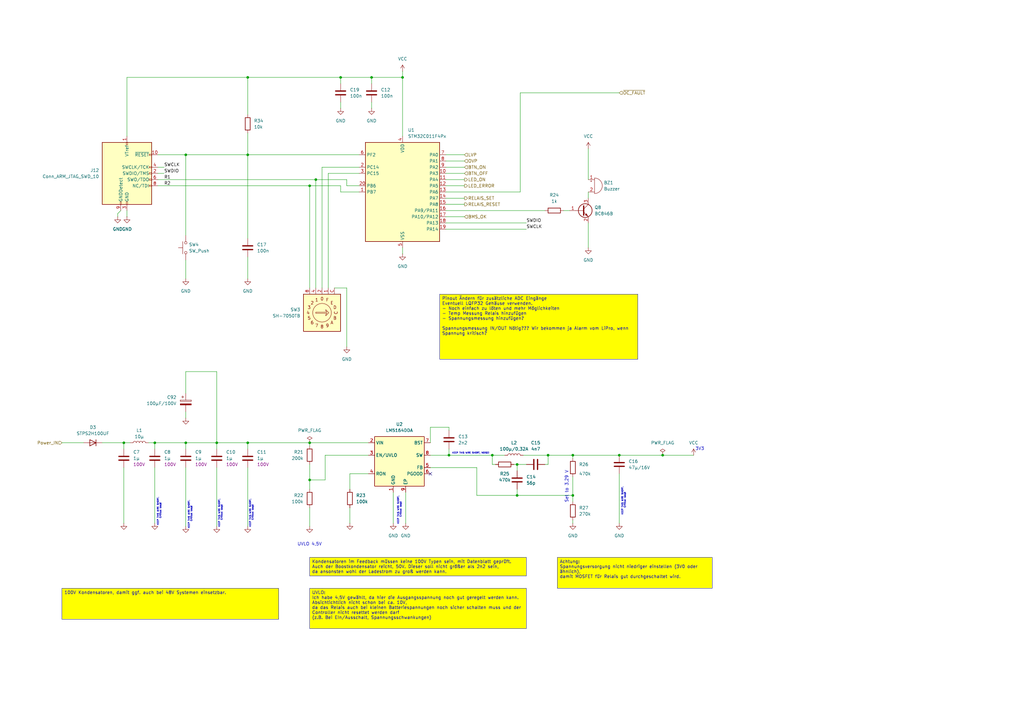
<source format=kicad_sch>
(kicad_sch
	(version 20250114)
	(generator "eeschema")
	(generator_version "9.0")
	(uuid "72baee58-3acb-4381-8344-e659d9461441")
	(paper "A3")
	(lib_symbols
		(symbol "Connector:Conn_ARM_JTAG_SWD_10"
			(pin_names
				(offset 1.016)
			)
			(exclude_from_sim no)
			(in_bom yes)
			(on_board yes)
			(property "Reference" "J"
				(at -2.54 16.51 0)
				(effects
					(font
						(size 1.27 1.27)
					)
					(justify right)
				)
			)
			(property "Value" "Conn_ARM_JTAG_SWD_10"
				(at -2.54 13.97 0)
				(effects
					(font
						(size 1.27 1.27)
					)
					(justify right bottom)
				)
			)
			(property "Footprint" ""
				(at 0 0 0)
				(effects
					(font
						(size 1.27 1.27)
					)
					(hide yes)
				)
			)
			(property "Datasheet" "http://infocenter.arm.com/help/topic/com.arm.doc.ddi0314h/DDI0314H_coresight_components_trm.pdf"
				(at -8.89 -31.75 90)
				(effects
					(font
						(size 1.27 1.27)
					)
					(hide yes)
				)
			)
			(property "Description" "Cortex Debug Connector, standard ARM Cortex-M SWD and JTAG interface"
				(at 0 0 0)
				(effects
					(font
						(size 1.27 1.27)
					)
					(hide yes)
				)
			)
			(property "ki_keywords" "Cortex Debug Connector ARM SWD JTAG"
				(at 0 0 0)
				(effects
					(font
						(size 1.27 1.27)
					)
					(hide yes)
				)
			)
			(property "ki_fp_filters" "PinHeader?2x05?P1.27mm*"
				(at 0 0 0)
				(effects
					(font
						(size 1.27 1.27)
					)
					(hide yes)
				)
			)
			(symbol "Conn_ARM_JTAG_SWD_10_0_1"
				(rectangle
					(start -10.16 12.7)
					(end 10.16 -12.7)
					(stroke
						(width 0.254)
						(type default)
					)
					(fill
						(type background)
					)
				)
				(rectangle
					(start -2.794 -12.7)
					(end -2.286 -11.684)
					(stroke
						(width 0)
						(type default)
					)
					(fill
						(type none)
					)
				)
				(rectangle
					(start -0.254 12.7)
					(end 0.254 11.684)
					(stroke
						(width 0)
						(type default)
					)
					(fill
						(type none)
					)
				)
				(rectangle
					(start -0.254 -12.7)
					(end 0.254 -11.684)
					(stroke
						(width 0)
						(type default)
					)
					(fill
						(type none)
					)
				)
				(rectangle
					(start 9.144 2.286)
					(end 10.16 2.794)
					(stroke
						(width 0)
						(type default)
					)
					(fill
						(type none)
					)
				)
				(rectangle
					(start 10.16 7.874)
					(end 9.144 7.366)
					(stroke
						(width 0)
						(type default)
					)
					(fill
						(type none)
					)
				)
				(rectangle
					(start 10.16 -0.254)
					(end 9.144 0.254)
					(stroke
						(width 0)
						(type default)
					)
					(fill
						(type none)
					)
				)
				(rectangle
					(start 10.16 -2.794)
					(end 9.144 -2.286)
					(stroke
						(width 0)
						(type default)
					)
					(fill
						(type none)
					)
				)
			)
			(symbol "Conn_ARM_JTAG_SWD_10_1_1"
				(rectangle
					(start 9.144 -5.334)
					(end 10.16 -4.826)
					(stroke
						(width 0)
						(type default)
					)
					(fill
						(type none)
					)
				)
				(pin no_connect line
					(at -10.16 0 0)
					(length 2.54)
					(hide yes)
					(name "KEY"
						(effects
							(font
								(size 1.27 1.27)
							)
						)
					)
					(number "7"
						(effects
							(font
								(size 1.27 1.27)
							)
						)
					)
				)
				(pin passive line
					(at -2.54 -15.24 90)
					(length 2.54)
					(name "GNDDetect"
						(effects
							(font
								(size 1.27 1.27)
							)
						)
					)
					(number "9"
						(effects
							(font
								(size 1.27 1.27)
							)
						)
					)
				)
				(pin power_in line
					(at 0 15.24 270)
					(length 2.54)
					(name "VTref"
						(effects
							(font
								(size 1.27 1.27)
							)
						)
					)
					(number "1"
						(effects
							(font
								(size 1.27 1.27)
							)
						)
					)
				)
				(pin power_in line
					(at 0 -15.24 90)
					(length 2.54)
					(name "GND"
						(effects
							(font
								(size 1.27 1.27)
							)
						)
					)
					(number "3"
						(effects
							(font
								(size 1.27 1.27)
							)
						)
					)
				)
				(pin passive line
					(at 0 -15.24 90)
					(length 2.54)
					(hide yes)
					(name "GND"
						(effects
							(font
								(size 1.27 1.27)
							)
						)
					)
					(number "5"
						(effects
							(font
								(size 1.27 1.27)
							)
						)
					)
				)
				(pin open_collector line
					(at 12.7 7.62 180)
					(length 2.54)
					(name "~{RESET}"
						(effects
							(font
								(size 1.27 1.27)
							)
						)
					)
					(number "10"
						(effects
							(font
								(size 1.27 1.27)
							)
						)
					)
				)
				(pin output line
					(at 12.7 2.54 180)
					(length 2.54)
					(name "SWCLK/TCK"
						(effects
							(font
								(size 1.27 1.27)
							)
						)
					)
					(number "4"
						(effects
							(font
								(size 1.27 1.27)
							)
						)
					)
				)
				(pin bidirectional line
					(at 12.7 0 180)
					(length 2.54)
					(name "SWDIO/TMS"
						(effects
							(font
								(size 1.27 1.27)
							)
						)
					)
					(number "2"
						(effects
							(font
								(size 1.27 1.27)
							)
						)
					)
				)
				(pin input line
					(at 12.7 -2.54 180)
					(length 2.54)
					(name "SWO/TDO"
						(effects
							(font
								(size 1.27 1.27)
							)
						)
					)
					(number "6"
						(effects
							(font
								(size 1.27 1.27)
							)
						)
					)
				)
				(pin output line
					(at 12.7 -5.08 180)
					(length 2.54)
					(name "NC/TDI"
						(effects
							(font
								(size 1.27 1.27)
							)
						)
					)
					(number "8"
						(effects
							(font
								(size 1.27 1.27)
							)
						)
					)
				)
			)
			(embedded_fonts no)
		)
		(symbol "Device:Buzzer"
			(pin_names
				(offset 0.0254)
				(hide yes)
			)
			(exclude_from_sim no)
			(in_bom yes)
			(on_board yes)
			(property "Reference" "BZ"
				(at 3.81 1.27 0)
				(effects
					(font
						(size 1.27 1.27)
					)
					(justify left)
				)
			)
			(property "Value" "Buzzer"
				(at 3.81 -1.27 0)
				(effects
					(font
						(size 1.27 1.27)
					)
					(justify left)
				)
			)
			(property "Footprint" ""
				(at -0.635 2.54 90)
				(effects
					(font
						(size 1.27 1.27)
					)
					(hide yes)
				)
			)
			(property "Datasheet" "~"
				(at -0.635 2.54 90)
				(effects
					(font
						(size 1.27 1.27)
					)
					(hide yes)
				)
			)
			(property "Description" "Buzzer, polarized"
				(at 0 0 0)
				(effects
					(font
						(size 1.27 1.27)
					)
					(hide yes)
				)
			)
			(property "ki_keywords" "quartz resonator ceramic"
				(at 0 0 0)
				(effects
					(font
						(size 1.27 1.27)
					)
					(hide yes)
				)
			)
			(property "ki_fp_filters" "*Buzzer*"
				(at 0 0 0)
				(effects
					(font
						(size 1.27 1.27)
					)
					(hide yes)
				)
			)
			(symbol "Buzzer_0_1"
				(polyline
					(pts
						(xy -1.651 1.905) (xy -1.143 1.905)
					)
					(stroke
						(width 0)
						(type default)
					)
					(fill
						(type none)
					)
				)
				(polyline
					(pts
						(xy -1.397 2.159) (xy -1.397 1.651)
					)
					(stroke
						(width 0)
						(type default)
					)
					(fill
						(type none)
					)
				)
				(arc
					(start 0 3.175)
					(mid 3.1612 0)
					(end 0 -3.175)
					(stroke
						(width 0)
						(type default)
					)
					(fill
						(type none)
					)
				)
				(polyline
					(pts
						(xy 0 3.175) (xy 0 -3.175)
					)
					(stroke
						(width 0)
						(type default)
					)
					(fill
						(type none)
					)
				)
			)
			(symbol "Buzzer_1_1"
				(pin passive line
					(at -2.54 2.54 0)
					(length 2.54)
					(name "+"
						(effects
							(font
								(size 1.27 1.27)
							)
						)
					)
					(number "1"
						(effects
							(font
								(size 1.27 1.27)
							)
						)
					)
				)
				(pin passive line
					(at -2.54 -2.54 0)
					(length 2.54)
					(name "-"
						(effects
							(font
								(size 1.27 1.27)
							)
						)
					)
					(number "2"
						(effects
							(font
								(size 1.27 1.27)
							)
						)
					)
				)
			)
			(embedded_fonts no)
		)
		(symbol "Device:C"
			(pin_numbers
				(hide yes)
			)
			(pin_names
				(offset 0.254)
			)
			(exclude_from_sim no)
			(in_bom yes)
			(on_board yes)
			(property "Reference" "C"
				(at 0.635 2.54 0)
				(effects
					(font
						(size 1.27 1.27)
					)
					(justify left)
				)
			)
			(property "Value" "C"
				(at 0.635 -2.54 0)
				(effects
					(font
						(size 1.27 1.27)
					)
					(justify left)
				)
			)
			(property "Footprint" ""
				(at 0.9652 -3.81 0)
				(effects
					(font
						(size 1.27 1.27)
					)
					(hide yes)
				)
			)
			(property "Datasheet" "~"
				(at 0 0 0)
				(effects
					(font
						(size 1.27 1.27)
					)
					(hide yes)
				)
			)
			(property "Description" "Unpolarized capacitor"
				(at 0 0 0)
				(effects
					(font
						(size 1.27 1.27)
					)
					(hide yes)
				)
			)
			(property "ki_keywords" "cap capacitor"
				(at 0 0 0)
				(effects
					(font
						(size 1.27 1.27)
					)
					(hide yes)
				)
			)
			(property "ki_fp_filters" "C_*"
				(at 0 0 0)
				(effects
					(font
						(size 1.27 1.27)
					)
					(hide yes)
				)
			)
			(symbol "C_0_1"
				(polyline
					(pts
						(xy -2.032 0.762) (xy 2.032 0.762)
					)
					(stroke
						(width 0.508)
						(type default)
					)
					(fill
						(type none)
					)
				)
				(polyline
					(pts
						(xy -2.032 -0.762) (xy 2.032 -0.762)
					)
					(stroke
						(width 0.508)
						(type default)
					)
					(fill
						(type none)
					)
				)
			)
			(symbol "C_1_1"
				(pin passive line
					(at 0 3.81 270)
					(length 2.794)
					(name "~"
						(effects
							(font
								(size 1.27 1.27)
							)
						)
					)
					(number "1"
						(effects
							(font
								(size 1.27 1.27)
							)
						)
					)
				)
				(pin passive line
					(at 0 -3.81 90)
					(length 2.794)
					(name "~"
						(effects
							(font
								(size 1.27 1.27)
							)
						)
					)
					(number "2"
						(effects
							(font
								(size 1.27 1.27)
							)
						)
					)
				)
			)
			(embedded_fonts no)
		)
		(symbol "Device:C_Polarized"
			(pin_numbers
				(hide yes)
			)
			(pin_names
				(offset 0.254)
			)
			(exclude_from_sim no)
			(in_bom yes)
			(on_board yes)
			(property "Reference" "C"
				(at 0.635 2.54 0)
				(effects
					(font
						(size 1.27 1.27)
					)
					(justify left)
				)
			)
			(property "Value" "C_Polarized"
				(at 0.635 -2.54 0)
				(effects
					(font
						(size 1.27 1.27)
					)
					(justify left)
				)
			)
			(property "Footprint" ""
				(at 0.9652 -3.81 0)
				(effects
					(font
						(size 1.27 1.27)
					)
					(hide yes)
				)
			)
			(property "Datasheet" "~"
				(at 0 0 0)
				(effects
					(font
						(size 1.27 1.27)
					)
					(hide yes)
				)
			)
			(property "Description" "Polarized capacitor"
				(at 0 0 0)
				(effects
					(font
						(size 1.27 1.27)
					)
					(hide yes)
				)
			)
			(property "ki_keywords" "cap capacitor"
				(at 0 0 0)
				(effects
					(font
						(size 1.27 1.27)
					)
					(hide yes)
				)
			)
			(property "ki_fp_filters" "CP_*"
				(at 0 0 0)
				(effects
					(font
						(size 1.27 1.27)
					)
					(hide yes)
				)
			)
			(symbol "C_Polarized_0_1"
				(rectangle
					(start -2.286 0.508)
					(end 2.286 1.016)
					(stroke
						(width 0)
						(type default)
					)
					(fill
						(type none)
					)
				)
				(polyline
					(pts
						(xy -1.778 2.286) (xy -0.762 2.286)
					)
					(stroke
						(width 0)
						(type default)
					)
					(fill
						(type none)
					)
				)
				(polyline
					(pts
						(xy -1.27 2.794) (xy -1.27 1.778)
					)
					(stroke
						(width 0)
						(type default)
					)
					(fill
						(type none)
					)
				)
				(rectangle
					(start 2.286 -0.508)
					(end -2.286 -1.016)
					(stroke
						(width 0)
						(type default)
					)
					(fill
						(type outline)
					)
				)
			)
			(symbol "C_Polarized_1_1"
				(pin passive line
					(at 0 3.81 270)
					(length 2.794)
					(name "~"
						(effects
							(font
								(size 1.27 1.27)
							)
						)
					)
					(number "1"
						(effects
							(font
								(size 1.27 1.27)
							)
						)
					)
				)
				(pin passive line
					(at 0 -3.81 90)
					(length 2.794)
					(name "~"
						(effects
							(font
								(size 1.27 1.27)
							)
						)
					)
					(number "2"
						(effects
							(font
								(size 1.27 1.27)
							)
						)
					)
				)
			)
			(embedded_fonts no)
		)
		(symbol "Device:D"
			(pin_numbers
				(hide yes)
			)
			(pin_names
				(offset 1.016)
				(hide yes)
			)
			(exclude_from_sim no)
			(in_bom yes)
			(on_board yes)
			(property "Reference" "D"
				(at 0 2.54 0)
				(effects
					(font
						(size 1.27 1.27)
					)
				)
			)
			(property "Value" "D"
				(at 0 -2.54 0)
				(effects
					(font
						(size 1.27 1.27)
					)
				)
			)
			(property "Footprint" ""
				(at 0 0 0)
				(effects
					(font
						(size 1.27 1.27)
					)
					(hide yes)
				)
			)
			(property "Datasheet" "~"
				(at 0 0 0)
				(effects
					(font
						(size 1.27 1.27)
					)
					(hide yes)
				)
			)
			(property "Description" "Diode"
				(at 0 0 0)
				(effects
					(font
						(size 1.27 1.27)
					)
					(hide yes)
				)
			)
			(property "Sim.Device" "D"
				(at 0 0 0)
				(effects
					(font
						(size 1.27 1.27)
					)
					(hide yes)
				)
			)
			(property "Sim.Pins" "1=K 2=A"
				(at 0 0 0)
				(effects
					(font
						(size 1.27 1.27)
					)
					(hide yes)
				)
			)
			(property "ki_keywords" "diode"
				(at 0 0 0)
				(effects
					(font
						(size 1.27 1.27)
					)
					(hide yes)
				)
			)
			(property "ki_fp_filters" "TO-???* *_Diode_* *SingleDiode* D_*"
				(at 0 0 0)
				(effects
					(font
						(size 1.27 1.27)
					)
					(hide yes)
				)
			)
			(symbol "D_0_1"
				(polyline
					(pts
						(xy -1.27 1.27) (xy -1.27 -1.27)
					)
					(stroke
						(width 0.254)
						(type default)
					)
					(fill
						(type none)
					)
				)
				(polyline
					(pts
						(xy 1.27 1.27) (xy 1.27 -1.27) (xy -1.27 0) (xy 1.27 1.27)
					)
					(stroke
						(width 0.254)
						(type default)
					)
					(fill
						(type none)
					)
				)
				(polyline
					(pts
						(xy 1.27 0) (xy -1.27 0)
					)
					(stroke
						(width 0)
						(type default)
					)
					(fill
						(type none)
					)
				)
			)
			(symbol "D_1_1"
				(pin passive line
					(at -3.81 0 0)
					(length 2.54)
					(name "K"
						(effects
							(font
								(size 1.27 1.27)
							)
						)
					)
					(number "1"
						(effects
							(font
								(size 1.27 1.27)
							)
						)
					)
				)
				(pin passive line
					(at 3.81 0 180)
					(length 2.54)
					(name "A"
						(effects
							(font
								(size 1.27 1.27)
							)
						)
					)
					(number "2"
						(effects
							(font
								(size 1.27 1.27)
							)
						)
					)
				)
			)
			(embedded_fonts no)
		)
		(symbol "Device:L"
			(pin_numbers
				(hide yes)
			)
			(pin_names
				(offset 1.016)
				(hide yes)
			)
			(exclude_from_sim no)
			(in_bom yes)
			(on_board yes)
			(property "Reference" "L"
				(at -1.27 0 90)
				(effects
					(font
						(size 1.27 1.27)
					)
				)
			)
			(property "Value" "L"
				(at 1.905 0 90)
				(effects
					(font
						(size 1.27 1.27)
					)
				)
			)
			(property "Footprint" ""
				(at 0 0 0)
				(effects
					(font
						(size 1.27 1.27)
					)
					(hide yes)
				)
			)
			(property "Datasheet" "~"
				(at 0 0 0)
				(effects
					(font
						(size 1.27 1.27)
					)
					(hide yes)
				)
			)
			(property "Description" "Inductor"
				(at 0 0 0)
				(effects
					(font
						(size 1.27 1.27)
					)
					(hide yes)
				)
			)
			(property "ki_keywords" "inductor choke coil reactor magnetic"
				(at 0 0 0)
				(effects
					(font
						(size 1.27 1.27)
					)
					(hide yes)
				)
			)
			(property "ki_fp_filters" "Choke_* *Coil* Inductor_* L_*"
				(at 0 0 0)
				(effects
					(font
						(size 1.27 1.27)
					)
					(hide yes)
				)
			)
			(symbol "L_0_1"
				(arc
					(start 0 2.54)
					(mid 0.6323 1.905)
					(end 0 1.27)
					(stroke
						(width 0)
						(type default)
					)
					(fill
						(type none)
					)
				)
				(arc
					(start 0 1.27)
					(mid 0.6323 0.635)
					(end 0 0)
					(stroke
						(width 0)
						(type default)
					)
					(fill
						(type none)
					)
				)
				(arc
					(start 0 0)
					(mid 0.6323 -0.635)
					(end 0 -1.27)
					(stroke
						(width 0)
						(type default)
					)
					(fill
						(type none)
					)
				)
				(arc
					(start 0 -1.27)
					(mid 0.6323 -1.905)
					(end 0 -2.54)
					(stroke
						(width 0)
						(type default)
					)
					(fill
						(type none)
					)
				)
			)
			(symbol "L_1_1"
				(pin passive line
					(at 0 3.81 270)
					(length 1.27)
					(name "1"
						(effects
							(font
								(size 1.27 1.27)
							)
						)
					)
					(number "1"
						(effects
							(font
								(size 1.27 1.27)
							)
						)
					)
				)
				(pin passive line
					(at 0 -3.81 90)
					(length 1.27)
					(name "2"
						(effects
							(font
								(size 1.27 1.27)
							)
						)
					)
					(number "2"
						(effects
							(font
								(size 1.27 1.27)
							)
						)
					)
				)
			)
			(embedded_fonts no)
		)
		(symbol "Device:R"
			(pin_numbers
				(hide yes)
			)
			(pin_names
				(offset 0)
			)
			(exclude_from_sim no)
			(in_bom yes)
			(on_board yes)
			(property "Reference" "R"
				(at 2.032 0 90)
				(effects
					(font
						(size 1.27 1.27)
					)
				)
			)
			(property "Value" "R"
				(at 0 0 90)
				(effects
					(font
						(size 1.27 1.27)
					)
				)
			)
			(property "Footprint" ""
				(at -1.778 0 90)
				(effects
					(font
						(size 1.27 1.27)
					)
					(hide yes)
				)
			)
			(property "Datasheet" "~"
				(at 0 0 0)
				(effects
					(font
						(size 1.27 1.27)
					)
					(hide yes)
				)
			)
			(property "Description" "Resistor"
				(at 0 0 0)
				(effects
					(font
						(size 1.27 1.27)
					)
					(hide yes)
				)
			)
			(property "ki_keywords" "R res resistor"
				(at 0 0 0)
				(effects
					(font
						(size 1.27 1.27)
					)
					(hide yes)
				)
			)
			(property "ki_fp_filters" "R_*"
				(at 0 0 0)
				(effects
					(font
						(size 1.27 1.27)
					)
					(hide yes)
				)
			)
			(symbol "R_0_1"
				(rectangle
					(start -1.016 -2.54)
					(end 1.016 2.54)
					(stroke
						(width 0.254)
						(type default)
					)
					(fill
						(type none)
					)
				)
			)
			(symbol "R_1_1"
				(pin passive line
					(at 0 3.81 270)
					(length 1.27)
					(name "~"
						(effects
							(font
								(size 1.27 1.27)
							)
						)
					)
					(number "1"
						(effects
							(font
								(size 1.27 1.27)
							)
						)
					)
				)
				(pin passive line
					(at 0 -3.81 90)
					(length 1.27)
					(name "~"
						(effects
							(font
								(size 1.27 1.27)
							)
						)
					)
					(number "2"
						(effects
							(font
								(size 1.27 1.27)
							)
						)
					)
				)
			)
			(embedded_fonts no)
		)
		(symbol "MCU_ST_STM32C0:STM32C011F4Px"
			(exclude_from_sim no)
			(in_bom yes)
			(on_board yes)
			(property "Reference" "U"
				(at -15.24 21.59 0)
				(effects
					(font
						(size 1.27 1.27)
					)
					(justify left)
				)
			)
			(property "Value" "STM32C011F4Px"
				(at 2.54 21.59 0)
				(effects
					(font
						(size 1.27 1.27)
					)
					(justify left)
				)
			)
			(property "Footprint" "Package_SO:TSSOP-20_4.4x6.5mm_P0.65mm"
				(at -15.24 -20.32 0)
				(effects
					(font
						(size 1.27 1.27)
					)
					(justify right)
					(hide yes)
				)
			)
			(property "Datasheet" "https://www.st.com/resource/en/datasheet/stm32c011f4.pdf"
				(at 0 0 0)
				(effects
					(font
						(size 1.27 1.27)
					)
					(hide yes)
				)
			)
			(property "Description" "STMicroelectronics Arm Cortex-M0+ MCU, 16KB flash, 6KB RAM, 48 MHz, 2.0-3.6V, 18 GPIO, TSSOP20"
				(at 0 0 0)
				(effects
					(font
						(size 1.27 1.27)
					)
					(hide yes)
				)
			)
			(property "ki_keywords" "Arm Cortex-M0+ STM32C0 STM32C0x1"
				(at 0 0 0)
				(effects
					(font
						(size 1.27 1.27)
					)
					(hide yes)
				)
			)
			(property "ki_fp_filters" "TSSOP*4.4x6.5mm*P0.65mm*"
				(at 0 0 0)
				(effects
					(font
						(size 1.27 1.27)
					)
					(hide yes)
				)
			)
			(symbol "STM32C011F4Px_0_1"
				(rectangle
					(start -15.24 -20.32)
					(end 15.24 20.32)
					(stroke
						(width 0.254)
						(type default)
					)
					(fill
						(type background)
					)
				)
			)
			(symbol "STM32C011F4Px_1_1"
				(pin bidirectional line
					(at -17.78 15.24 0)
					(length 2.54)
					(name "PF2"
						(effects
							(font
								(size 1.27 1.27)
							)
						)
					)
					(number "6"
						(effects
							(font
								(size 1.27 1.27)
							)
						)
					)
					(alternate "RCC_MCO" bidirectional line)
					(alternate "TIM1_CH4" bidirectional line)
				)
				(pin bidirectional line
					(at -17.78 10.16 0)
					(length 2.54)
					(name "PC14"
						(effects
							(font
								(size 1.27 1.27)
							)
						)
					)
					(number "2"
						(effects
							(font
								(size 1.27 1.27)
							)
						)
					)
					(alternate "I2C1_SDA" bidirectional line)
					(alternate "IR_OUT" bidirectional line)
					(alternate "RCC_OSCX_IN" bidirectional line)
					(alternate "TIM17_CH1" bidirectional line)
					(alternate "TIM1_BKIN2" bidirectional line)
					(alternate "TIM1_ETR" bidirectional line)
					(alternate "TIM3_CH2" bidirectional line)
					(alternate "USART1_TX" bidirectional line)
					(alternate "USART2_CK" bidirectional line)
					(alternate "USART2_DE" bidirectional line)
					(alternate "USART2_RTS" bidirectional line)
				)
				(pin bidirectional line
					(at -17.78 7.62 0)
					(length 2.54)
					(name "PC15"
						(effects
							(font
								(size 1.27 1.27)
							)
						)
					)
					(number "3"
						(effects
							(font
								(size 1.27 1.27)
							)
						)
					)
					(alternate "RCC_OSC32_EN" bidirectional line)
					(alternate "RCC_OSCX_OUT" bidirectional line)
					(alternate "RCC_OSC_EN" bidirectional line)
					(alternate "TIM1_ETR" bidirectional line)
					(alternate "TIM3_CH3" bidirectional line)
				)
				(pin bidirectional line
					(at -17.78 2.54 0)
					(length 2.54)
					(name "PB6"
						(effects
							(font
								(size 1.27 1.27)
							)
						)
					)
					(number "20"
						(effects
							(font
								(size 1.27 1.27)
							)
						)
					)
					(alternate "I2C1_SCL" bidirectional line)
					(alternate "I2C1_SMBA" bidirectional line)
					(alternate "I2S1_CK" bidirectional line)
					(alternate "I2S1_MCK" bidirectional line)
					(alternate "I2S1_SD" bidirectional line)
					(alternate "PWR_WKUP3" bidirectional line)
					(alternate "SPI1_MISO" bidirectional line)
					(alternate "SPI1_MOSI" bidirectional line)
					(alternate "SPI1_SCK" bidirectional line)
					(alternate "TIM16_BKIN" bidirectional line)
					(alternate "TIM16_CH1N" bidirectional line)
					(alternate "TIM17_BKIN" bidirectional line)
					(alternate "TIM1_CH2" bidirectional line)
					(alternate "TIM1_CH3" bidirectional line)
					(alternate "TIM3_CH1" bidirectional line)
					(alternate "TIM3_CH2" bidirectional line)
					(alternate "TIM3_CH3" bidirectional line)
					(alternate "USART1_CK" bidirectional line)
					(alternate "USART1_CTS" bidirectional line)
					(alternate "USART1_DE" bidirectional line)
					(alternate "USART1_NSS" bidirectional line)
					(alternate "USART1_RTS" bidirectional line)
					(alternate "USART1_TX" bidirectional line)
				)
				(pin bidirectional line
					(at -17.78 0 0)
					(length 2.54)
					(name "PB7"
						(effects
							(font
								(size 1.27 1.27)
							)
						)
					)
					(number "1"
						(effects
							(font
								(size 1.27 1.27)
							)
						)
					)
					(alternate "I2C1_SCL" bidirectional line)
					(alternate "I2C1_SDA" bidirectional line)
					(alternate "RTC_REFIN" bidirectional line)
					(alternate "TIM16_CH1" bidirectional line)
					(alternate "TIM17_CH1N" bidirectional line)
					(alternate "TIM1_CH4" bidirectional line)
					(alternate "TIM3_CH1" bidirectional line)
					(alternate "TIM3_CH4" bidirectional line)
					(alternate "USART1_RX" bidirectional line)
					(alternate "USART2_CTS" bidirectional line)
					(alternate "USART2_NSS" bidirectional line)
				)
				(pin power_in line
					(at 0 22.86 270)
					(length 2.54)
					(name "VDD"
						(effects
							(font
								(size 1.27 1.27)
							)
						)
					)
					(number "4"
						(effects
							(font
								(size 1.27 1.27)
							)
						)
					)
				)
				(pin power_in line
					(at 0 -22.86 90)
					(length 2.54)
					(name "VSS"
						(effects
							(font
								(size 1.27 1.27)
							)
						)
					)
					(number "5"
						(effects
							(font
								(size 1.27 1.27)
							)
						)
					)
				)
				(pin bidirectional line
					(at 17.78 15.24 180)
					(length 2.54)
					(name "PA0"
						(effects
							(font
								(size 1.27 1.27)
							)
						)
					)
					(number "7"
						(effects
							(font
								(size 1.27 1.27)
							)
						)
					)
					(alternate "ADC1_IN0" bidirectional line)
					(alternate "PWR_WKUP1" bidirectional line)
					(alternate "TIM16_CH1" bidirectional line)
					(alternate "TIM1_CH1" bidirectional line)
					(alternate "USART1_TX" bidirectional line)
					(alternate "USART2_CTS" bidirectional line)
					(alternate "USART2_NSS" bidirectional line)
				)
				(pin bidirectional line
					(at 17.78 12.7 180)
					(length 2.54)
					(name "PA1"
						(effects
							(font
								(size 1.27 1.27)
							)
						)
					)
					(number "8"
						(effects
							(font
								(size 1.27 1.27)
							)
						)
					)
					(alternate "ADC1_IN1" bidirectional line)
					(alternate "I2C1_SMBA" bidirectional line)
					(alternate "I2S1_CK" bidirectional line)
					(alternate "SPI1_SCK" bidirectional line)
					(alternate "TIM17_CH1" bidirectional line)
					(alternate "TIM1_CH2" bidirectional line)
					(alternate "USART1_RX" bidirectional line)
					(alternate "USART2_CK" bidirectional line)
					(alternate "USART2_DE" bidirectional line)
					(alternate "USART2_RTS" bidirectional line)
				)
				(pin bidirectional line
					(at 17.78 10.16 180)
					(length 2.54)
					(name "PA2"
						(effects
							(font
								(size 1.27 1.27)
							)
						)
					)
					(number "9"
						(effects
							(font
								(size 1.27 1.27)
							)
						)
					)
					(alternate "ADC1_IN2" bidirectional line)
					(alternate "I2S1_SD" bidirectional line)
					(alternate "PWR_WKUP4" bidirectional line)
					(alternate "RCC_LSCO" bidirectional line)
					(alternate "SPI1_MOSI" bidirectional line)
					(alternate "TIM16_CH1N" bidirectional line)
					(alternate "TIM1_CH3" bidirectional line)
					(alternate "TIM3_ETR" bidirectional line)
					(alternate "USART2_TX" bidirectional line)
				)
				(pin bidirectional line
					(at 17.78 7.62 180)
					(length 2.54)
					(name "PA3"
						(effects
							(font
								(size 1.27 1.27)
							)
						)
					)
					(number "10"
						(effects
							(font
								(size 1.27 1.27)
							)
						)
					)
					(alternate "ADC1_IN3" bidirectional line)
					(alternate "TIM1_CH1N" bidirectional line)
					(alternate "TIM1_CH4" bidirectional line)
					(alternate "USART2_RX" bidirectional line)
				)
				(pin bidirectional line
					(at 17.78 5.08 180)
					(length 2.54)
					(name "PA4"
						(effects
							(font
								(size 1.27 1.27)
							)
						)
					)
					(number "11"
						(effects
							(font
								(size 1.27 1.27)
							)
						)
					)
					(alternate "ADC1_IN4" bidirectional line)
					(alternate "I2S1_WS" bidirectional line)
					(alternate "PWR_WKUP2" bidirectional line)
					(alternate "RTC_OUT1" bidirectional line)
					(alternate "RTC_TS" bidirectional line)
					(alternate "SPI1_NSS" bidirectional line)
					(alternate "TIM14_CH1" bidirectional line)
					(alternate "TIM17_CH1N" bidirectional line)
					(alternate "TIM1_CH2N" bidirectional line)
					(alternate "USART2_TX" bidirectional line)
				)
				(pin bidirectional line
					(at 17.78 2.54 180)
					(length 2.54)
					(name "PA5"
						(effects
							(font
								(size 1.27 1.27)
							)
						)
					)
					(number "12"
						(effects
							(font
								(size 1.27 1.27)
							)
						)
					)
					(alternate "ADC1_IN5" bidirectional line)
					(alternate "I2S1_CK" bidirectional line)
					(alternate "SPI1_SCK" bidirectional line)
					(alternate "TIM1_CH1" bidirectional line)
					(alternate "TIM1_CH3N" bidirectional line)
					(alternate "USART2_RX" bidirectional line)
				)
				(pin bidirectional line
					(at 17.78 0 180)
					(length 2.54)
					(name "PA6"
						(effects
							(font
								(size 1.27 1.27)
							)
						)
					)
					(number "13"
						(effects
							(font
								(size 1.27 1.27)
							)
						)
					)
					(alternate "ADC1_IN6" bidirectional line)
					(alternate "I2S1_MCK" bidirectional line)
					(alternate "SPI1_MISO" bidirectional line)
					(alternate "TIM16_CH1" bidirectional line)
					(alternate "TIM1_BKIN" bidirectional line)
					(alternate "TIM3_CH1" bidirectional line)
				)
				(pin bidirectional line
					(at 17.78 -2.54 180)
					(length 2.54)
					(name "PA7"
						(effects
							(font
								(size 1.27 1.27)
							)
						)
					)
					(number "14"
						(effects
							(font
								(size 1.27 1.27)
							)
						)
					)
					(alternate "ADC1_IN7" bidirectional line)
					(alternate "I2S1_SD" bidirectional line)
					(alternate "SPI1_MOSI" bidirectional line)
					(alternate "TIM14_CH1" bidirectional line)
					(alternate "TIM17_CH1" bidirectional line)
					(alternate "TIM1_CH1N" bidirectional line)
					(alternate "TIM3_CH2" bidirectional line)
				)
				(pin bidirectional line
					(at 17.78 -5.08 180)
					(length 2.54)
					(name "PA8"
						(effects
							(font
								(size 1.27 1.27)
							)
						)
					)
					(number "15"
						(effects
							(font
								(size 1.27 1.27)
							)
						)
					)
					(alternate "ADC1_IN8" bidirectional line)
					(alternate "I2S1_WS" bidirectional line)
					(alternate "RCC_MCO" bidirectional line)
					(alternate "RCC_MCO_2" bidirectional line)
					(alternate "SPI1_NSS" bidirectional line)
					(alternate "TIM14_CH1" bidirectional line)
					(alternate "TIM1_CH1" bidirectional line)
					(alternate "TIM1_CH2N" bidirectional line)
					(alternate "TIM1_CH3N" bidirectional line)
					(alternate "TIM3_CH3" bidirectional line)
					(alternate "TIM3_CH4" bidirectional line)
					(alternate "USART1_RX" bidirectional line)
					(alternate "USART2_TX" bidirectional line)
				)
				(pin bidirectional line
					(at 17.78 -7.62 180)
					(length 2.54)
					(name "PA9/PA11"
						(effects
							(font
								(size 1.27 1.27)
							)
						)
					)
					(number "16"
						(effects
							(font
								(size 1.27 1.27)
							)
						)
					)
					(alternate "ADC1_EXTI11 (PA11)" bidirectional line)
					(alternate "ADC1_IN11 (PA11)" bidirectional line)
					(alternate "I2C1_SCL (PA9)" bidirectional line)
					(alternate "I2S1_MCK (PA11)" bidirectional line)
					(alternate "PA11" bidirectional line)
					(alternate "PA9" bidirectional line)
					(alternate "RCC_MCO (PA9)" bidirectional line)
					(alternate "SPI1_MISO (PA11)" bidirectional line)
					(alternate "TIM1_BKIN2 (PA11)" bidirectional line)
					(alternate "TIM1_CH2 (PA9)" bidirectional line)
					(alternate "TIM1_CH4 (PA11)" bidirectional line)
					(alternate "TIM3_ETR (PA9)" bidirectional line)
					(alternate "USART1_CTS (PA11)" bidirectional line)
					(alternate "USART1_NSS (PA11)" bidirectional line)
					(alternate "USART1_TX (PA9)" bidirectional line)
				)
				(pin bidirectional line
					(at 17.78 -10.16 180)
					(length 2.54)
					(name "PA10/PA12"
						(effects
							(font
								(size 1.27 1.27)
							)
						)
					)
					(number "17"
						(effects
							(font
								(size 1.27 1.27)
							)
						)
					)
					(alternate "ADC1_IN12 (PA12)" bidirectional line)
					(alternate "I2C1_SDA (PA10)" bidirectional line)
					(alternate "I2S1_SD (PA12)" bidirectional line)
					(alternate "I2S_CKIN (PA12)" bidirectional line)
					(alternate "PA10" bidirectional line)
					(alternate "PA12" bidirectional line)
					(alternate "RCC_MCO_2 (PA10)" bidirectional line)
					(alternate "SPI1_MOSI (PA12)" bidirectional line)
					(alternate "TIM17_BKIN (PA10)" bidirectional line)
					(alternate "TIM1_CH3 (PA10)" bidirectional line)
					(alternate "TIM1_ETR (PA12)" bidirectional line)
					(alternate "USART1_CK (PA12)" bidirectional line)
					(alternate "USART1_DE (PA12)" bidirectional line)
					(alternate "USART1_RTS (PA12)" bidirectional line)
					(alternate "USART1_RX (PA10)" bidirectional line)
				)
				(pin bidirectional line
					(at 17.78 -12.7 180)
					(length 2.54)
					(name "PA13"
						(effects
							(font
								(size 1.27 1.27)
							)
						)
					)
					(number "18"
						(effects
							(font
								(size 1.27 1.27)
							)
						)
					)
					(alternate "ADC1_IN13" bidirectional line)
					(alternate "DEBUG_SWDIO" bidirectional line)
					(alternate "IR_OUT" bidirectional line)
					(alternate "TIM3_ETR" bidirectional line)
					(alternate "USART2_RX" bidirectional line)
				)
				(pin bidirectional line
					(at 17.78 -15.24 180)
					(length 2.54)
					(name "PA14"
						(effects
							(font
								(size 1.27 1.27)
							)
						)
					)
					(number "19"
						(effects
							(font
								(size 1.27 1.27)
							)
						)
					)
					(alternate "ADC1_IN14" bidirectional line)
					(alternate "DEBUG_SWCLK" bidirectional line)
					(alternate "I2S1_WS" bidirectional line)
					(alternate "RCC_MCO_2" bidirectional line)
					(alternate "SPI1_NSS" bidirectional line)
					(alternate "TIM1_CH1" bidirectional line)
					(alternate "USART1_CK" bidirectional line)
					(alternate "USART1_DE" bidirectional line)
					(alternate "USART1_RTS" bidirectional line)
					(alternate "USART2_RX" bidirectional line)
					(alternate "USART2_TX" bidirectional line)
				)
			)
			(embedded_fonts no)
		)
		(symbol "Regulator_Switching:LM5164DDA"
			(exclude_from_sim no)
			(in_bom yes)
			(on_board yes)
			(property "Reference" "U"
				(at -8.89 11.43 0)
				(effects
					(font
						(size 1.27 1.27)
					)
				)
			)
			(property "Value" "LM5164DDA"
				(at 5.08 11.43 0)
				(effects
					(font
						(size 1.27 1.27)
					)
				)
			)
			(property "Footprint" "Package_SO:HSOP-8-1EP_3.9x4.9mm_P1.27mm_EP2.41x3.1mm_ThermalVias"
				(at 1.27 -11.43 0)
				(effects
					(font
						(size 1.27 1.27)
					)
					(hide yes)
				)
			)
			(property "Datasheet" "https://www.ti.com/lit/ds/symlink/lm5164.pdf?ts=1598311864250&ref_url=https%253A%252F%252Fwww.ti.com%252Fproduct%252FLM5164%253FHQS%253DTI-null-null-octopart-df-pf-null-wwe"
				(at -7.62 8.89 0)
				(effects
					(font
						(size 1.27 1.27)
					)
					(hide yes)
				)
			)
			(property "Description" "1A synchronous buck converter with ultra-low IQ, 6V - 100V input, adjustable output voltage, HSOP-8"
				(at 0 0 0)
				(effects
					(font
						(size 1.27 1.27)
					)
					(hide yes)
				)
			)
			(property "ki_keywords" "step-down dc-dc buck regulator adjustable"
				(at 0 0 0)
				(effects
					(font
						(size 1.27 1.27)
					)
					(hide yes)
				)
			)
			(property "ki_fp_filters" "HSOP*1EP*3.9x4.9*P1.27mm*"
				(at 0 0 0)
				(effects
					(font
						(size 1.27 1.27)
					)
					(hide yes)
				)
			)
			(symbol "LM5164DDA_1_1"
				(rectangle
					(start -10.16 10.16)
					(end 10.16 -10.16)
					(stroke
						(width 0.254)
						(type default)
					)
					(fill
						(type background)
					)
				)
				(pin power_in line
					(at -12.7 7.62 0)
					(length 2.54)
					(name "VIN"
						(effects
							(font
								(size 1.27 1.27)
							)
						)
					)
					(number "2"
						(effects
							(font
								(size 1.27 1.27)
							)
						)
					)
				)
				(pin input line
					(at -12.7 2.54 0)
					(length 2.54)
					(name "EN/UVLO"
						(effects
							(font
								(size 1.27 1.27)
							)
						)
					)
					(number "3"
						(effects
							(font
								(size 1.27 1.27)
							)
						)
					)
				)
				(pin passive line
					(at -12.7 -5.08 0)
					(length 2.54)
					(name "RON"
						(effects
							(font
								(size 1.27 1.27)
							)
						)
					)
					(number "4"
						(effects
							(font
								(size 1.27 1.27)
							)
						)
					)
				)
				(pin power_in line
					(at -2.54 -12.7 90)
					(length 2.54)
					(name "GND"
						(effects
							(font
								(size 1.27 1.27)
							)
						)
					)
					(number "1"
						(effects
							(font
								(size 1.27 1.27)
							)
						)
					)
				)
				(pin passive line
					(at 2.54 -12.7 90)
					(length 2.54)
					(name "EP"
						(effects
							(font
								(size 1.27 1.27)
							)
						)
					)
					(number "9"
						(effects
							(font
								(size 1.27 1.27)
							)
						)
					)
				)
				(pin passive line
					(at 12.7 7.62 180)
					(length 2.54)
					(name "BST"
						(effects
							(font
								(size 1.27 1.27)
							)
						)
					)
					(number "7"
						(effects
							(font
								(size 1.27 1.27)
							)
						)
					)
				)
				(pin power_out line
					(at 12.7 2.54 180)
					(length 2.54)
					(name "SW"
						(effects
							(font
								(size 1.27 1.27)
							)
						)
					)
					(number "8"
						(effects
							(font
								(size 1.27 1.27)
							)
						)
					)
				)
				(pin input line
					(at 12.7 -2.54 180)
					(length 2.54)
					(name "FB"
						(effects
							(font
								(size 1.27 1.27)
							)
						)
					)
					(number "5"
						(effects
							(font
								(size 1.27 1.27)
							)
						)
					)
				)
				(pin open_collector line
					(at 12.7 -5.08 180)
					(length 2.54)
					(name "PGOOD"
						(effects
							(font
								(size 1.27 1.27)
							)
						)
					)
					(number "6"
						(effects
							(font
								(size 1.27 1.27)
							)
						)
					)
				)
			)
			(embedded_fonts no)
		)
		(symbol "Switch:SW_Coded_SH-7050"
			(pin_names
				(hide yes)
			)
			(exclude_from_sim no)
			(in_bom yes)
			(on_board yes)
			(property "Reference" "SW"
				(at -7.62 8.89 0)
				(effects
					(font
						(size 1.27 1.27)
					)
					(justify left)
				)
			)
			(property "Value" "SW_Coded_SH-7050"
				(at -7.62 -8.89 0)
				(effects
					(font
						(size 1.27 1.27)
					)
					(justify left)
				)
			)
			(property "Footprint" ""
				(at -7.62 -11.43 0)
				(effects
					(font
						(size 1.27 1.27)
					)
					(justify left)
					(hide yes)
				)
			)
			(property "Datasheet" "https://www.nidec-copal-electronics.com/e/catalog/switch/sh-7000.pdf"
				(at 0 0 0)
				(effects
					(font
						(size 1.27 1.27)
					)
					(hide yes)
				)
			)
			(property "Description" "Rotary switch, 4-bit encoding, 16 positions, Real code"
				(at 0 0 0)
				(effects
					(font
						(size 1.27 1.27)
					)
					(hide yes)
				)
			)
			(property "ki_keywords" "rotary hex Real"
				(at 0 0 0)
				(effects
					(font
						(size 1.27 1.27)
					)
					(hide yes)
				)
			)
			(property "ki_fp_filters" "Nidec*Copal*SH*7010*"
				(at 0 0 0)
				(effects
					(font
						(size 1.27 1.27)
					)
					(hide yes)
				)
			)
			(symbol "SW_Coded_SH-7050_0_0"
				(text "8"
					(at -5.715 0 900)
					(effects
						(font
							(size 1.27 1.27)
						)
					)
				)
				(text "9"
					(at -5.2832 2.1844 675)
					(effects
						(font
							(size 1.27 1.27)
						)
					)
				)
				(text "7"
					(at -5.2832 -2.1844 1125)
					(effects
						(font
							(size 1.27 1.27)
						)
					)
				)
				(text "A"
					(at -4.0386 4.0386 450)
					(effects
						(font
							(size 1.27 1.27)
						)
					)
				)
				(text "6"
					(at -4.0386 -4.0386 1350)
					(effects
						(font
							(size 1.27 1.27)
						)
					)
				)
				(text "B"
					(at -2.1844 5.2832 225)
					(effects
						(font
							(size 1.27 1.27)
						)
					)
				)
				(text "5"
					(at -2.1844 -5.2832 1575)
					(effects
						(font
							(size 1.27 1.27)
						)
					)
				)
				(text "C"
					(at 0 5.715 0)
					(effects
						(font
							(size 1.27 1.27)
						)
					)
				)
				(text "4"
					(at 0 -5.715 1800)
					(effects
						(font
							(size 1.27 1.27)
						)
					)
				)
				(text "D"
					(at 2.1844 5.2832 3375)
					(effects
						(font
							(size 1.27 1.27)
						)
					)
				)
				(text "3"
					(at 2.1844 -5.2832 2025)
					(effects
						(font
							(size 1.27 1.27)
						)
					)
				)
				(text "E"
					(at 4.0386 4.0386 3150)
					(effects
						(font
							(size 1.27 1.27)
						)
					)
				)
				(text "2"
					(at 4.0386 -4.0386 2250)
					(effects
						(font
							(size 1.27 1.27)
						)
					)
				)
				(text "F"
					(at 5.2832 2.1844 2925)
					(effects
						(font
							(size 1.27 1.27)
						)
					)
				)
				(text "1"
					(at 5.2832 -2.1844 2475)
					(effects
						(font
							(size 1.27 1.27)
						)
					)
				)
				(text "0"
					(at 5.715 0 2700)
					(effects
						(font
							(size 1.27 1.27)
						)
					)
				)
			)
			(symbol "SW_Coded_SH-7050_0_1"
				(polyline
					(pts
						(xy -0.254 -2.54) (xy -0.254 2.032) (xy -0.762 1.524) (xy -1.27 1.524) (xy 0 2.794) (xy 1.27 1.524)
						(xy 0.762 1.524) (xy 0.254 2.032) (xy 0.254 -2.54) (xy -0.254 -2.54) (xy -0.254 -2.54)
					)
					(stroke
						(width 0)
						(type default)
					)
					(fill
						(type none)
					)
				)
				(circle
					(center 0 0)
					(radius 3.81)
					(stroke
						(width 0)
						(type default)
					)
					(fill
						(type none)
					)
				)
				(rectangle
					(start 7.62 7.62)
					(end -7.62 -7.62)
					(stroke
						(width 0.254)
						(type default)
					)
					(fill
						(type background)
					)
				)
			)
			(symbol "SW_Coded_SH-7050_1_1"
				(pin passive line
					(at 10.16 5.08 180)
					(length 2.54)
					(name "C"
						(effects
							(font
								(size 1.27 1.27)
							)
						)
					)
					(number "C"
						(effects
							(font
								(size 1.27 1.27)
							)
						)
					)
				)
				(pin passive line
					(at 10.16 2.54 180)
					(length 2.54)
					(name "1"
						(effects
							(font
								(size 1.27 1.27)
							)
						)
					)
					(number "1"
						(effects
							(font
								(size 1.27 1.27)
							)
						)
					)
				)
				(pin passive line
					(at 10.16 0 180)
					(length 2.54)
					(name "2"
						(effects
							(font
								(size 1.27 1.27)
							)
						)
					)
					(number "2"
						(effects
							(font
								(size 1.27 1.27)
							)
						)
					)
				)
				(pin passive line
					(at 10.16 -2.54 180)
					(length 2.54)
					(name "4"
						(effects
							(font
								(size 1.27 1.27)
							)
						)
					)
					(number "4"
						(effects
							(font
								(size 1.27 1.27)
							)
						)
					)
				)
				(pin passive line
					(at 10.16 -5.08 180)
					(length 2.54)
					(name "8"
						(effects
							(font
								(size 1.27 1.27)
							)
						)
					)
					(number "8"
						(effects
							(font
								(size 1.27 1.27)
							)
						)
					)
				)
			)
			(embedded_fonts no)
		)
		(symbol "Switch:SW_Push"
			(pin_numbers
				(hide yes)
			)
			(pin_names
				(offset 1.016)
				(hide yes)
			)
			(exclude_from_sim no)
			(in_bom yes)
			(on_board yes)
			(property "Reference" "SW"
				(at 1.27 2.54 0)
				(effects
					(font
						(size 1.27 1.27)
					)
					(justify left)
				)
			)
			(property "Value" "SW_Push"
				(at 0 -1.524 0)
				(effects
					(font
						(size 1.27 1.27)
					)
				)
			)
			(property "Footprint" ""
				(at 0 5.08 0)
				(effects
					(font
						(size 1.27 1.27)
					)
					(hide yes)
				)
			)
			(property "Datasheet" "~"
				(at 0 5.08 0)
				(effects
					(font
						(size 1.27 1.27)
					)
					(hide yes)
				)
			)
			(property "Description" "Push button switch, generic, two pins"
				(at 0 0 0)
				(effects
					(font
						(size 1.27 1.27)
					)
					(hide yes)
				)
			)
			(property "ki_keywords" "switch normally-open pushbutton push-button"
				(at 0 0 0)
				(effects
					(font
						(size 1.27 1.27)
					)
					(hide yes)
				)
			)
			(symbol "SW_Push_0_1"
				(circle
					(center -2.032 0)
					(radius 0.508)
					(stroke
						(width 0)
						(type default)
					)
					(fill
						(type none)
					)
				)
				(polyline
					(pts
						(xy 0 1.27) (xy 0 3.048)
					)
					(stroke
						(width 0)
						(type default)
					)
					(fill
						(type none)
					)
				)
				(circle
					(center 2.032 0)
					(radius 0.508)
					(stroke
						(width 0)
						(type default)
					)
					(fill
						(type none)
					)
				)
				(polyline
					(pts
						(xy 2.54 1.27) (xy -2.54 1.27)
					)
					(stroke
						(width 0)
						(type default)
					)
					(fill
						(type none)
					)
				)
				(pin passive line
					(at -5.08 0 0)
					(length 2.54)
					(name "1"
						(effects
							(font
								(size 1.27 1.27)
							)
						)
					)
					(number "1"
						(effects
							(font
								(size 1.27 1.27)
							)
						)
					)
				)
				(pin passive line
					(at 5.08 0 180)
					(length 2.54)
					(name "2"
						(effects
							(font
								(size 1.27 1.27)
							)
						)
					)
					(number "2"
						(effects
							(font
								(size 1.27 1.27)
							)
						)
					)
				)
			)
			(embedded_fonts no)
		)
		(symbol "Transistor_BJT:Q_NPN_BEC"
			(pin_names
				(offset 0)
				(hide yes)
			)
			(exclude_from_sim no)
			(in_bom yes)
			(on_board yes)
			(property "Reference" "Q"
				(at 5.08 1.27 0)
				(effects
					(font
						(size 1.27 1.27)
					)
					(justify left)
				)
			)
			(property "Value" "Q_NPN_BEC"
				(at 5.08 -1.27 0)
				(effects
					(font
						(size 1.27 1.27)
					)
					(justify left)
				)
			)
			(property "Footprint" ""
				(at 5.08 2.54 0)
				(effects
					(font
						(size 1.27 1.27)
					)
					(hide yes)
				)
			)
			(property "Datasheet" "~"
				(at 0 0 0)
				(effects
					(font
						(size 1.27 1.27)
					)
					(hide yes)
				)
			)
			(property "Description" "NPN transistor, base/emitter/collector"
				(at 0 0 0)
				(effects
					(font
						(size 1.27 1.27)
					)
					(hide yes)
				)
			)
			(property "ki_keywords" "BJT"
				(at 0 0 0)
				(effects
					(font
						(size 1.27 1.27)
					)
					(hide yes)
				)
			)
			(symbol "Q_NPN_BEC_0_1"
				(polyline
					(pts
						(xy -2.54 0) (xy 0.635 0)
					)
					(stroke
						(width 0)
						(type default)
					)
					(fill
						(type none)
					)
				)
				(polyline
					(pts
						(xy 0.635 1.905) (xy 0.635 -1.905)
					)
					(stroke
						(width 0.508)
						(type default)
					)
					(fill
						(type none)
					)
				)
				(circle
					(center 1.27 0)
					(radius 2.8194)
					(stroke
						(width 0.254)
						(type default)
					)
					(fill
						(type none)
					)
				)
			)
			(symbol "Q_NPN_BEC_1_1"
				(polyline
					(pts
						(xy 0.635 0.635) (xy 2.54 2.54)
					)
					(stroke
						(width 0)
						(type default)
					)
					(fill
						(type none)
					)
				)
				(polyline
					(pts
						(xy 0.635 -0.635) (xy 2.54 -2.54)
					)
					(stroke
						(width 0)
						(type default)
					)
					(fill
						(type none)
					)
				)
				(polyline
					(pts
						(xy 1.27 -1.778) (xy 1.778 -1.27) (xy 2.286 -2.286) (xy 1.27 -1.778)
					)
					(stroke
						(width 0)
						(type default)
					)
					(fill
						(type outline)
					)
				)
				(pin input line
					(at -5.08 0 0)
					(length 2.54)
					(name "B"
						(effects
							(font
								(size 1.27 1.27)
							)
						)
					)
					(number "1"
						(effects
							(font
								(size 1.27 1.27)
							)
						)
					)
				)
				(pin passive line
					(at 2.54 5.08 270)
					(length 2.54)
					(name "C"
						(effects
							(font
								(size 1.27 1.27)
							)
						)
					)
					(number "3"
						(effects
							(font
								(size 1.27 1.27)
							)
						)
					)
				)
				(pin passive line
					(at 2.54 -5.08 90)
					(length 2.54)
					(name "E"
						(effects
							(font
								(size 1.27 1.27)
							)
						)
					)
					(number "2"
						(effects
							(font
								(size 1.27 1.27)
							)
						)
					)
				)
			)
			(embedded_fonts no)
		)
		(symbol "power:GND"
			(power)
			(pin_numbers
				(hide yes)
			)
			(pin_names
				(offset 0)
				(hide yes)
			)
			(exclude_from_sim no)
			(in_bom yes)
			(on_board yes)
			(property "Reference" "#PWR"
				(at 0 -6.35 0)
				(effects
					(font
						(size 1.27 1.27)
					)
					(hide yes)
				)
			)
			(property "Value" "GND"
				(at 0 -3.81 0)
				(effects
					(font
						(size 1.27 1.27)
					)
				)
			)
			(property "Footprint" ""
				(at 0 0 0)
				(effects
					(font
						(size 1.27 1.27)
					)
					(hide yes)
				)
			)
			(property "Datasheet" ""
				(at 0 0 0)
				(effects
					(font
						(size 1.27 1.27)
					)
					(hide yes)
				)
			)
			(property "Description" "Power symbol creates a global label with name \"GND\" , ground"
				(at 0 0 0)
				(effects
					(font
						(size 1.27 1.27)
					)
					(hide yes)
				)
			)
			(property "ki_keywords" "global power"
				(at 0 0 0)
				(effects
					(font
						(size 1.27 1.27)
					)
					(hide yes)
				)
			)
			(symbol "GND_0_1"
				(polyline
					(pts
						(xy 0 0) (xy 0 -1.27) (xy 1.27 -1.27) (xy 0 -2.54) (xy -1.27 -1.27) (xy 0 -1.27)
					)
					(stroke
						(width 0)
						(type default)
					)
					(fill
						(type none)
					)
				)
			)
			(symbol "GND_1_1"
				(pin power_in line
					(at 0 0 270)
					(length 0)
					(name "~"
						(effects
							(font
								(size 1.27 1.27)
							)
						)
					)
					(number "1"
						(effects
							(font
								(size 1.27 1.27)
							)
						)
					)
				)
			)
			(embedded_fonts no)
		)
		(symbol "power:PWR_FLAG"
			(power)
			(pin_numbers
				(hide yes)
			)
			(pin_names
				(offset 0)
				(hide yes)
			)
			(exclude_from_sim no)
			(in_bom yes)
			(on_board yes)
			(property "Reference" "#FLG"
				(at 0 1.905 0)
				(effects
					(font
						(size 1.27 1.27)
					)
					(hide yes)
				)
			)
			(property "Value" "PWR_FLAG"
				(at 0 3.81 0)
				(effects
					(font
						(size 1.27 1.27)
					)
				)
			)
			(property "Footprint" ""
				(at 0 0 0)
				(effects
					(font
						(size 1.27 1.27)
					)
					(hide yes)
				)
			)
			(property "Datasheet" "~"
				(at 0 0 0)
				(effects
					(font
						(size 1.27 1.27)
					)
					(hide yes)
				)
			)
			(property "Description" "Special symbol for telling ERC where power comes from"
				(at 0 0 0)
				(effects
					(font
						(size 1.27 1.27)
					)
					(hide yes)
				)
			)
			(property "ki_keywords" "flag power"
				(at 0 0 0)
				(effects
					(font
						(size 1.27 1.27)
					)
					(hide yes)
				)
			)
			(symbol "PWR_FLAG_0_0"
				(pin power_out line
					(at 0 0 90)
					(length 0)
					(name "~"
						(effects
							(font
								(size 1.27 1.27)
							)
						)
					)
					(number "1"
						(effects
							(font
								(size 1.27 1.27)
							)
						)
					)
				)
			)
			(symbol "PWR_FLAG_0_1"
				(polyline
					(pts
						(xy 0 0) (xy 0 1.27) (xy -1.016 1.905) (xy 0 2.54) (xy 1.016 1.905) (xy 0 1.27)
					)
					(stroke
						(width 0)
						(type default)
					)
					(fill
						(type none)
					)
				)
			)
			(embedded_fonts no)
		)
		(symbol "power:VCC"
			(power)
			(pin_numbers
				(hide yes)
			)
			(pin_names
				(offset 0)
				(hide yes)
			)
			(exclude_from_sim no)
			(in_bom yes)
			(on_board yes)
			(property "Reference" "#PWR"
				(at 0 -3.81 0)
				(effects
					(font
						(size 1.27 1.27)
					)
					(hide yes)
				)
			)
			(property "Value" "VCC"
				(at 0 3.556 0)
				(effects
					(font
						(size 1.27 1.27)
					)
				)
			)
			(property "Footprint" ""
				(at 0 0 0)
				(effects
					(font
						(size 1.27 1.27)
					)
					(hide yes)
				)
			)
			(property "Datasheet" ""
				(at 0 0 0)
				(effects
					(font
						(size 1.27 1.27)
					)
					(hide yes)
				)
			)
			(property "Description" "Power symbol creates a global label with name \"VCC\""
				(at 0 0 0)
				(effects
					(font
						(size 1.27 1.27)
					)
					(hide yes)
				)
			)
			(property "ki_keywords" "global power"
				(at 0 0 0)
				(effects
					(font
						(size 1.27 1.27)
					)
					(hide yes)
				)
			)
			(symbol "VCC_0_1"
				(polyline
					(pts
						(xy -0.762 1.27) (xy 0 2.54)
					)
					(stroke
						(width 0)
						(type default)
					)
					(fill
						(type none)
					)
				)
				(polyline
					(pts
						(xy 0 2.54) (xy 0.762 1.27)
					)
					(stroke
						(width 0)
						(type default)
					)
					(fill
						(type none)
					)
				)
				(polyline
					(pts
						(xy 0 0) (xy 0 2.54)
					)
					(stroke
						(width 0)
						(type default)
					)
					(fill
						(type none)
					)
				)
			)
			(symbol "VCC_1_1"
				(pin power_in line
					(at 0 0 90)
					(length 0)
					(name "~"
						(effects
							(font
								(size 1.27 1.27)
							)
						)
					)
					(number "1"
						(effects
							(font
								(size 1.27 1.27)
							)
						)
					)
				)
			)
			(embedded_fonts no)
		)
	)
	(text "KEEP THIS WIRE SHORT, NOISE!"
		(exclude_from_sim no)
		(at 193.04 185.928 0)
		(effects
			(font
				(size 0.635 0.635)
			)
		)
		(uuid "0c1ba1e7-913a-4f85-949a-f9051fd6da16")
	)
	(text "KEEP THIS WIRE SHORT, \nCritical loop!"
		(exclude_from_sim no)
		(at 90.424 210.312 90)
		(effects
			(font
				(size 0.635 0.635)
			)
		)
		(uuid "0dab8e5f-2c4d-4ba2-90fc-e53d8d58845e")
	)
	(text "KEEP THIS WIRE SHORT, \nCritical loop!"
		(exclude_from_sim no)
		(at 65.278 209.55 90)
		(effects
			(font
				(size 0.635 0.635)
			)
		)
		(uuid "4a42d42f-392c-4f2b-aac7-c299e4da78b3")
	)
	(text "KEEP THIS WIRE SHORT, \nCritical loop!"
		(exclude_from_sim no)
		(at 163.83 209.042 90)
		(effects
			(font
				(size 0.635 0.635)
			)
		)
		(uuid "4cee8417-2cad-4fd4-a262-6efa234148c8")
	)
	(text "KEEP THIS WIRE SHORT, \nCritical loop!"
		(exclude_from_sim no)
		(at 255.778 205.232 90)
		(effects
			(font
				(size 0.635 0.635)
			)
		)
		(uuid "8cf632f2-1dda-4f8f-bd8b-b91f08cd6b31")
	)
	(text "UVLO 4,5V\n"
		(exclude_from_sim no)
		(at 127 223.266 0)
		(effects
			(font
				(size 1.27 1.27)
			)
		)
		(uuid "b38af98b-2e7c-496f-a6c2-c30f07714e7f")
	)
	(text "3V3"
		(exclude_from_sim no)
		(at 287.02 184.15 0)
		(effects
			(font
				(size 1.27 1.27)
			)
		)
		(uuid "c15bb1fa-abb4-4657-b8a0-39d92fc35cb5")
	)
	(text "Set to 3,29 V\n"
		(exclude_from_sim no)
		(at 233.172 206.248 90)
		(effects
			(font
				(size 1.27 1.27)
			)
			(justify left bottom)
		)
		(uuid "cd8dd574-b4a2-4eab-ae3e-9f63aa201f99")
	)
	(text "KEEP THIS WIRE SHORT, \nCritical loop!"
		(exclude_from_sim no)
		(at 77.978 210.82 90)
		(effects
			(font
				(size 0.635 0.635)
			)
		)
		(uuid "cdbba976-7bc7-428f-ba3d-e272517a790d")
	)
	(text "KEEP THIS WIRE SHORT, \nCritical loop!"
		(exclude_from_sim no)
		(at 103.124 210.312 90)
		(effects
			(font
				(size 0.635 0.635)
			)
		)
		(uuid "d2b629b9-51ec-4843-a73f-528964fe2a87")
	)
	(text_box "Achtung:\nSpannungsversorgung nicht niedriger einstellen (3V0 oder ähnlich),\ndamit MOSFET für Relais gut durchgeschaltet wird."
		(exclude_from_sim no)
		(at 228.6 228.6 0)
		(size 63.5 12.7)
		(margins 0.9525 0.9525 0.9525 0.9525)
		(stroke
			(width 0)
			(type solid)
		)
		(fill
			(type color)
			(color 255 255 0 1)
		)
		(effects
			(font
				(size 1.27 1.27)
			)
			(justify left top)
		)
		(uuid "250c9837-6a12-46ab-a844-9526b39700a4")
	)
	(text_box "UVLO:\nIch habe 4,5V gewählt, da hier die Ausgangsspannung noch gut geregelt werden kann.\nAbsichtichtlich nicht schon bei ca. 10V, \nda das Relais auch bei kleinen Batteriespannungen noch sicher schalten muss und der Controller nicht resettet werden darf\n(z.B. Bei EIn/Ausschalt, Spannungsschwankungen)"
		(exclude_from_sim no)
		(at 127 241.3 0)
		(size 88.9 16.51)
		(margins 0.9525 0.9525 0.9525 0.9525)
		(stroke
			(width 0)
			(type solid)
		)
		(fill
			(type color)
			(color 255 255 0 1)
		)
		(effects
			(font
				(size 1.27 1.27)
			)
			(justify left top)
		)
		(uuid "396c7d99-f294-4e2b-a384-aa379724f5d7")
	)
	(text_box "Pinout Ändern für zusätzliche ADC Eingänge\nEventuell LQFP32 Gehäuse verwenden.\n- Noch einfach zu löten und mehr Möglichkeiten\n- Temp Messung Relais hinzufügen\n- Spannungsmessung hinzufügen?\n\nSpannungsmessung IN/OUT Nötig??? Wir bekommen ja Alarm vom LiPro, wenn Spannung kritisch?"
		(exclude_from_sim no)
		(at 180.34 120.65 0)
		(size 81.28 26.67)
		(margins 0.9525 0.9525 0.9525 0.9525)
		(stroke
			(width 0)
			(type solid)
		)
		(fill
			(type color)
			(color 255 255 0 1)
		)
		(effects
			(font
				(size 1.27 1.27)
			)
			(justify left top)
		)
		(uuid "92b5ab59-89fa-4be8-b37d-0ce47fcfcffb")
	)
	(text_box "100V Kondensatoren, damit ggf. auch bei 48V Systemen einsetzbar."
		(exclude_from_sim no)
		(at 25.4 241.3 0)
		(size 88.9 12.7)
		(margins 0.9525 0.9525 0.9525 0.9525)
		(stroke
			(width 0)
			(type solid)
		)
		(fill
			(type color)
			(color 255 255 0 1)
		)
		(effects
			(font
				(size 1.27 1.27)
			)
			(justify left top)
		)
		(uuid "b25f5e0c-111d-485f-b0d2-d9bc7f2976f5")
	)
	(text_box "Kondensatoren im Feedback müssen keine 100V Typen sein, mit Datenblatt geprüft.\nAuch der Boostkondensator reicht, 50V. Dieser soll nicht größer als 2n2 sein, \nda ansonsten wohl der Ladestrom zu groß werden kann."
		(exclude_from_sim no)
		(at 127 228.6 0)
		(size 88.9 7.62)
		(margins 0.9525 0.9525 0.9525 0.9525)
		(stroke
			(width 0)
			(type default)
		)
		(fill
			(type color)
			(color 255 255 0 1)
		)
		(effects
			(font
				(size 1.27 1.27)
			)
			(justify left top)
		)
		(uuid "b3a905ef-c453-4bff-90bf-384e3985d561")
	)
	(junction
		(at 88.9 181.61)
		(diameter 0)
		(color 0 0 0 0)
		(uuid "031e99c7-1334-487c-b491-9344ff206217")
	)
	(junction
		(at 50.8 181.61)
		(diameter 0)
		(color 0 0 0 0)
		(uuid "0661b8aa-1123-403c-85fc-f27a29578d8f")
	)
	(junction
		(at 201.93 186.69)
		(diameter 0)
		(color 0 0 0 0)
		(uuid "0911c946-1942-4e69-8cb8-69ed18d4b63d")
	)
	(junction
		(at 152.4 31.75)
		(diameter 0)
		(color 0 0 0 0)
		(uuid "1d81fdb0-1f8d-49fe-b533-e624b074e6ab")
	)
	(junction
		(at 127 76.2)
		(diameter 0)
		(color 0 0 0 0)
		(uuid "25c3b99c-7a4f-4fe9-9d79-a70f1f0bddd2")
	)
	(junction
		(at 165.1 31.75)
		(diameter 0)
		(color 0 0 0 0)
		(uuid "406e4348-f96f-496a-be02-490d2c697d86")
	)
	(junction
		(at 234.95 203.2)
		(diameter 0)
		(color 0 0 0 0)
		(uuid "42aea57d-f581-4c3c-9b80-4d4aeb9bd443")
	)
	(junction
		(at 271.78 186.69)
		(diameter 0)
		(color 0 0 0 0)
		(uuid "460d0899-7fd0-424c-845b-1a7a05eafc8a")
	)
	(junction
		(at 184.15 186.69)
		(diameter 0)
		(color 0 0 0 0)
		(uuid "645adfbe-1b7f-44e4-a8a7-3c3163b45922")
	)
	(junction
		(at 76.2 181.61)
		(diameter 0)
		(color 0 0 0 0)
		(uuid "688ac344-4098-433f-9d45-7dffe899ac1f")
	)
	(junction
		(at 234.95 186.69)
		(diameter 0)
		(color 0 0 0 0)
		(uuid "697d70ba-709a-4253-bbcd-eb17d3e3de41")
	)
	(junction
		(at 101.6 31.75)
		(diameter 0)
		(color 0 0 0 0)
		(uuid "6c76f909-e3b1-4207-9f72-e24aaffad327")
	)
	(junction
		(at 76.2 63.5)
		(diameter 0)
		(color 0 0 0 0)
		(uuid "7c1ece02-aec1-409b-bf5d-17faf49a4c20")
	)
	(junction
		(at 212.09 203.2)
		(diameter 0)
		(color 0 0 0 0)
		(uuid "7e98824b-cb7c-4a4f-a4b5-beb7403f7cda")
	)
	(junction
		(at 127 196.85)
		(diameter 0)
		(color 0 0 0 0)
		(uuid "800a71e2-1e09-4266-ba21-da2aa6aa8963")
	)
	(junction
		(at 127 181.61)
		(diameter 0)
		(color 0 0 0 0)
		(uuid "8cbb9e0e-9110-44af-9d91-c33771deb387")
	)
	(junction
		(at 101.6 63.5)
		(diameter 0)
		(color 0 0 0 0)
		(uuid "8eb08446-40fa-4536-8360-a0896c84578b")
	)
	(junction
		(at 224.79 186.69)
		(diameter 0)
		(color 0 0 0 0)
		(uuid "98bf522e-b331-4373-8cb8-ad8e4e7e161d")
	)
	(junction
		(at 212.09 190.5)
		(diameter 0)
		(color 0 0 0 0)
		(uuid "9f93f2d7-2a25-435b-afe1-3463387588c7")
	)
	(junction
		(at 254 186.69)
		(diameter 0)
		(color 0 0 0 0)
		(uuid "b2caab09-f6a7-487c-8383-c486e9a275bd")
	)
	(junction
		(at 63.5 181.61)
		(diameter 0)
		(color 0 0 0 0)
		(uuid "d2f841b1-1dd7-4a67-9256-c26baa1015cd")
	)
	(junction
		(at 129.54 73.66)
		(diameter 0)
		(color 0 0 0 0)
		(uuid "d7a82d7b-5372-4895-b750-b24d5439e954")
	)
	(junction
		(at 139.7 31.75)
		(diameter 0)
		(color 0 0 0 0)
		(uuid "e10a78bc-b5da-43b4-8ade-56c4dbd16d04")
	)
	(junction
		(at 101.6 181.61)
		(diameter 0)
		(color 0 0 0 0)
		(uuid "e56c57aa-cdcb-4cc6-8479-bf8518cf46a4")
	)
	(no_connect
		(at 176.53 194.31)
		(uuid "feace803-1a85-4aba-99c7-d366dd4a2bcb")
	)
	(wire
		(pts
			(xy 184.15 186.69) (xy 201.93 186.69)
		)
		(stroke
			(width 0)
			(type default)
		)
		(uuid "00c8b53b-bfc5-44c1-8cf6-b7b94e8c0e2a")
	)
	(wire
		(pts
			(xy 182.88 71.12) (xy 190.5 71.12)
		)
		(stroke
			(width 0)
			(type default)
		)
		(uuid "03a7a0de-dc0d-47b5-b86d-41c7fe1bbcfe")
	)
	(wire
		(pts
			(xy 182.88 86.36) (xy 223.52 86.36)
		)
		(stroke
			(width 0)
			(type default)
		)
		(uuid "04302740-fe81-4692-9b60-cfbee6ba0076")
	)
	(wire
		(pts
			(xy 184.15 175.26) (xy 176.53 175.26)
		)
		(stroke
			(width 0)
			(type default)
		)
		(uuid "056ed935-7d9b-4e02-86ed-381a47485525")
	)
	(wire
		(pts
			(xy 182.88 68.58) (xy 190.5 68.58)
		)
		(stroke
			(width 0)
			(type default)
		)
		(uuid "0b945832-90fd-4525-a980-0e3ea7f2c08b")
	)
	(wire
		(pts
			(xy 127 208.28) (xy 127 215.9)
		)
		(stroke
			(width 0)
			(type default)
		)
		(uuid "0be3c784-8d82-4c9c-91dc-ec6d4b84c052")
	)
	(wire
		(pts
			(xy 212.09 203.2) (xy 195.58 203.2)
		)
		(stroke
			(width 0)
			(type default)
		)
		(uuid "0e79b5c6-e207-45d8-9d38-e4c9593a3a72")
	)
	(wire
		(pts
			(xy 101.6 63.5) (xy 147.32 63.5)
		)
		(stroke
			(width 0)
			(type default)
		)
		(uuid "0fbb63e6-340a-4584-b7f1-972fd2022d66")
	)
	(wire
		(pts
			(xy 241.3 78.74) (xy 241.3 81.28)
		)
		(stroke
			(width 0)
			(type default)
		)
		(uuid "11189ec7-8012-40f2-9c19-ff7cdd207890")
	)
	(wire
		(pts
			(xy 76.2 63.5) (xy 76.2 96.52)
		)
		(stroke
			(width 0)
			(type default)
		)
		(uuid "1277bcbf-c365-453d-a7a2-97dc2583ee09")
	)
	(wire
		(pts
			(xy 165.1 29.21) (xy 165.1 31.75)
		)
		(stroke
			(width 0)
			(type default)
		)
		(uuid "13e98c7a-f937-4341-9a67-51594b18969b")
	)
	(wire
		(pts
			(xy 64.77 68.58) (xy 67.31 68.58)
		)
		(stroke
			(width 0)
			(type default)
		)
		(uuid "14d8ed5a-2e28-4221-985e-10ded78ed548")
	)
	(wire
		(pts
			(xy 234.95 186.69) (xy 254 186.69)
		)
		(stroke
			(width 0)
			(type default)
		)
		(uuid "15962876-befb-48d7-841e-c3245b7395fa")
	)
	(wire
		(pts
			(xy 60.96 181.61) (xy 63.5 181.61)
		)
		(stroke
			(width 0)
			(type default)
		)
		(uuid "17dcf5f2-d161-46e1-b454-4cf7183899df")
	)
	(wire
		(pts
			(xy 165.1 101.6) (xy 165.1 104.14)
		)
		(stroke
			(width 0)
			(type default)
		)
		(uuid "18365d26-897c-4a1c-bb8a-06322916453d")
	)
	(wire
		(pts
			(xy 133.35 186.69) (xy 133.35 196.85)
		)
		(stroke
			(width 0)
			(type default)
		)
		(uuid "188da046-10bb-4a88-b76c-399da1a21675")
	)
	(wire
		(pts
			(xy 139.7 31.75) (xy 139.7 34.29)
		)
		(stroke
			(width 0)
			(type default)
		)
		(uuid "1b7bb571-57f1-431b-a367-2f523917e309")
	)
	(wire
		(pts
			(xy 76.2 181.61) (xy 88.9 181.61)
		)
		(stroke
			(width 0)
			(type default)
		)
		(uuid "1c26824b-9082-49bc-9f48-ff751f82e13f")
	)
	(wire
		(pts
			(xy 241.3 91.44) (xy 241.3 101.6)
		)
		(stroke
			(width 0)
			(type default)
		)
		(uuid "1de474be-1841-43ef-8880-97395d263ea0")
	)
	(wire
		(pts
			(xy 76.2 152.4) (xy 76.2 161.29)
		)
		(stroke
			(width 0)
			(type default)
		)
		(uuid "1e48b27c-0c7f-4833-b030-01aca446c22d")
	)
	(wire
		(pts
			(xy 254 186.69) (xy 271.78 186.69)
		)
		(stroke
			(width 0)
			(type default)
		)
		(uuid "1fdeb448-fa60-4d8a-8aba-10b2ca5bf8ea")
	)
	(wire
		(pts
			(xy 101.6 105.41) (xy 101.6 114.3)
		)
		(stroke
			(width 0)
			(type default)
		)
		(uuid "233ded05-e92f-4234-8b1b-dcbbc615cdd1")
	)
	(wire
		(pts
			(xy 127 76.2) (xy 127 118.11)
		)
		(stroke
			(width 0)
			(type default)
		)
		(uuid "239d1bf7-c59b-4387-accc-97febf3c6a3c")
	)
	(wire
		(pts
			(xy 234.95 213.36) (xy 234.95 214.63)
		)
		(stroke
			(width 0)
			(type default)
		)
		(uuid "23c8b352-2ee5-4e71-9747-2ed9ffe2fcd8")
	)
	(wire
		(pts
			(xy 210.82 190.5) (xy 212.09 190.5)
		)
		(stroke
			(width 0)
			(type default)
		)
		(uuid "2b2f78b9-7ecc-4b2d-8b9e-297fe85ff7a0")
	)
	(wire
		(pts
			(xy 139.7 76.2) (xy 139.7 78.74)
		)
		(stroke
			(width 0)
			(type default)
		)
		(uuid "2f6192e4-d059-4c2f-be11-9c7c1001e907")
	)
	(wire
		(pts
			(xy 88.9 191.77) (xy 88.9 215.9)
		)
		(stroke
			(width 0)
			(type default)
		)
		(uuid "3029f4fc-9666-4836-91a8-bf4b1f4cef68")
	)
	(wire
		(pts
			(xy 152.4 41.91) (xy 152.4 44.45)
		)
		(stroke
			(width 0)
			(type default)
		)
		(uuid "31675906-675e-4891-a0ba-fc10d5054c80")
	)
	(wire
		(pts
			(xy 224.79 186.69) (xy 234.95 186.69)
		)
		(stroke
			(width 0)
			(type default)
		)
		(uuid "3489435e-edd5-4dfe-9155-97bb632ca5a5")
	)
	(wire
		(pts
			(xy 234.95 187.96) (xy 234.95 186.69)
		)
		(stroke
			(width 0)
			(type default)
		)
		(uuid "37844dbd-e61f-4225-8847-6f5ef48561b0")
	)
	(wire
		(pts
			(xy 182.88 83.82) (xy 190.5 83.82)
		)
		(stroke
			(width 0)
			(type default)
		)
		(uuid "3be734a2-1242-4490-becf-8c4105ba381a")
	)
	(wire
		(pts
			(xy 88.9 181.61) (xy 88.9 184.15)
		)
		(stroke
			(width 0)
			(type default)
		)
		(uuid "3c35e641-61f8-4b70-b667-55a0484cf9c3")
	)
	(wire
		(pts
			(xy 64.77 73.66) (xy 129.54 73.66)
		)
		(stroke
			(width 0)
			(type default)
		)
		(uuid "3de7a5a2-5544-4f01-98c7-084b96d8bb35")
	)
	(wire
		(pts
			(xy 50.8 181.61) (xy 53.34 181.61)
		)
		(stroke
			(width 0)
			(type default)
		)
		(uuid "3e5a1fa0-d0c5-4510-bd01-f56feb0fe322")
	)
	(wire
		(pts
			(xy 76.2 63.5) (xy 101.6 63.5)
		)
		(stroke
			(width 0)
			(type default)
		)
		(uuid "3ef7edc3-da4e-4ecb-b21b-67eb8f66c536")
	)
	(wire
		(pts
			(xy 182.88 76.2) (xy 190.5 76.2)
		)
		(stroke
			(width 0)
			(type default)
		)
		(uuid "4336c1b4-39c0-4131-a812-abb84e193a84")
	)
	(wire
		(pts
			(xy 143.51 208.28) (xy 143.51 214.63)
		)
		(stroke
			(width 0)
			(type default)
		)
		(uuid "447ba383-f3ad-42be-a62c-e261d8b3fc81")
	)
	(wire
		(pts
			(xy 182.88 81.28) (xy 190.5 81.28)
		)
		(stroke
			(width 0)
			(type default)
		)
		(uuid "46462dc7-9866-4045-98e6-e98ae6fa8307")
	)
	(wire
		(pts
			(xy 142.24 118.11) (xy 137.16 118.11)
		)
		(stroke
			(width 0)
			(type default)
		)
		(uuid "52815aed-7d18-4885-992b-3116105029cb")
	)
	(wire
		(pts
			(xy 48.26 87.63) (xy 49.53 86.36)
		)
		(stroke
			(width 0)
			(type default)
		)
		(uuid "543acffa-3d80-4a65-9a7c-a0c2e7e26c7d")
	)
	(wire
		(pts
			(xy 182.88 88.9) (xy 190.5 88.9)
		)
		(stroke
			(width 0)
			(type default)
		)
		(uuid "552f432d-978c-42ea-9175-44219a2f30d5")
	)
	(wire
		(pts
			(xy 212.09 190.5) (xy 215.9 190.5)
		)
		(stroke
			(width 0)
			(type default)
		)
		(uuid "57e1fff2-1321-4736-87fe-fbaa77806d51")
	)
	(wire
		(pts
			(xy 182.88 66.04) (xy 190.5 66.04)
		)
		(stroke
			(width 0)
			(type default)
		)
		(uuid "58adeb17-8867-4847-91f7-5d8888e27156")
	)
	(wire
		(pts
			(xy 48.26 88.9) (xy 48.26 87.63)
		)
		(stroke
			(width 0)
			(type default)
		)
		(uuid "5ee5bf23-608e-4ae2-9baf-cc3b0d97498a")
	)
	(wire
		(pts
			(xy 213.36 38.1) (xy 254 38.1)
		)
		(stroke
			(width 0)
			(type default)
		)
		(uuid "62f2bfb6-dd8d-43f1-9e65-caa499ca8772")
	)
	(wire
		(pts
			(xy 63.5 181.61) (xy 63.5 184.15)
		)
		(stroke
			(width 0)
			(type default)
		)
		(uuid "67a96f4e-6a75-4b71-9e45-f83a64eda375")
	)
	(wire
		(pts
			(xy 133.35 186.69) (xy 151.13 186.69)
		)
		(stroke
			(width 0)
			(type default)
		)
		(uuid "6c9f02bb-107b-4fca-86c6-e4dd75f5dfe2")
	)
	(wire
		(pts
			(xy 182.88 73.66) (xy 190.5 73.66)
		)
		(stroke
			(width 0)
			(type default)
		)
		(uuid "6e16101c-0191-4294-9bbd-7e22d693b92e")
	)
	(wire
		(pts
			(xy 224.79 186.69) (xy 214.63 186.69)
		)
		(stroke
			(width 0)
			(type default)
		)
		(uuid "6e717b09-9373-4497-a80b-be3b1a029e6c")
	)
	(wire
		(pts
			(xy 63.5 181.61) (xy 76.2 181.61)
		)
		(stroke
			(width 0)
			(type default)
		)
		(uuid "70494ccd-a228-48b0-be2d-d0bc68e05dd9")
	)
	(wire
		(pts
			(xy 132.08 68.58) (xy 132.08 118.11)
		)
		(stroke
			(width 0)
			(type default)
		)
		(uuid "71101e3f-d5f4-4659-9252-484d3e4444bc")
	)
	(wire
		(pts
			(xy 52.07 31.75) (xy 101.6 31.75)
		)
		(stroke
			(width 0)
			(type default)
		)
		(uuid "71239e93-fe2e-4d44-bfe2-278d61cf8d83")
	)
	(wire
		(pts
			(xy 201.93 186.69) (xy 207.01 186.69)
		)
		(stroke
			(width 0)
			(type default)
		)
		(uuid "76f3d1a8-d96e-46c7-b3ce-fc3bffd7b8f2")
	)
	(wire
		(pts
			(xy 127 196.85) (xy 127 200.66)
		)
		(stroke
			(width 0)
			(type default)
		)
		(uuid "77542a80-fc19-4672-b61d-e9f5f1951b40")
	)
	(wire
		(pts
			(xy 134.62 71.12) (xy 147.32 71.12)
		)
		(stroke
			(width 0)
			(type default)
		)
		(uuid "777a28af-56ac-48d4-b067-84ce112b791e")
	)
	(wire
		(pts
			(xy 142.24 76.2) (xy 147.32 76.2)
		)
		(stroke
			(width 0)
			(type default)
		)
		(uuid "784b8f24-0e94-4800-bbeb-86bcf346ff25")
	)
	(wire
		(pts
			(xy 52.07 31.75) (xy 52.07 55.88)
		)
		(stroke
			(width 0)
			(type default)
		)
		(uuid "78d8c6d6-7fa0-4521-a1db-83110d12bc76")
	)
	(wire
		(pts
			(xy 143.51 200.66) (xy 143.51 194.31)
		)
		(stroke
			(width 0)
			(type default)
		)
		(uuid "7da390a1-aaaa-4e2a-8826-c4dc2294a4aa")
	)
	(wire
		(pts
			(xy 176.53 186.69) (xy 184.15 186.69)
		)
		(stroke
			(width 0)
			(type default)
		)
		(uuid "7ea5f477-41f0-4615-9d51-beb2e84c84d5")
	)
	(wire
		(pts
			(xy 76.2 181.61) (xy 76.2 184.15)
		)
		(stroke
			(width 0)
			(type default)
		)
		(uuid "7fec7b84-e290-4e74-b4c8-343bb6c82ad2")
	)
	(wire
		(pts
			(xy 182.88 91.44) (xy 215.9 91.44)
		)
		(stroke
			(width 0)
			(type default)
		)
		(uuid "86599440-c705-41fc-80d9-abf3d04842f6")
	)
	(wire
		(pts
			(xy 129.54 73.66) (xy 142.24 73.66)
		)
		(stroke
			(width 0)
			(type default)
		)
		(uuid "884d93f1-6787-4330-bd6d-27555cea3b3d")
	)
	(wire
		(pts
			(xy 101.6 31.75) (xy 139.7 31.75)
		)
		(stroke
			(width 0)
			(type default)
		)
		(uuid "88f05943-a1bf-4dfc-a0a4-04548ee1f6ba")
	)
	(wire
		(pts
			(xy 195.58 203.2) (xy 195.58 191.77)
		)
		(stroke
			(width 0)
			(type default)
		)
		(uuid "89cc808d-eedc-4789-84b0-59cf273353ce")
	)
	(wire
		(pts
			(xy 213.36 78.74) (xy 182.88 78.74)
		)
		(stroke
			(width 0)
			(type default)
		)
		(uuid "8ba08c91-8855-4e6b-860b-58ec93259933")
	)
	(wire
		(pts
			(xy 76.2 168.91) (xy 76.2 171.45)
		)
		(stroke
			(width 0)
			(type default)
		)
		(uuid "8bd0d37e-9b9d-40be-ad42-8428f66dc243")
	)
	(wire
		(pts
			(xy 52.07 86.36) (xy 52.07 88.9)
		)
		(stroke
			(width 0)
			(type default)
		)
		(uuid "8c5e9c0e-25ba-4135-ba8c-551f7f4cdb63")
	)
	(wire
		(pts
			(xy 88.9 181.61) (xy 101.6 181.61)
		)
		(stroke
			(width 0)
			(type default)
		)
		(uuid "8ce05793-a398-49b5-b8d1-9e8a044c1ad3")
	)
	(wire
		(pts
			(xy 76.2 106.68) (xy 76.2 114.3)
		)
		(stroke
			(width 0)
			(type default)
		)
		(uuid "8f8c7698-8ec0-482f-bdb9-8ee9982954df")
	)
	(wire
		(pts
			(xy 101.6 181.61) (xy 101.6 184.15)
		)
		(stroke
			(width 0)
			(type default)
		)
		(uuid "93eae4ef-ff82-40a1-a176-4214a1c046b7")
	)
	(wire
		(pts
			(xy 76.2 191.77) (xy 76.2 215.9)
		)
		(stroke
			(width 0)
			(type default)
		)
		(uuid "977db01c-3820-4c92-b488-9bcc5c0a727e")
	)
	(wire
		(pts
			(xy 271.78 186.69) (xy 284.48 186.69)
		)
		(stroke
			(width 0)
			(type default)
		)
		(uuid "9b9db86b-ccb2-4a78-ad80-343dbbfa15a4")
	)
	(wire
		(pts
			(xy 64.77 63.5) (xy 76.2 63.5)
		)
		(stroke
			(width 0)
			(type default)
		)
		(uuid "9d57c11d-2e25-4642-ad2b-1019c4c7c2ed")
	)
	(wire
		(pts
			(xy 76.2 152.4) (xy 88.9 152.4)
		)
		(stroke
			(width 0)
			(type default)
		)
		(uuid "9d7e5f96-bf6a-4381-9b46-2447637fdead")
	)
	(wire
		(pts
			(xy 212.09 200.66) (xy 212.09 203.2)
		)
		(stroke
			(width 0)
			(type default)
		)
		(uuid "9ec6dbb3-62e1-4fe7-9506-ea657976004c")
	)
	(wire
		(pts
			(xy 212.09 203.2) (xy 234.95 203.2)
		)
		(stroke
			(width 0)
			(type default)
		)
		(uuid "9fc1956d-52a7-4b37-b5dc-adc4de778a49")
	)
	(wire
		(pts
			(xy 50.8 191.77) (xy 50.8 214.63)
		)
		(stroke
			(width 0)
			(type default)
		)
		(uuid "a1e3033c-1534-42c7-b2db-908812a5f8ef")
	)
	(wire
		(pts
			(xy 152.4 31.75) (xy 165.1 31.75)
		)
		(stroke
			(width 0)
			(type default)
		)
		(uuid "a36005fc-8b91-46b5-9977-121023b5f65c")
	)
	(wire
		(pts
			(xy 127 181.61) (xy 151.13 181.61)
		)
		(stroke
			(width 0)
			(type default)
		)
		(uuid "a4c9359c-4e98-4896-b3c4-b4a931702668")
	)
	(wire
		(pts
			(xy 101.6 31.75) (xy 101.6 46.99)
		)
		(stroke
			(width 0)
			(type default)
		)
		(uuid "a5e8ace5-ba89-4291-81f3-14062495b0d5")
	)
	(wire
		(pts
			(xy 139.7 78.74) (xy 147.32 78.74)
		)
		(stroke
			(width 0)
			(type default)
		)
		(uuid "a77b7137-5d28-4029-83a8-8d6146fac3b1")
	)
	(wire
		(pts
			(xy 165.1 31.75) (xy 165.1 55.88)
		)
		(stroke
			(width 0)
			(type default)
		)
		(uuid "a8b95740-23c3-422e-9f64-602d6cbff1c1")
	)
	(wire
		(pts
			(xy 64.77 76.2) (xy 127 76.2)
		)
		(stroke
			(width 0)
			(type default)
		)
		(uuid "a9999a1a-eee1-43aa-b50f-c00013376786")
	)
	(wire
		(pts
			(xy 201.93 186.69) (xy 201.93 190.5)
		)
		(stroke
			(width 0)
			(type default)
		)
		(uuid "aa718735-8e96-4902-8e4e-ed8c95a98e37")
	)
	(wire
		(pts
			(xy 127 190.5) (xy 127 196.85)
		)
		(stroke
			(width 0)
			(type default)
		)
		(uuid "ac66b3c9-08ab-433b-b5b7-f3cb539d4d3b")
	)
	(wire
		(pts
			(xy 63.5 191.77) (xy 63.5 214.63)
		)
		(stroke
			(width 0)
			(type default)
		)
		(uuid "ac7bbd1f-4818-4034-9824-40a8f2cf37e1")
	)
	(wire
		(pts
			(xy 152.4 31.75) (xy 152.4 34.29)
		)
		(stroke
			(width 0)
			(type default)
		)
		(uuid "ae3b4ab5-1bfe-472d-9b47-7d653d7ba64a")
	)
	(wire
		(pts
			(xy 88.9 152.4) (xy 88.9 181.61)
		)
		(stroke
			(width 0)
			(type default)
		)
		(uuid "b0e04a67-e3fa-4e23-baf4-9ea6032af4ed")
	)
	(wire
		(pts
			(xy 233.68 86.36) (xy 231.14 86.36)
		)
		(stroke
			(width 0)
			(type default)
		)
		(uuid "b4b59f34-9880-4786-b1f2-3bf0cebc4c14")
	)
	(wire
		(pts
			(xy 241.3 60.96) (xy 241.3 73.66)
		)
		(stroke
			(width 0)
			(type default)
		)
		(uuid "b9c9cdb4-12f8-429a-8022-9878116cd10f")
	)
	(wire
		(pts
			(xy 142.24 73.66) (xy 142.24 76.2)
		)
		(stroke
			(width 0)
			(type default)
		)
		(uuid "bad2c353-c61c-4fa4-80ef-82572abda420")
	)
	(wire
		(pts
			(xy 184.15 184.15) (xy 184.15 186.69)
		)
		(stroke
			(width 0)
			(type default)
		)
		(uuid "bb1d0788-ef5e-41bb-b81a-e10a1ac4accc")
	)
	(wire
		(pts
			(xy 254 194.31) (xy 254 214.63)
		)
		(stroke
			(width 0)
			(type default)
		)
		(uuid "bba8ad3a-6b56-4ba4-aa6c-5f733deae989")
	)
	(wire
		(pts
			(xy 176.53 175.26) (xy 176.53 181.61)
		)
		(stroke
			(width 0)
			(type default)
		)
		(uuid "bc714e9d-949a-499c-a898-37ae6ba6e668")
	)
	(wire
		(pts
			(xy 182.88 63.5) (xy 190.5 63.5)
		)
		(stroke
			(width 0)
			(type default)
		)
		(uuid "bc738b99-4b7f-4394-8b43-2491ecf32b7a")
	)
	(wire
		(pts
			(xy 41.91 181.61) (xy 50.8 181.61)
		)
		(stroke
			(width 0)
			(type default)
		)
		(uuid "bd39cc25-1fff-45f8-b3c9-94278c7a37c2")
	)
	(wire
		(pts
			(xy 234.95 195.58) (xy 234.95 203.2)
		)
		(stroke
			(width 0)
			(type default)
		)
		(uuid "bf027bb2-d0ec-4c13-a673-1144368c1704")
	)
	(wire
		(pts
			(xy 129.54 73.66) (xy 129.54 118.11)
		)
		(stroke
			(width 0)
			(type default)
		)
		(uuid "c7c1496c-0c14-43eb-898c-3a5f4b47bf06")
	)
	(wire
		(pts
			(xy 127 76.2) (xy 139.7 76.2)
		)
		(stroke
			(width 0)
			(type default)
		)
		(uuid "c7d96e3c-94b0-418e-924b-a23de25dce20")
	)
	(wire
		(pts
			(xy 139.7 41.91) (xy 139.7 44.45)
		)
		(stroke
			(width 0)
			(type default)
		)
		(uuid "c7e5589b-eb0d-4e97-967d-9f3c2b64cd7c")
	)
	(wire
		(pts
			(xy 127 196.85) (xy 133.35 196.85)
		)
		(stroke
			(width 0)
			(type default)
		)
		(uuid "ca1cf132-8594-41e5-bc97-62c2d16a7dd4")
	)
	(wire
		(pts
			(xy 101.6 181.61) (xy 127 181.61)
		)
		(stroke
			(width 0)
			(type default)
		)
		(uuid "ca7ad78e-78d4-43b2-b3a3-e17fe03b8c94")
	)
	(wire
		(pts
			(xy 184.15 175.26) (xy 184.15 176.53)
		)
		(stroke
			(width 0)
			(type default)
		)
		(uuid "cac782c8-d7eb-4073-b45c-d13d03e9a7b1")
	)
	(wire
		(pts
			(xy 142.24 118.11) (xy 142.24 142.24)
		)
		(stroke
			(width 0)
			(type default)
		)
		(uuid "cb6f8c01-bcd6-461d-92ec-28fa8c1d8dd8")
	)
	(wire
		(pts
			(xy 213.36 38.1) (xy 213.36 78.74)
		)
		(stroke
			(width 0)
			(type default)
		)
		(uuid "ccffec69-f4d7-4f7a-8d13-afa6979d5a36")
	)
	(wire
		(pts
			(xy 143.51 194.31) (xy 151.13 194.31)
		)
		(stroke
			(width 0)
			(type default)
		)
		(uuid "cfbf1476-5d2f-422f-94e2-e39765f57555")
	)
	(wire
		(pts
			(xy 212.09 190.5) (xy 212.09 193.04)
		)
		(stroke
			(width 0)
			(type default)
		)
		(uuid "d212d06b-9388-4495-b016-831959c3b3a9")
	)
	(wire
		(pts
			(xy 166.37 201.93) (xy 166.37 214.63)
		)
		(stroke
			(width 0)
			(type default)
		)
		(uuid "d3559bad-97c5-4ee6-bcf4-040ea9ff7d49")
	)
	(wire
		(pts
			(xy 223.52 190.5) (xy 224.79 190.5)
		)
		(stroke
			(width 0)
			(type default)
		)
		(uuid "d686b3c7-2a5c-4d78-b4f1-86d0cb78dee3")
	)
	(wire
		(pts
			(xy 64.77 71.12) (xy 67.31 71.12)
		)
		(stroke
			(width 0)
			(type default)
		)
		(uuid "d8041827-09f1-4bf6-9399-31b9e51171c0")
	)
	(wire
		(pts
			(xy 50.8 181.61) (xy 50.8 184.15)
		)
		(stroke
			(width 0)
			(type default)
		)
		(uuid "d92c341e-8c94-46d0-9272-90697352cc4b")
	)
	(wire
		(pts
			(xy 203.2 190.5) (xy 201.93 190.5)
		)
		(stroke
			(width 0)
			(type default)
		)
		(uuid "dfcb3b0f-48c9-471d-91c2-261f646c55d8")
	)
	(wire
		(pts
			(xy 139.7 31.75) (xy 152.4 31.75)
		)
		(stroke
			(width 0)
			(type default)
		)
		(uuid "e016e49a-9f60-4084-b533-059f32744e5b")
	)
	(wire
		(pts
			(xy 161.29 201.93) (xy 161.29 214.63)
		)
		(stroke
			(width 0)
			(type default)
		)
		(uuid "e0caab2c-0c9b-4e38-862b-f25f7efc9c2c")
	)
	(wire
		(pts
			(xy 127 181.61) (xy 127 182.88)
		)
		(stroke
			(width 0)
			(type default)
		)
		(uuid "e55aed4d-94b0-4730-b6ce-6015ef630c40")
	)
	(wire
		(pts
			(xy 182.88 93.98) (xy 215.9 93.98)
		)
		(stroke
			(width 0)
			(type default)
		)
		(uuid "e890f69e-9d80-4bd1-9f6e-ed572659a209")
	)
	(wire
		(pts
			(xy 224.79 186.69) (xy 224.79 190.5)
		)
		(stroke
			(width 0)
			(type default)
		)
		(uuid "e8cf70db-dfcf-41c6-b7ed-6354c8befa00")
	)
	(wire
		(pts
			(xy 101.6 191.77) (xy 101.6 215.9)
		)
		(stroke
			(width 0)
			(type default)
		)
		(uuid "ebb1ad19-f91b-4121-8a7a-00cb123fd7ec")
	)
	(wire
		(pts
			(xy 195.58 191.77) (xy 176.53 191.77)
		)
		(stroke
			(width 0)
			(type default)
		)
		(uuid "efe24930-cac1-4820-9b61-d6d3403cc2d7")
	)
	(wire
		(pts
			(xy 25.4 181.61) (xy 34.29 181.61)
		)
		(stroke
			(width 0)
			(type default)
		)
		(uuid "f0c71f80-d8a4-4000-82f6-617e2782727c")
	)
	(wire
		(pts
			(xy 134.62 71.12) (xy 134.62 118.11)
		)
		(stroke
			(width 0)
			(type default)
		)
		(uuid "f67e9a9f-a3fb-46f4-be3c-6ae1cc828d25")
	)
	(wire
		(pts
			(xy 132.08 68.58) (xy 147.32 68.58)
		)
		(stroke
			(width 0)
			(type default)
		)
		(uuid "f814f070-36ab-4e50-848d-5ceb3b1a8608")
	)
	(wire
		(pts
			(xy 234.95 203.2) (xy 234.95 205.74)
		)
		(stroke
			(width 0)
			(type default)
		)
		(uuid "f9eacb41-8f84-4977-afe3-4f5c9bcc75c3")
	)
	(wire
		(pts
			(xy 101.6 54.61) (xy 101.6 63.5)
		)
		(stroke
			(width 0)
			(type default)
		)
		(uuid "fceb74fd-cd75-456e-a84c-d222bddfb403")
	)
	(wire
		(pts
			(xy 101.6 63.5) (xy 101.6 97.79)
		)
		(stroke
			(width 0)
			(type default)
		)
		(uuid "fee68d86-f063-4982-884f-5e877d64b044")
	)
	(label "SWDIO"
		(at 215.9 91.44 0)
		(effects
			(font
				(size 1.27 1.27)
			)
			(justify left bottom)
		)
		(uuid "15afd46c-aeb4-4cd3-aef5-95932df9b394")
	)
	(label "R2"
		(at 67.31 76.2 0)
		(effects
			(font
				(size 1.27 1.27)
			)
			(justify left bottom)
		)
		(uuid "3772ed63-ecaa-4559-a9d0-efba565abec2")
	)
	(label "R1"
		(at 67.31 73.66 0)
		(effects
			(font
				(size 1.27 1.27)
			)
			(justify left bottom)
		)
		(uuid "584f9304-89b9-4c15-93f6-99544237e848")
	)
	(label "SWCLK"
		(at 215.9 93.98 0)
		(effects
			(font
				(size 1.27 1.27)
			)
			(justify left bottom)
		)
		(uuid "684c84fa-a714-4fa4-9a23-8f318642c031")
	)
	(label "SWDIO"
		(at 67.31 71.12 0)
		(effects
			(font
				(size 1.27 1.27)
			)
			(justify left bottom)
		)
		(uuid "c843d4f8-9493-4b08-b69d-5b1a085afee4")
	)
	(label "SWCLK"
		(at 67.31 68.58 0)
		(effects
			(font
				(size 1.27 1.27)
			)
			(justify left bottom)
		)
		(uuid "c985b03c-f4ec-438b-8fbc-d2c725585ecb")
	)
	(hierarchical_label "OVP"
		(shape input)
		(at 190.5 66.04 0)
		(effects
			(font
				(size 1.27 1.27)
			)
			(justify left)
		)
		(uuid "0025e731-d3e8-41a2-baef-ec0496478fec")
	)
	(hierarchical_label "BMS_OK"
		(shape input)
		(at 190.5 88.9 0)
		(effects
			(font
				(size 1.27 1.27)
			)
			(justify left)
		)
		(uuid "0b2818f2-05a3-4508-b8f8-376b24bb8407")
	)
	(hierarchical_label "RELAIS_RESET"
		(shape output)
		(at 190.5 83.82 0)
		(effects
			(font
				(size 1.27 1.27)
			)
			(justify left)
		)
		(uuid "13e6a05a-8ccc-407a-b8e2-90cd1b810545")
	)
	(hierarchical_label "Power_IN"
		(shape input)
		(at 25.4 181.61 180)
		(effects
			(font
				(size 1.27 1.27)
			)
			(justify right)
		)
		(uuid "5fc0507e-ced4-481e-b326-dd4e750c36b5")
	)
	(hierarchical_label "RELAIS_SET"
		(shape output)
		(at 190.5 81.28 0)
		(effects
			(font
				(size 1.27 1.27)
			)
			(justify left)
		)
		(uuid "8d06db28-d3d0-4c78-8871-54c41bf8bb1d")
	)
	(hierarchical_label "LED_ERROR"
		(shape output)
		(at 190.5 76.2 0)
		(effects
			(font
				(size 1.27 1.27)
			)
			(justify left)
		)
		(uuid "8d4d27b9-8bed-4794-b3f0-136af895e1b2")
	)
	(hierarchical_label "BTN_OFF"
		(shape input)
		(at 190.5 71.12 0)
		(effects
			(font
				(size 1.27 1.27)
			)
			(justify left)
		)
		(uuid "b3bb59f1-ff3a-4d11-85ed-ef1af13622ec")
	)
	(hierarchical_label "~{OC_FAULT}"
		(shape input)
		(at 254 38.1 0)
		(effects
			(font
				(size 1.27 1.27)
			)
			(justify left)
		)
		(uuid "cb60f480-b253-4a94-a989-7975e184f498")
	)
	(hierarchical_label "BTN_ON"
		(shape input)
		(at 190.5 68.58 0)
		(effects
			(font
				(size 1.27 1.27)
			)
			(justify left)
		)
		(uuid "d35094fa-1787-47f4-8f88-6e2da998d9e8")
	)
	(hierarchical_label "LED_ON"
		(shape output)
		(at 190.5 73.66 0)
		(effects
			(font
				(size 1.27 1.27)
			)
			(justify left)
		)
		(uuid "e469a902-fffd-493d-826b-6d2806b103d1")
	)
	(hierarchical_label "LVP"
		(shape input)
		(at 190.5 63.5 0)
		(effects
			(font
				(size 1.27 1.27)
			)
			(justify left)
		)
		(uuid "e6989bfc-fd8d-49f7-8162-47754520a81e")
	)
	(symbol
		(lib_id "Device:C")
		(at 101.6 101.6 0)
		(unit 1)
		(exclude_from_sim no)
		(in_bom yes)
		(on_board yes)
		(dnp no)
		(fields_autoplaced yes)
		(uuid "129c282f-d7e0-4c0d-8fb9-add9146cab65")
		(property "Reference" "C17"
			(at 105.41 100.3299 0)
			(effects
				(font
					(size 1.27 1.27)
				)
				(justify left)
			)
		)
		(property "Value" "100n"
			(at 105.41 102.8699 0)
			(effects
				(font
					(size 1.27 1.27)
				)
				(justify left)
			)
		)
		(property "Footprint" "Capacitor_SMD:C_0603_1608Metric"
			(at 102.5652 105.41 0)
			(effects
				(font
					(size 1.27 1.27)
				)
				(hide yes)
			)
		)
		(property "Datasheet" "~"
			(at 101.6 101.6 0)
			(effects
				(font
					(size 1.27 1.27)
				)
				(hide yes)
			)
		)
		(property "Description" "100n 10% 100V X7R 0603 SMD"
			(at 101.6 101.6 0)
			(effects
				(font
					(size 1.27 1.27)
				)
				(hide yes)
			)
		)
		(property "ECS Art#" "C457"
			(at 101.6 101.6 0)
			(effects
				(font
					(size 1.27 1.27)
				)
				(hide yes)
			)
		)
		(property "HAN" "CC0603KRX7R0BB104"
			(at 101.6 101.6 0)
			(effects
				(font
					(size 1.27 1.27)
				)
				(hide yes)
			)
		)
		(property "Hersteller" "YAGEO"
			(at 101.6 101.6 0)
			(effects
				(font
					(size 1.27 1.27)
				)
				(hide yes)
			)
		)
		(property "Voltage" "100V"
			(at 101.6 101.6 0)
			(effects
				(font
					(size 1.27 1.27)
				)
				(hide yes)
			)
		)
		(pin "1"
			(uuid "7e2d184e-2ed3-411f-b558-e3753883c091")
		)
		(pin "2"
			(uuid "de982abc-fc5e-458b-b4df-f28a16a5561d")
		)
		(instances
			(project "protection"
				(path "/c138cc6a-756d-4318-83c4-a5413b81ee5f/da0337db-fd16-47c3-bf41-7e0ddfb2a982"
					(reference "C17")
					(unit 1)
				)
			)
		)
	)
	(symbol
		(lib_id "power:GND")
		(at 152.4 44.45 0)
		(unit 1)
		(exclude_from_sim no)
		(in_bom yes)
		(on_board yes)
		(dnp no)
		(fields_autoplaced yes)
		(uuid "150f82b8-a2c2-4aed-8281-17bf392ab5a2")
		(property "Reference" "#PWR036"
			(at 152.4 50.8 0)
			(effects
				(font
					(size 1.27 1.27)
				)
				(hide yes)
			)
		)
		(property "Value" "GND"
			(at 152.4 49.53 0)
			(effects
				(font
					(size 1.27 1.27)
				)
			)
		)
		(property "Footprint" ""
			(at 152.4 44.45 0)
			(effects
				(font
					(size 1.27 1.27)
				)
				(hide yes)
			)
		)
		(property "Datasheet" ""
			(at 152.4 44.45 0)
			(effects
				(font
					(size 1.27 1.27)
				)
				(hide yes)
			)
		)
		(property "Description" "Power symbol creates a global label with name \"GND\" , ground"
			(at 152.4 44.45 0)
			(effects
				(font
					(size 1.27 1.27)
				)
				(hide yes)
			)
		)
		(pin "1"
			(uuid "cc6e5934-8331-44bf-bc3a-5964993e89d7")
		)
		(instances
			(project ""
				(path "/c138cc6a-756d-4318-83c4-a5413b81ee5f/da0337db-fd16-47c3-bf41-7e0ddfb2a982"
					(reference "#PWR036")
					(unit 1)
				)
			)
		)
	)
	(symbol
		(lib_id "power:GND")
		(at 101.6 114.3 0)
		(unit 1)
		(exclude_from_sim no)
		(in_bom yes)
		(on_board yes)
		(dnp no)
		(fields_autoplaced yes)
		(uuid "1acb71fd-bf34-429c-9507-eb3d1492de84")
		(property "Reference" "#PWR054"
			(at 101.6 120.65 0)
			(effects
				(font
					(size 1.27 1.27)
				)
				(hide yes)
			)
		)
		(property "Value" "GND"
			(at 101.6 119.38 0)
			(effects
				(font
					(size 1.27 1.27)
				)
			)
		)
		(property "Footprint" ""
			(at 101.6 114.3 0)
			(effects
				(font
					(size 1.27 1.27)
				)
				(hide yes)
			)
		)
		(property "Datasheet" ""
			(at 101.6 114.3 0)
			(effects
				(font
					(size 1.27 1.27)
				)
				(hide yes)
			)
		)
		(property "Description" "Power symbol creates a global label with name \"GND\" , ground"
			(at 101.6 114.3 0)
			(effects
				(font
					(size 1.27 1.27)
				)
				(hide yes)
			)
		)
		(pin "1"
			(uuid "50380edf-1c09-4b1f-9bd8-9ba6d0d6d7de")
		)
		(instances
			(project "protection"
				(path "/c138cc6a-756d-4318-83c4-a5413b81ee5f/da0337db-fd16-47c3-bf41-7e0ddfb2a982"
					(reference "#PWR054")
					(unit 1)
				)
			)
		)
	)
	(symbol
		(lib_id "power:GND")
		(at 50.8 214.63 0)
		(unit 1)
		(exclude_from_sim no)
		(in_bom yes)
		(on_board yes)
		(dnp no)
		(fields_autoplaced yes)
		(uuid "1d0c5b9a-6f49-4506-a98d-aadbc10e8019")
		(property "Reference" "#PWR030"
			(at 50.8 220.98 0)
			(effects
				(font
					(size 1.27 1.27)
				)
				(hide yes)
			)
		)
		(property "Value" "GND"
			(at 50.8 219.71 0)
			(effects
				(font
					(size 1.27 1.27)
				)
				(hide yes)
			)
		)
		(property "Footprint" ""
			(at 50.8 214.63 0)
			(effects
				(font
					(size 1.27 1.27)
				)
				(hide yes)
			)
		)
		(property "Datasheet" ""
			(at 50.8 214.63 0)
			(effects
				(font
					(size 1.27 1.27)
				)
				(hide yes)
			)
		)
		(property "Description" "Power symbol creates a global label with name \"GND\" , ground"
			(at 50.8 214.63 0)
			(effects
				(font
					(size 1.27 1.27)
				)
				(hide yes)
			)
		)
		(pin "1"
			(uuid "51d663e6-f455-42ae-b3f5-b21fb6a22e60")
		)
		(instances
			(project "protection"
				(path "/c138cc6a-756d-4318-83c4-a5413b81ee5f/da0337db-fd16-47c3-bf41-7e0ddfb2a982"
					(reference "#PWR030")
					(unit 1)
				)
			)
		)
	)
	(symbol
		(lib_id "power:GND")
		(at 52.07 88.9 0)
		(unit 1)
		(exclude_from_sim no)
		(in_bom yes)
		(on_board yes)
		(dnp no)
		(fields_autoplaced yes)
		(uuid "1e8c70a1-d0f4-44fb-961a-3e9f4b84cc12")
		(property "Reference" "#PWR031"
			(at 52.07 95.25 0)
			(effects
				(font
					(size 1.27 1.27)
				)
				(hide yes)
			)
		)
		(property "Value" "GND"
			(at 52.07 93.98 0)
			(effects
				(font
					(size 1.27 1.27)
				)
			)
		)
		(property "Footprint" ""
			(at 52.07 88.9 0)
			(effects
				(font
					(size 1.27 1.27)
				)
				(hide yes)
			)
		)
		(property "Datasheet" ""
			(at 52.07 88.9 0)
			(effects
				(font
					(size 1.27 1.27)
				)
				(hide yes)
			)
		)
		(property "Description" "Power symbol creates a global label with name \"GND\" , ground"
			(at 52.07 88.9 0)
			(effects
				(font
					(size 1.27 1.27)
				)
				(hide yes)
			)
		)
		(pin "1"
			(uuid "340df727-0a85-423e-8ecb-c50c0978fe04")
		)
		(instances
			(project "protection"
				(path "/c138cc6a-756d-4318-83c4-a5413b81ee5f/da0337db-fd16-47c3-bf41-7e0ddfb2a982"
					(reference "#PWR031")
					(unit 1)
				)
			)
		)
	)
	(symbol
		(lib_id "MCU_ST_STM32C0:STM32C011F4Px")
		(at 165.1 78.74 0)
		(unit 1)
		(exclude_from_sim no)
		(in_bom yes)
		(on_board yes)
		(dnp no)
		(fields_autoplaced yes)
		(uuid "1f5ec868-c671-4264-98b6-2b2356506c03")
		(property "Reference" "U1"
			(at 167.2941 53.34 0)
			(effects
				(font
					(size 1.27 1.27)
				)
				(justify left)
			)
		)
		(property "Value" "STM32C011F4Px"
			(at 167.2941 55.88 0)
			(effects
				(font
					(size 1.27 1.27)
				)
				(justify left)
			)
		)
		(property "Footprint" "Package_SO:TSSOP-20_4.4x6.5mm_P0.65mm"
			(at 149.86 99.06 0)
			(effects
				(font
					(size 1.27 1.27)
				)
				(justify right)
				(hide yes)
			)
		)
		(property "Datasheet" "https://www.st.com/resource/en/datasheet/stm32c011f4.pdf"
			(at 165.1 78.74 0)
			(effects
				(font
					(size 1.27 1.27)
				)
				(hide yes)
			)
		)
		(property "Description" "STM32C011F4P6 MIKROCONTROLLER 16kB FLASH 6KB RAM 48MHZ 18 IO TSSOP-20 SMD"
			(at 165.1 78.74 0)
			(effects
				(font
					(size 1.27 1.27)
				)
				(hide yes)
			)
		)
		(property "ECS Art#" "IC392"
			(at 165.1 78.74 0)
			(effects
				(font
					(size 1.27 1.27)
				)
				(hide yes)
			)
		)
		(property "HAN" "STM32C011F4P6"
			(at 165.1 78.74 0)
			(effects
				(font
					(size 1.27 1.27)
				)
				(hide yes)
			)
		)
		(property "Hersteller" "ST"
			(at 165.1 78.74 0)
			(effects
				(font
					(size 1.27 1.27)
				)
				(hide yes)
			)
		)
		(pin "6"
			(uuid "03668821-4b5c-4a13-8e2b-eba29d77aa89")
		)
		(pin "14"
			(uuid "6e6af114-29ea-428c-8967-0866104f2920")
		)
		(pin "15"
			(uuid "e04058ca-8c98-417a-abae-37ef429b436f")
		)
		(pin "4"
			(uuid "ea510079-0053-44fb-81c1-0de762aa0363")
		)
		(pin "9"
			(uuid "fc65f4aa-632a-438b-a10b-781809b051ab")
		)
		(pin "10"
			(uuid "348dcfa7-0d20-45ad-9068-7d7ca0981fdd")
		)
		(pin "5"
			(uuid "d5700a11-12e6-4551-946a-c17d1970d9bc")
		)
		(pin "3"
			(uuid "5f5148ec-fff1-49b9-a2c7-6989e94f2b68")
		)
		(pin "12"
			(uuid "f970533a-4764-4863-85d2-850aa882f762")
		)
		(pin "17"
			(uuid "d3eee776-bced-4275-a78d-5ec7815bfb21")
		)
		(pin "20"
			(uuid "f0a2d913-78fe-429a-a519-196d6fb5685e")
		)
		(pin "1"
			(uuid "47874b56-ab73-48ca-97bb-4a4bdc8087e3")
		)
		(pin "18"
			(uuid "16a9aaf9-9126-4439-a112-9a76478237df")
		)
		(pin "2"
			(uuid "bb26a7e5-5384-4ed5-b162-cea7243758f7")
		)
		(pin "7"
			(uuid "06bf8d7b-7198-4962-b904-887f0096b59e")
		)
		(pin "19"
			(uuid "27a69b67-5484-45fe-8d72-a34566288728")
		)
		(pin "16"
			(uuid "104892b5-c5fc-4828-9540-7de0ce4783b0")
		)
		(pin "8"
			(uuid "ecc47a3f-31a7-4cb2-b986-101baf1ed7bd")
		)
		(pin "11"
			(uuid "1be953f7-96fd-48b8-9441-7d501714b7ba")
		)
		(pin "13"
			(uuid "fbf306c7-47fd-4fdd-9c8e-c2fee75f59a8")
		)
		(instances
			(project ""
				(path "/c138cc6a-756d-4318-83c4-a5413b81ee5f/da0337db-fd16-47c3-bf41-7e0ddfb2a982"
					(reference "U1")
					(unit 1)
				)
			)
		)
	)
	(symbol
		(lib_id "power:GND")
		(at 88.9 215.9 0)
		(unit 1)
		(exclude_from_sim no)
		(in_bom yes)
		(on_board yes)
		(dnp no)
		(fields_autoplaced yes)
		(uuid "26c45a5f-f3f5-4909-bc78-adbee94d6aef")
		(property "Reference" "#PWR034"
			(at 88.9 222.25 0)
			(effects
				(font
					(size 1.27 1.27)
				)
				(hide yes)
			)
		)
		(property "Value" "GND"
			(at 88.9 220.98 0)
			(effects
				(font
					(size 1.27 1.27)
				)
				(hide yes)
			)
		)
		(property "Footprint" ""
			(at 88.9 215.9 0)
			(effects
				(font
					(size 1.27 1.27)
				)
				(hide yes)
			)
		)
		(property "Datasheet" ""
			(at 88.9 215.9 0)
			(effects
				(font
					(size 1.27 1.27)
				)
				(hide yes)
			)
		)
		(property "Description" "Power symbol creates a global label with name \"GND\" , ground"
			(at 88.9 215.9 0)
			(effects
				(font
					(size 1.27 1.27)
				)
				(hide yes)
			)
		)
		(pin "1"
			(uuid "989e3529-c53a-45b3-acb5-118f2000c327")
		)
		(instances
			(project "protection"
				(path "/c138cc6a-756d-4318-83c4-a5413b81ee5f/da0337db-fd16-47c3-bf41-7e0ddfb2a982"
					(reference "#PWR034")
					(unit 1)
				)
			)
		)
	)
	(symbol
		(lib_id "Device:C")
		(at 76.2 187.96 0)
		(unit 1)
		(exclude_from_sim no)
		(in_bom yes)
		(on_board yes)
		(dnp no)
		(fields_autoplaced yes)
		(uuid "287dee8e-94d8-40ab-8964-1e3d4b71c698")
		(property "Reference" "C9"
			(at 80.01 185.42 0)
			(effects
				(font
					(size 1.27 1.27)
				)
				(justify left)
			)
		)
		(property "Value" "1µ"
			(at 80.01 187.96 0)
			(effects
				(font
					(size 1.27 1.27)
				)
				(justify left)
			)
		)
		(property "Footprint" "Capacitor_SMD:C_1210_3225Metric"
			(at 77.1652 191.77 0)
			(effects
				(font
					(size 1.27 1.27)
				)
				(hide yes)
			)
		)
		(property "Datasheet" "~"
			(at 76.2 187.96 0)
			(effects
				(font
					(size 1.27 1.27)
				)
				(hide yes)
			)
		)
		(property "Description" "1µ0 100V 10% X7R 1210 SMD"
			(at 76.2 187.96 0)
			(effects
				(font
					(size 1.27 1.27)
				)
				(hide yes)
			)
		)
		(property "Voltage" "100V"
			(at 80.01 190.5 0)
			(effects
				(font
					(size 1.27 1.27)
				)
				(justify left)
			)
		)
		(property "ECS Art#" "C216"
			(at 76.2 187.96 0)
			(effects
				(font
					(size 1.27 1.27)
				)
				(hide yes)
			)
		)
		(property "HAN" "CL32B105KCJSNNE"
			(at 76.2 187.96 0)
			(effects
				(font
					(size 1.27 1.27)
				)
				(hide yes)
			)
		)
		(property "Toleranz" ""
			(at 76.2 187.96 0)
			(effects
				(font
					(size 1.27 1.27)
				)
			)
		)
		(property "Hersteller" "SAMSUNG"
			(at 76.2 187.96 0)
			(effects
				(font
					(size 1.27 1.27)
				)
				(hide yes)
			)
		)
		(pin "1"
			(uuid "b5db112c-5534-48f4-8643-6824dca07efe")
		)
		(pin "2"
			(uuid "a16c2293-9c6d-4a41-8481-92a89d40a14e")
		)
		(instances
			(project "protection"
				(path "/c138cc6a-756d-4318-83c4-a5413b81ee5f/da0337db-fd16-47c3-bf41-7e0ddfb2a982"
					(reference "C9")
					(unit 1)
				)
			)
		)
	)
	(symbol
		(lib_id "Device:R")
		(at 127 186.69 180)
		(unit 1)
		(exclude_from_sim no)
		(in_bom yes)
		(on_board yes)
		(dnp no)
		(fields_autoplaced yes)
		(uuid "2d70fe95-4e46-496c-8ad7-f0cc4b99dacb")
		(property "Reference" "R21"
			(at 124.46 185.4199 0)
			(effects
				(font
					(size 1.27 1.27)
				)
				(justify left)
			)
		)
		(property "Value" "200k"
			(at 124.46 187.9599 0)
			(effects
				(font
					(size 1.27 1.27)
				)
				(justify left)
			)
		)
		(property "Footprint" "Resistor_SMD:R_0603_1608Metric_Pad0.98x0.95mm_HandSolder"
			(at 128.778 186.69 90)
			(effects
				(font
					(size 1.27 1.27)
				)
				(hide yes)
			)
		)
		(property "Datasheet" "~"
			(at 127 186.69 0)
			(effects
				(font
					(size 1.27 1.27)
				)
				(hide yes)
			)
		)
		(property "Description" "200k0 0,1W 1% 0603 SMD"
			(at 127 186.69 0)
			(effects
				(font
					(size 1.27 1.27)
				)
				(hide yes)
			)
		)
		(property "ECS Art#" "R252"
			(at 127 186.69 0)
			(effects
				(font
					(size 1.27 1.27)
				)
				(hide yes)
			)
		)
		(property "HAN" "RC0603FR-07200KL"
			(at 127 186.69 0)
			(effects
				(font
					(size 1.27 1.27)
				)
				(hide yes)
			)
		)
		(property "Hersteller" "YAGEO"
			(at 127 186.69 0)
			(effects
				(font
					(size 1.27 1.27)
				)
				(hide yes)
			)
		)
		(pin "1"
			(uuid "52b2b24d-d823-4774-b814-a1dfa7f2f109")
		)
		(pin "2"
			(uuid "76201332-8321-42f8-8996-f42f8cdd4a09")
		)
		(instances
			(project "protection"
				(path "/c138cc6a-756d-4318-83c4-a5413b81ee5f/da0337db-fd16-47c3-bf41-7e0ddfb2a982"
					(reference "R21")
					(unit 1)
				)
			)
		)
	)
	(symbol
		(lib_id "Transistor_BJT:Q_NPN_BEC")
		(at 238.76 86.36 0)
		(unit 1)
		(exclude_from_sim no)
		(in_bom yes)
		(on_board yes)
		(dnp no)
		(uuid "36b114e7-6b8b-461e-ae8b-82a5a581ac80")
		(property "Reference" "Q8"
			(at 243.84 85.0899 0)
			(effects
				(font
					(size 1.27 1.27)
				)
				(justify left)
			)
		)
		(property "Value" "BC846B"
			(at 243.84 87.6299 0)
			(effects
				(font
					(size 1.27 1.27)
				)
				(justify left)
			)
		)
		(property "Footprint" "Package_TO_SOT_SMD:SOT-23"
			(at 243.84 83.82 0)
			(effects
				(font
					(size 1.27 1.27)
				)
				(hide yes)
			)
		)
		(property "Datasheet" "~"
			(at 238.76 86.36 0)
			(effects
				(font
					(size 1.27 1.27)
				)
				(hide yes)
			)
		)
		(property "Description" "NPN transistor, base/emitter/collector"
			(at 238.76 86.36 0)
			(effects
				(font
					(size 1.27 1.27)
				)
				(hide yes)
			)
		)
		(property "ECS Art#" "T045"
			(at 238.76 86.36 0)
			(effects
				(font
					(size 1.27 1.27)
				)
				(hide yes)
			)
		)
		(property "HAN" "BC846B"
			(at 238.76 86.36 0)
			(effects
				(font
					(size 1.27 1.27)
				)
				(hide yes)
			)
		)
		(property "Hersteller" "TSC"
			(at 238.76 86.36 0)
			(effects
				(font
					(size 1.27 1.27)
				)
				(hide yes)
			)
		)
		(pin "2"
			(uuid "ca5548fe-0aaa-4721-9943-6c140e6a79fb")
		)
		(pin "3"
			(uuid "0fb1a20b-43d6-466b-b5b1-4d6d1fbe3a8c")
		)
		(pin "1"
			(uuid "0aadfb5b-1747-4d48-a36d-26db5f436dc8")
		)
		(instances
			(project "protection"
				(path "/c138cc6a-756d-4318-83c4-a5413b81ee5f/da0337db-fd16-47c3-bf41-7e0ddfb2a982"
					(reference "Q8")
					(unit 1)
				)
			)
		)
	)
	(symbol
		(lib_id "Device:D")
		(at 38.1 181.61 180)
		(unit 1)
		(exclude_from_sim no)
		(in_bom yes)
		(on_board yes)
		(dnp no)
		(fields_autoplaced yes)
		(uuid "3992d8b4-19c7-4438-a908-f0eed8bebd2e")
		(property "Reference" "D3"
			(at 38.1 175.26 0)
			(effects
				(font
					(size 1.27 1.27)
				)
			)
		)
		(property "Value" "STPS2H100UF"
			(at 38.1 177.8 0)
			(effects
				(font
					(size 1.27 1.27)
				)
			)
		)
		(property "Footprint" "Diode_SMD:D_SMB"
			(at 38.1 181.61 0)
			(effects
				(font
					(size 1.27 1.27)
				)
				(hide yes)
			)
		)
		(property "Datasheet" "https://services.taiwansemi.com/storage/resources/datasheet/SS13M%20SERIES_O2103.pdf"
			(at 38.1 181.61 0)
			(effects
				(font
					(size 1.27 1.27)
				)
				(hide yes)
			)
		)
		(property "Description" "STPS2H100UF SCHOTTKY-DIODE HIGH VLTG PWR SMB FLAT 100V 2A"
			(at 38.1 181.61 0)
			(effects
				(font
					(size 1.27 1.27)
				)
				(hide yes)
			)
		)
		(property "Sim.Device" "D"
			(at 38.1 181.61 0)
			(effects
				(font
					(size 1.27 1.27)
				)
				(hide yes)
			)
		)
		(property "Sim.Pins" "1=K 2=A"
			(at 38.1 181.61 0)
			(effects
				(font
					(size 1.27 1.27)
				)
				(hide yes)
			)
		)
		(property "ECS Art#" "D093"
			(at 38.1 181.61 0)
			(effects
				(font
					(size 1.27 1.27)
				)
				(hide yes)
			)
		)
		(property "HAN" "STPS2H100UF"
			(at 38.1 181.61 0)
			(effects
				(font
					(size 1.27 1.27)
				)
				(hide yes)
			)
		)
		(property "Hersteller" "ST"
			(at 38.1 181.61 0)
			(effects
				(font
					(size 1.27 1.27)
				)
				(hide yes)
			)
		)
		(property "Voltage" ""
			(at 38.1 181.61 0)
			(effects
				(font
					(size 1.27 1.27)
				)
				(hide yes)
			)
		)
		(property "Toleranz" ""
			(at 38.1 181.61 0)
			(effects
				(font
					(size 1.27 1.27)
				)
				(hide yes)
			)
		)
		(pin "1"
			(uuid "e87c6834-1cb9-4766-b798-98c20120fa2c")
		)
		(pin "2"
			(uuid "c4470d67-28a3-453e-b5e1-73d3592d839b")
		)
		(instances
			(project "protection"
				(path "/c138cc6a-756d-4318-83c4-a5413b81ee5f/da0337db-fd16-47c3-bf41-7e0ddfb2a982"
					(reference "D3")
					(unit 1)
				)
			)
		)
	)
	(symbol
		(lib_id "Device:R")
		(at 227.33 86.36 270)
		(unit 1)
		(exclude_from_sim no)
		(in_bom yes)
		(on_board yes)
		(dnp no)
		(fields_autoplaced yes)
		(uuid "3d5b5570-e851-46c6-ad69-b3b63891c9d6")
		(property "Reference" "R24"
			(at 227.33 80.01 90)
			(effects
				(font
					(size 1.27 1.27)
				)
			)
		)
		(property "Value" "1k"
			(at 227.33 82.55 90)
			(effects
				(font
					(size 1.27 1.27)
				)
			)
		)
		(property "Footprint" "Resistor_SMD:R_0603_1608Metric_Pad0.98x0.95mm_HandSolder"
			(at 227.33 84.582 90)
			(effects
				(font
					(size 1.27 1.27)
				)
				(hide yes)
			)
		)
		(property "Datasheet" "~"
			(at 227.33 86.36 0)
			(effects
				(font
					(size 1.27 1.27)
				)
				(hide yes)
			)
		)
		(property "Description" "1k0 0,1W 1% 0603 SMD"
			(at 227.33 86.36 0)
			(effects
				(font
					(size 1.27 1.27)
				)
				(hide yes)
			)
		)
		(property "ECS Art#" "R197"
			(at 227.33 86.36 0)
			(effects
				(font
					(size 1.27 1.27)
				)
				(hide yes)
			)
		)
		(property "HAN" "RC0603FR-071KL"
			(at 227.33 86.36 0)
			(effects
				(font
					(size 1.27 1.27)
				)
				(hide yes)
			)
		)
		(property "Hersteller" "YAGEO"
			(at 227.33 86.36 0)
			(effects
				(font
					(size 1.27 1.27)
				)
				(hide yes)
			)
		)
		(pin "2"
			(uuid "8cc48830-0aa3-42d4-8e16-93daae218173")
		)
		(pin "1"
			(uuid "b20d1d1a-7552-437c-8f50-405a6bdbd71b")
		)
		(instances
			(project "protection"
				(path "/c138cc6a-756d-4318-83c4-a5413b81ee5f/da0337db-fd16-47c3-bf41-7e0ddfb2a982"
					(reference "R24")
					(unit 1)
				)
			)
		)
	)
	(symbol
		(lib_id "Device:R")
		(at 207.01 190.5 90)
		(unit 1)
		(exclude_from_sim no)
		(in_bom yes)
		(on_board yes)
		(dnp no)
		(uuid "3eea6f87-6c9f-4d4f-8a41-80656bf4cfdc")
		(property "Reference" "R25"
			(at 207.01 194.31 90)
			(effects
				(font
					(size 1.27 1.27)
				)
			)
		)
		(property "Value" "470k"
			(at 207.01 196.85 90)
			(effects
				(font
					(size 1.27 1.27)
				)
			)
		)
		(property "Footprint" "Resistor_SMD:R_0603_1608Metric_Pad0.98x0.95mm_HandSolder"
			(at 207.01 192.278 90)
			(effects
				(font
					(size 1.27 1.27)
				)
				(hide yes)
			)
		)
		(property "Datasheet" "~"
			(at 207.01 190.5 0)
			(effects
				(font
					(size 1.27 1.27)
				)
				(hide yes)
			)
		)
		(property "Description" "470k0 0,1W 1% 0603 SMD"
			(at 207.01 190.5 0)
			(effects
				(font
					(size 1.27 1.27)
				)
				(hide yes)
			)
		)
		(property "ECS Art#" "R261"
			(at 207.01 190.5 0)
			(effects
				(font
					(size 1.27 1.27)
				)
				(hide yes)
			)
		)
		(property "HAN" "RC0603FR-07470KL"
			(at 207.01 190.5 0)
			(effects
				(font
					(size 1.27 1.27)
				)
				(hide yes)
			)
		)
		(property "Hersteller" "YAGEO"
			(at 207.01 190.5 0)
			(effects
				(font
					(size 1.27 1.27)
				)
				(hide yes)
			)
		)
		(pin "1"
			(uuid "20bbfc64-5c4b-4077-8a60-9ab2d87cbd05")
		)
		(pin "2"
			(uuid "26dae9d0-5a07-42b2-b13c-ba10f124133c")
		)
		(instances
			(project "protection"
				(path "/c138cc6a-756d-4318-83c4-a5413b81ee5f/da0337db-fd16-47c3-bf41-7e0ddfb2a982"
					(reference "R25")
					(unit 1)
				)
			)
		)
	)
	(symbol
		(lib_id "Device:Buzzer")
		(at 243.84 76.2 0)
		(unit 1)
		(exclude_from_sim no)
		(in_bom yes)
		(on_board yes)
		(dnp no)
		(fields_autoplaced yes)
		(uuid "40cd8f3b-dd7f-4284-adf0-29a34c3d061b")
		(property "Reference" "BZ1"
			(at 247.65 74.9299 0)
			(effects
				(font
					(size 1.27 1.27)
				)
				(justify left)
			)
		)
		(property "Value" "Buzzer"
			(at 247.65 77.4699 0)
			(effects
				(font
					(size 1.27 1.27)
				)
				(justify left)
			)
		)
		(property "Footprint" "myBuzzer:CMI-1265-88-SMT-TR"
			(at 243.205 73.66 90)
			(effects
				(font
					(size 1.27 1.27)
				)
				(hide yes)
			)
		)
		(property "Datasheet" "~"
			(at 243.205 73.66 90)
			(effects
				(font
					(size 1.27 1.27)
				)
				(hide yes)
			)
		)
		(property "Description" "BUZZER 4-7V 30mA 2400Hz 88dB 12.8x12.8mm SMD"
			(at 243.84 76.2 0)
			(effects
				(font
					(size 1.27 1.27)
				)
				(hide yes)
			)
		)
		(property "ECS Art#" "X028"
			(at 243.84 76.2 0)
			(effects
				(font
					(size 1.27 1.27)
				)
				(hide yes)
			)
		)
		(property "HAN" "CMI-1265-88-SMT-TR"
			(at 243.84 76.2 0)
			(effects
				(font
					(size 1.27 1.27)
				)
				(hide yes)
			)
		)
		(property "Hersteller" "CUI"
			(at 243.84 76.2 0)
			(effects
				(font
					(size 1.27 1.27)
				)
				(hide yes)
			)
		)
		(pin "1"
			(uuid "a2463c28-b75b-4f42-b887-7223cf55d70e")
		)
		(pin "2"
			(uuid "50c175c1-be2d-4ec5-81bf-b5e0a0a4435c")
		)
		(instances
			(project ""
				(path "/c138cc6a-756d-4318-83c4-a5413b81ee5f/da0337db-fd16-47c3-bf41-7e0ddfb2a982"
					(reference "BZ1")
					(unit 1)
				)
			)
		)
	)
	(symbol
		(lib_id "Device:C")
		(at 152.4 38.1 0)
		(unit 1)
		(exclude_from_sim no)
		(in_bom yes)
		(on_board yes)
		(dnp no)
		(fields_autoplaced yes)
		(uuid "412c43e2-5728-482e-8571-8f99a7249447")
		(property "Reference" "C12"
			(at 156.21 36.8299 0)
			(effects
				(font
					(size 1.27 1.27)
				)
				(justify left)
			)
		)
		(property "Value" "100n"
			(at 156.21 39.3699 0)
			(effects
				(font
					(size 1.27 1.27)
				)
				(justify left)
			)
		)
		(property "Footprint" "Capacitor_SMD:C_0603_1608Metric"
			(at 153.3652 41.91 0)
			(effects
				(font
					(size 1.27 1.27)
				)
				(hide yes)
			)
		)
		(property "Datasheet" "~"
			(at 152.4 38.1 0)
			(effects
				(font
					(size 1.27 1.27)
				)
				(hide yes)
			)
		)
		(property "Description" "100n 10% 100V X7R 0603 SMD"
			(at 152.4 38.1 0)
			(effects
				(font
					(size 1.27 1.27)
				)
				(hide yes)
			)
		)
		(property "ECS Art#" "C457"
			(at 152.4 38.1 0)
			(effects
				(font
					(size 1.27 1.27)
				)
				(hide yes)
			)
		)
		(property "HAN" "CC0603KRX7R0BB104"
			(at 152.4 38.1 0)
			(effects
				(font
					(size 1.27 1.27)
				)
				(hide yes)
			)
		)
		(property "Hersteller" "YAGEO"
			(at 152.4 38.1 0)
			(effects
				(font
					(size 1.27 1.27)
				)
				(hide yes)
			)
		)
		(property "Voltage" "100V"
			(at 152.4 38.1 0)
			(effects
				(font
					(size 1.27 1.27)
				)
				(hide yes)
			)
		)
		(pin "1"
			(uuid "ab5de3b6-56fc-48ee-ac3e-98b844e9e125")
		)
		(pin "2"
			(uuid "7542a254-2ac1-42a9-9f2a-038e459209db")
		)
		(instances
			(project ""
				(path "/c138cc6a-756d-4318-83c4-a5413b81ee5f/da0337db-fd16-47c3-bf41-7e0ddfb2a982"
					(reference "C12")
					(unit 1)
				)
			)
		)
	)
	(symbol
		(lib_id "power:GND")
		(at 63.5 214.63 0)
		(unit 1)
		(exclude_from_sim no)
		(in_bom yes)
		(on_board yes)
		(dnp no)
		(fields_autoplaced yes)
		(uuid "4751af89-dbb4-4dd2-9e50-632670d4297d")
		(property "Reference" "#PWR032"
			(at 63.5 220.98 0)
			(effects
				(font
					(size 1.27 1.27)
				)
				(hide yes)
			)
		)
		(property "Value" "GND"
			(at 63.5 219.71 0)
			(effects
				(font
					(size 1.27 1.27)
				)
				(hide yes)
			)
		)
		(property "Footprint" ""
			(at 63.5 214.63 0)
			(effects
				(font
					(size 1.27 1.27)
				)
				(hide yes)
			)
		)
		(property "Datasheet" ""
			(at 63.5 214.63 0)
			(effects
				(font
					(size 1.27 1.27)
				)
				(hide yes)
			)
		)
		(property "Description" "Power symbol creates a global label with name \"GND\" , ground"
			(at 63.5 214.63 0)
			(effects
				(font
					(size 1.27 1.27)
				)
				(hide yes)
			)
		)
		(pin "1"
			(uuid "8d07f6a7-c06a-4da1-83c3-51dc11c0459d")
		)
		(instances
			(project "protection"
				(path "/c138cc6a-756d-4318-83c4-a5413b81ee5f/da0337db-fd16-47c3-bf41-7e0ddfb2a982"
					(reference "#PWR032")
					(unit 1)
				)
			)
		)
	)
	(symbol
		(lib_id "Device:C")
		(at 101.6 187.96 0)
		(unit 1)
		(exclude_from_sim no)
		(in_bom yes)
		(on_board yes)
		(dnp no)
		(fields_autoplaced yes)
		(uuid "4a21c1c9-7458-453a-8d2f-5fd5afa07d37")
		(property "Reference" "C11"
			(at 105.41 185.42 0)
			(effects
				(font
					(size 1.27 1.27)
				)
				(justify left)
			)
		)
		(property "Value" "1µ"
			(at 105.41 187.96 0)
			(effects
				(font
					(size 1.27 1.27)
				)
				(justify left)
			)
		)
		(property "Footprint" "Capacitor_SMD:C_1210_3225Metric"
			(at 102.5652 191.77 0)
			(effects
				(font
					(size 1.27 1.27)
				)
				(hide yes)
			)
		)
		(property "Datasheet" "~"
			(at 101.6 187.96 0)
			(effects
				(font
					(size 1.27 1.27)
				)
				(hide yes)
			)
		)
		(property "Description" "1µ0 100V 10% X7R 1210 SMD"
			(at 101.6 187.96 0)
			(effects
				(font
					(size 1.27 1.27)
				)
				(hide yes)
			)
		)
		(property "Voltage" "100V"
			(at 105.41 190.5 0)
			(effects
				(font
					(size 1.27 1.27)
				)
				(justify left)
			)
		)
		(property "ECS Art#" "C216"
			(at 101.6 187.96 0)
			(effects
				(font
					(size 1.27 1.27)
				)
				(hide yes)
			)
		)
		(property "HAN" "CL32B105KCJSNNE"
			(at 101.6 187.96 0)
			(effects
				(font
					(size 1.27 1.27)
				)
				(hide yes)
			)
		)
		(property "Toleranz" ""
			(at 101.6 187.96 0)
			(effects
				(font
					(size 1.27 1.27)
				)
			)
		)
		(property "Hersteller" "SAMSUNG"
			(at 101.6 187.96 0)
			(effects
				(font
					(size 1.27 1.27)
				)
				(hide yes)
			)
		)
		(pin "1"
			(uuid "5410c06e-4ac6-4d9a-b36d-88514237148f")
		)
		(pin "2"
			(uuid "f5f991c3-bbcc-47fa-bb95-86ec6a6c4799")
		)
		(instances
			(project "protection"
				(path "/c138cc6a-756d-4318-83c4-a5413b81ee5f/da0337db-fd16-47c3-bf41-7e0ddfb2a982"
					(reference "C11")
					(unit 1)
				)
			)
		)
	)
	(symbol
		(lib_id "power:PWR_FLAG")
		(at 271.78 186.69 0)
		(unit 1)
		(exclude_from_sim no)
		(in_bom yes)
		(on_board yes)
		(dnp no)
		(fields_autoplaced yes)
		(uuid "4c81c7e6-2905-4d9f-ad8b-0fcd6c703a7e")
		(property "Reference" "#FLG03"
			(at 271.78 184.785 0)
			(effects
				(font
					(size 1.27 1.27)
				)
				(hide yes)
			)
		)
		(property "Value" "PWR_FLAG"
			(at 271.78 181.61 0)
			(effects
				(font
					(size 1.27 1.27)
				)
			)
		)
		(property "Footprint" ""
			(at 271.78 186.69 0)
			(effects
				(font
					(size 1.27 1.27)
				)
				(hide yes)
			)
		)
		(property "Datasheet" "~"
			(at 271.78 186.69 0)
			(effects
				(font
					(size 1.27 1.27)
				)
				(hide yes)
			)
		)
		(property "Description" "Special symbol for telling ERC where power comes from"
			(at 271.78 186.69 0)
			(effects
				(font
					(size 1.27 1.27)
				)
				(hide yes)
			)
		)
		(pin "1"
			(uuid "0464199d-4fac-40a8-972c-7fc51ec9638e")
		)
		(instances
			(project "protection"
				(path "/c138cc6a-756d-4318-83c4-a5413b81ee5f/da0337db-fd16-47c3-bf41-7e0ddfb2a982"
					(reference "#FLG03")
					(unit 1)
				)
			)
		)
	)
	(symbol
		(lib_id "Device:C")
		(at 139.7 38.1 180)
		(unit 1)
		(exclude_from_sim no)
		(in_bom yes)
		(on_board yes)
		(dnp no)
		(fields_autoplaced yes)
		(uuid "4ced0f95-dec5-4e41-bf3a-ab0a9b87dcd7")
		(property "Reference" "C19"
			(at 143.51 36.8299 0)
			(effects
				(font
					(size 1.27 1.27)
				)
				(justify right)
			)
		)
		(property "Value" "100n"
			(at 143.51 39.3699 0)
			(effects
				(font
					(size 1.27 1.27)
				)
				(justify right)
			)
		)
		(property "Footprint" "Capacitor_SMD:C_0603_1608Metric"
			(at 138.7348 34.29 0)
			(effects
				(font
					(size 1.27 1.27)
				)
				(hide yes)
			)
		)
		(property "Datasheet" "~"
			(at 139.7 38.1 0)
			(effects
				(font
					(size 1.27 1.27)
				)
				(hide yes)
			)
		)
		(property "Description" "100n 10% 100V X7R 0603 SMD"
			(at 139.7 38.1 0)
			(effects
				(font
					(size 1.27 1.27)
				)
				(hide yes)
			)
		)
		(property "ECS Art#" "C457"
			(at 139.7 38.1 0)
			(effects
				(font
					(size 1.27 1.27)
				)
				(hide yes)
			)
		)
		(property "HAN" "CC0603KRX7R0BB104"
			(at 139.7 38.1 0)
			(effects
				(font
					(size 1.27 1.27)
				)
				(hide yes)
			)
		)
		(property "Hersteller" "YAGEO"
			(at 139.7 38.1 0)
			(effects
				(font
					(size 1.27 1.27)
				)
				(hide yes)
			)
		)
		(property "Voltage" "100V"
			(at 139.7 38.1 0)
			(effects
				(font
					(size 1.27 1.27)
				)
				(hide yes)
			)
		)
		(pin "1"
			(uuid "b2c903d9-10d0-47f9-97ff-2764a746eb0e")
		)
		(pin "2"
			(uuid "43e8cf0a-d702-41de-8dab-d864fb13af57")
		)
		(instances
			(project "protection"
				(path "/c138cc6a-756d-4318-83c4-a5413b81ee5f/da0337db-fd16-47c3-bf41-7e0ddfb2a982"
					(reference "C19")
					(unit 1)
				)
			)
		)
	)
	(symbol
		(lib_id "power:VCC")
		(at 241.3 60.96 0)
		(unit 1)
		(exclude_from_sim no)
		(in_bom yes)
		(on_board yes)
		(dnp no)
		(fields_autoplaced yes)
		(uuid "4f0dc367-4e41-4461-812e-3528b66e1025")
		(property "Reference" "#PWR043"
			(at 241.3 64.77 0)
			(effects
				(font
					(size 1.27 1.27)
				)
				(hide yes)
			)
		)
		(property "Value" "VCC"
			(at 241.3 55.88 0)
			(effects
				(font
					(size 1.27 1.27)
				)
			)
		)
		(property "Footprint" ""
			(at 241.3 60.96 0)
			(effects
				(font
					(size 1.27 1.27)
				)
				(hide yes)
			)
		)
		(property "Datasheet" ""
			(at 241.3 60.96 0)
			(effects
				(font
					(size 1.27 1.27)
				)
				(hide yes)
			)
		)
		(property "Description" "Power symbol creates a global label with name \"VCC\""
			(at 241.3 60.96 0)
			(effects
				(font
					(size 1.27 1.27)
				)
				(hide yes)
			)
		)
		(pin "1"
			(uuid "96e010f3-7879-489a-95a4-ecbda67f13ec")
		)
		(instances
			(project "protection"
				(path "/c138cc6a-756d-4318-83c4-a5413b81ee5f/da0337db-fd16-47c3-bf41-7e0ddfb2a982"
					(reference "#PWR043")
					(unit 1)
				)
			)
		)
	)
	(symbol
		(lib_id "Switch:SW_Coded_SH-7050")
		(at 132.08 128.27 270)
		(mirror x)
		(unit 1)
		(exclude_from_sim no)
		(in_bom yes)
		(on_board yes)
		(dnp no)
		(uuid "54145f01-8451-4832-a541-9a61f0fc1897")
		(property "Reference" "SW3"
			(at 123.19 126.9999 90)
			(effects
				(font
					(size 1.27 1.27)
				)
				(justify right)
			)
		)
		(property "Value" "SH-7050TB"
			(at 123.19 129.5399 90)
			(effects
				(font
					(size 1.27 1.27)
				)
				(justify right)
			)
		)
		(property "Footprint" "Button_Switch_SMD:Nidec_Copal_SH-7010B"
			(at 120.65 135.89 0)
			(effects
				(font
					(size 1.27 1.27)
				)
				(justify left)
				(hide yes)
			)
		)
		(property "Datasheet" "https://www.nidec-copal-electronics.com/e/catalog/switch/sh-7000.pdf"
			(at 132.08 128.27 0)
			(effects
				(font
					(size 1.27 1.27)
				)
				(hide yes)
			)
		)
		(property "Description" "Drehcodierschalter HEX (0-F) TOP ADJ, GULL WING SMD"
			(at 132.08 128.27 0)
			(effects
				(font
					(size 1.27 1.27)
				)
				(hide yes)
			)
		)
		(property "ECS Art#" "EM420"
			(at 132.08 128.27 0)
			(effects
				(font
					(size 1.27 1.27)
				)
				(hide yes)
			)
		)
		(property "HAN" "SH-7050TB"
			(at 132.08 128.27 0)
			(effects
				(font
					(size 1.27 1.27)
				)
				(hide yes)
			)
		)
		(property "Hersteller" "Nidec"
			(at 132.08 128.27 0)
			(effects
				(font
					(size 1.27 1.27)
				)
				(hide yes)
			)
		)
		(pin "4"
			(uuid "8855acf4-6af0-4b89-842d-bc37a1425c53")
		)
		(pin "8"
			(uuid "e2124bf6-ec8d-4459-b99a-4744a7730b5f")
		)
		(pin "1"
			(uuid "d4606e91-f2eb-4ed7-93f5-fbcbe4d06644")
		)
		(pin "2"
			(uuid "05256c55-461b-493d-adc5-e235f7ad4afd")
		)
		(pin "C"
			(uuid "756cea9b-0dae-4bd1-bd28-3c6cc7755d98")
		)
		(instances
			(project "protection"
				(path "/c138cc6a-756d-4318-83c4-a5413b81ee5f/da0337db-fd16-47c3-bf41-7e0ddfb2a982"
					(reference "SW3")
					(unit 1)
				)
			)
		)
	)
	(symbol
		(lib_id "power:GND")
		(at 101.6 215.9 0)
		(unit 1)
		(exclude_from_sim no)
		(in_bom yes)
		(on_board yes)
		(dnp no)
		(fields_autoplaced yes)
		(uuid "568f7e0b-c1bf-4432-95c6-f264daad21ea")
		(property "Reference" "#PWR035"
			(at 101.6 222.25 0)
			(effects
				(font
					(size 1.27 1.27)
				)
				(hide yes)
			)
		)
		(property "Value" "GND"
			(at 101.6 220.98 0)
			(effects
				(font
					(size 1.27 1.27)
				)
				(hide yes)
			)
		)
		(property "Footprint" ""
			(at 101.6 215.9 0)
			(effects
				(font
					(size 1.27 1.27)
				)
				(hide yes)
			)
		)
		(property "Datasheet" ""
			(at 101.6 215.9 0)
			(effects
				(font
					(size 1.27 1.27)
				)
				(hide yes)
			)
		)
		(property "Description" "Power symbol creates a global label with name \"GND\" , ground"
			(at 101.6 215.9 0)
			(effects
				(font
					(size 1.27 1.27)
				)
				(hide yes)
			)
		)
		(pin "1"
			(uuid "92b889ec-1160-407d-a6d4-4318707ef915")
		)
		(instances
			(project "protection"
				(path "/c138cc6a-756d-4318-83c4-a5413b81ee5f/da0337db-fd16-47c3-bf41-7e0ddfb2a982"
					(reference "#PWR035")
					(unit 1)
				)
			)
		)
	)
	(symbol
		(lib_id "power:GND")
		(at 76.2 114.3 0)
		(unit 1)
		(exclude_from_sim no)
		(in_bom yes)
		(on_board yes)
		(dnp no)
		(fields_autoplaced yes)
		(uuid "64704f68-54ca-4a47-8faa-92128c70e8af")
		(property "Reference" "#PWR053"
			(at 76.2 120.65 0)
			(effects
				(font
					(size 1.27 1.27)
				)
				(hide yes)
			)
		)
		(property "Value" "GND"
			(at 76.2 119.38 0)
			(effects
				(font
					(size 1.27 1.27)
				)
			)
		)
		(property "Footprint" ""
			(at 76.2 114.3 0)
			(effects
				(font
					(size 1.27 1.27)
				)
				(hide yes)
			)
		)
		(property "Datasheet" ""
			(at 76.2 114.3 0)
			(effects
				(font
					(size 1.27 1.27)
				)
				(hide yes)
			)
		)
		(property "Description" "Power symbol creates a global label with name \"GND\" , ground"
			(at 76.2 114.3 0)
			(effects
				(font
					(size 1.27 1.27)
				)
				(hide yes)
			)
		)
		(pin "1"
			(uuid "88c99fd0-8fdc-4c68-abed-a32988fff2b9")
		)
		(instances
			(project "protection"
				(path "/c138cc6a-756d-4318-83c4-a5413b81ee5f/da0337db-fd16-47c3-bf41-7e0ddfb2a982"
					(reference "#PWR053")
					(unit 1)
				)
			)
		)
	)
	(symbol
		(lib_id "Device:C")
		(at 63.5 187.96 0)
		(unit 1)
		(exclude_from_sim no)
		(in_bom yes)
		(on_board yes)
		(dnp no)
		(fields_autoplaced yes)
		(uuid "6799d35b-db66-45ea-b135-c6e5f0b216de")
		(property "Reference" "C8"
			(at 67.31 185.42 0)
			(effects
				(font
					(size 1.27 1.27)
				)
				(justify left)
			)
		)
		(property "Value" "1µ"
			(at 67.31 187.96 0)
			(effects
				(font
					(size 1.27 1.27)
				)
				(justify left)
			)
		)
		(property "Footprint" "Capacitor_SMD:C_1210_3225Metric"
			(at 64.4652 191.77 0)
			(effects
				(font
					(size 1.27 1.27)
				)
				(hide yes)
			)
		)
		(property "Datasheet" "~"
			(at 63.5 187.96 0)
			(effects
				(font
					(size 1.27 1.27)
				)
				(hide yes)
			)
		)
		(property "Description" "1µ0 100V 10% X7R 1210 SMD"
			(at 63.5 187.96 0)
			(effects
				(font
					(size 1.27 1.27)
				)
				(hide yes)
			)
		)
		(property "Voltage" "100V"
			(at 67.31 190.5 0)
			(effects
				(font
					(size 1.27 1.27)
				)
				(justify left)
			)
		)
		(property "ECS Art#" "C216"
			(at 63.5 187.96 0)
			(effects
				(font
					(size 1.27 1.27)
				)
				(hide yes)
			)
		)
		(property "HAN" "CL32B105KCJSNNE"
			(at 63.5 187.96 0)
			(effects
				(font
					(size 1.27 1.27)
				)
				(hide yes)
			)
		)
		(property "Toleranz" ""
			(at 63.5 187.96 0)
			(effects
				(font
					(size 1.27 1.27)
				)
			)
		)
		(property "Hersteller" "SAMSUNG"
			(at 63.5 187.96 0)
			(effects
				(font
					(size 1.27 1.27)
				)
				(hide yes)
			)
		)
		(pin "1"
			(uuid "e6a65f54-151b-41b3-919e-1ddfcf32a22d")
		)
		(pin "2"
			(uuid "8458b49b-03af-4b30-8dba-fe11faa6e203")
		)
		(instances
			(project "protection"
				(path "/c138cc6a-756d-4318-83c4-a5413b81ee5f/da0337db-fd16-47c3-bf41-7e0ddfb2a982"
					(reference "C8")
					(unit 1)
				)
			)
		)
	)
	(symbol
		(lib_id "Device:C")
		(at 184.15 180.34 0)
		(unit 1)
		(exclude_from_sim no)
		(in_bom yes)
		(on_board yes)
		(dnp no)
		(uuid "679bb603-980b-4e28-8493-99412b984819")
		(property "Reference" "C13"
			(at 187.96 179.07 0)
			(effects
				(font
					(size 1.27 1.27)
				)
				(justify left)
			)
		)
		(property "Value" "2n2"
			(at 187.96 181.61 0)
			(effects
				(font
					(size 1.27 1.27)
				)
				(justify left)
			)
		)
		(property "Footprint" "Capacitor_SMD:C_0603_1608Metric"
			(at 185.1152 184.15 0)
			(effects
				(font
					(size 1.27 1.27)
				)
				(hide yes)
			)
		)
		(property "Datasheet" "~"
			(at 184.15 180.34 0)
			(effects
				(font
					(size 1.27 1.27)
				)
				(hide yes)
			)
		)
		(property "Description" "2n20 10% 50V X7R 0603 SMD"
			(at 184.15 180.34 0)
			(effects
				(font
					(size 1.27 1.27)
				)
				(hide yes)
			)
		)
		(property "Voltage" "50V"
			(at 184.15 180.34 0)
			(effects
				(font
					(size 1.27 1.27)
				)
				(hide yes)
			)
		)
		(property "ECS Art#" "C047"
			(at 184.15 180.34 0)
			(effects
				(font
					(size 1.27 1.27)
				)
				(hide yes)
			)
		)
		(property "HAN" "CL10B222KB8NNNC"
			(at 184.15 180.34 0)
			(effects
				(font
					(size 1.27 1.27)
				)
				(hide yes)
			)
		)
		(property "Hersteller" "SAMSUNG"
			(at 184.15 180.34 0)
			(effects
				(font
					(size 1.27 1.27)
				)
				(hide yes)
			)
		)
		(pin "1"
			(uuid "fba15c3b-9542-4cad-9501-c4c1196b7db7")
		)
		(pin "2"
			(uuid "a7df6640-4ffa-4fc3-82a0-7565a063f323")
		)
		(instances
			(project "protection"
				(path "/c138cc6a-756d-4318-83c4-a5413b81ee5f/da0337db-fd16-47c3-bf41-7e0ddfb2a982"
					(reference "C13")
					(unit 1)
				)
			)
		)
	)
	(symbol
		(lib_id "power:GND")
		(at 165.1 104.14 0)
		(unit 1)
		(exclude_from_sim no)
		(in_bom yes)
		(on_board yes)
		(dnp no)
		(fields_autoplaced yes)
		(uuid "68b05f96-41d3-4914-96dd-47198365dc78")
		(property "Reference" "#PWR038"
			(at 165.1 110.49 0)
			(effects
				(font
					(size 1.27 1.27)
				)
				(hide yes)
			)
		)
		(property "Value" "GND"
			(at 165.1 109.22 0)
			(effects
				(font
					(size 1.27 1.27)
				)
			)
		)
		(property "Footprint" ""
			(at 165.1 104.14 0)
			(effects
				(font
					(size 1.27 1.27)
				)
				(hide yes)
			)
		)
		(property "Datasheet" ""
			(at 165.1 104.14 0)
			(effects
				(font
					(size 1.27 1.27)
				)
				(hide yes)
			)
		)
		(property "Description" "Power symbol creates a global label with name \"GND\" , ground"
			(at 165.1 104.14 0)
			(effects
				(font
					(size 1.27 1.27)
				)
				(hide yes)
			)
		)
		(pin "1"
			(uuid "69b6e2dd-b0ab-4284-a5a5-841a612fadb5")
		)
		(instances
			(project "protection"
				(path "/c138cc6a-756d-4318-83c4-a5413b81ee5f/da0337db-fd16-47c3-bf41-7e0ddfb2a982"
					(reference "#PWR038")
					(unit 1)
				)
			)
		)
	)
	(symbol
		(lib_id "Switch:SW_Push")
		(at 76.2 101.6 90)
		(unit 1)
		(exclude_from_sim no)
		(in_bom yes)
		(on_board yes)
		(dnp no)
		(fields_autoplaced yes)
		(uuid "7737bbe6-393c-4469-826c-d1bc36ece99a")
		(property "Reference" "SW4"
			(at 77.47 100.3299 90)
			(effects
				(font
					(size 1.27 1.27)
				)
				(justify right)
			)
		)
		(property "Value" "SW_Push"
			(at 77.47 102.8699 90)
			(effects
				(font
					(size 1.27 1.27)
				)
				(justify right)
			)
		)
		(property "Footprint" "Button_Switch_SMD:SW_SPST_PTS645"
			(at 71.12 101.6 0)
			(effects
				(font
					(size 1.27 1.27)
				)
				(hide yes)
			)
		)
		(property "Datasheet" "~"
			(at 71.12 101.6 0)
			(effects
				(font
					(size 1.27 1.27)
				)
				(hide yes)
			)
		)
		(property "Description" "TASTER SCHLIESSER UNBELEUCHTET 12V dc HÖHE 4,3mm WEIß SMD"
			(at 76.2 101.6 0)
			(effects
				(font
					(size 1.27 1.27)
				)
				(hide yes)
			)
		)
		(property "ECS Art#" "EM188"
			(at 76.2 101.6 0)
			(effects
				(font
					(size 1.27 1.27)
				)
				(hide yes)
			)
		)
		(property "HAN" "430152043826"
			(at 76.2 101.6 0)
			(effects
				(font
					(size 1.27 1.27)
				)
				(hide yes)
			)
		)
		(property "Hersteller" "Würth"
			(at 76.2 101.6 0)
			(effects
				(font
					(size 1.27 1.27)
				)
				(hide yes)
			)
		)
		(pin "1"
			(uuid "93dd481f-2643-461f-9005-1d5342276001")
		)
		(pin "2"
			(uuid "73dd65ed-fe5e-4a83-b826-fd58b27858a5")
		)
		(instances
			(project ""
				(path "/c138cc6a-756d-4318-83c4-a5413b81ee5f/da0337db-fd16-47c3-bf41-7e0ddfb2a982"
					(reference "SW4")
					(unit 1)
				)
			)
		)
	)
	(symbol
		(lib_id "Regulator_Switching:LM5164DDA")
		(at 163.83 189.23 0)
		(unit 1)
		(exclude_from_sim no)
		(in_bom yes)
		(on_board yes)
		(dnp no)
		(fields_autoplaced yes)
		(uuid "77453546-0636-4b35-8d56-f040a800eff5")
		(property "Reference" "U2"
			(at 163.83 173.99 0)
			(effects
				(font
					(size 1.27 1.27)
				)
			)
		)
		(property "Value" "LM5164DDA"
			(at 163.83 176.53 0)
			(effects
				(font
					(size 1.27 1.27)
				)
			)
		)
		(property "Footprint" "myPackage_SO:HSOP-8-1EP_3.9x4.9mm_P1.27mm_EP2.41x3.1mm_ThermalVias_0.3mm"
			(at 165.1 200.66 0)
			(effects
				(font
					(size 1.27 1.27)
				)
				(hide yes)
			)
		)
		(property "Datasheet" "https://www.ti.com/lit/ds/symlink/lm5164.pdf?ts=1598311864250&ref_url=https%253A%252F%252Fwww.ti.com%252Fproduct%252FLM5164%253FHQS%253DTI-null-null-octopart-df-pf-null-wwe"
			(at 156.21 180.34 0)
			(effects
				(font
					(size 1.27 1.27)
				)
				(hide yes)
			)
		)
		(property "Description" "1A synchronous buck converter with ultra-low IQ, 6V - 100V input, adjustable output voltage, HSOP-8"
			(at 163.83 189.23 0)
			(effects
				(font
					(size 1.27 1.27)
				)
				(hide yes)
			)
		)
		(property "Voltage" ""
			(at 163.83 189.23 0)
			(effects
				(font
					(size 1.27 1.27)
				)
			)
		)
		(property "ECS Art#" "IC377"
			(at 163.83 189.23 0)
			(effects
				(font
					(size 1.27 1.27)
				)
				(hide yes)
			)
		)
		(property "Toleranz" ""
			(at 163.83 189.23 0)
			(effects
				(font
					(size 1.27 1.27)
				)
			)
		)
		(property "HAN" "LM5164DDAR"
			(at 163.83 189.23 0)
			(effects
				(font
					(size 1.27 1.27)
				)
				(hide yes)
			)
		)
		(property "Hersteller" "TI"
			(at 163.83 189.23 0)
			(effects
				(font
					(size 1.27 1.27)
				)
				(hide yes)
			)
		)
		(pin "1"
			(uuid "c3165d7a-a4c8-47ba-a09b-9eb0dd9749da")
		)
		(pin "2"
			(uuid "0c346cae-5bb2-4182-91b0-b15f3bbfee86")
		)
		(pin "3"
			(uuid "b4b17595-86ab-435b-9569-c6de0d96344c")
		)
		(pin "4"
			(uuid "7d83b9a5-1296-4358-b0b8-0a904fd76a39")
		)
		(pin "5"
			(uuid "6622cb61-cb1c-44de-9fc5-436cb04e663f")
		)
		(pin "6"
			(uuid "6390df11-fa46-493e-adb5-07c0d4de441b")
		)
		(pin "7"
			(uuid "86ea33ca-7685-477b-9b2b-9edeaa7a2d49")
		)
		(pin "8"
			(uuid "5c4edadf-98c2-4c21-9561-84a7a21aca5a")
		)
		(pin "9"
			(uuid "0a4c8596-12a9-4ae9-9331-873ab5082da5")
		)
		(instances
			(project "protection"
				(path "/c138cc6a-756d-4318-83c4-a5413b81ee5f/da0337db-fd16-47c3-bf41-7e0ddfb2a982"
					(reference "U2")
					(unit 1)
				)
			)
		)
	)
	(symbol
		(lib_id "Connector:Conn_ARM_JTAG_SWD_10")
		(at 52.07 71.12 0)
		(unit 1)
		(exclude_from_sim no)
		(in_bom yes)
		(on_board yes)
		(dnp no)
		(uuid "7ef0e8f1-1299-4b81-bfd3-c638c71dd667")
		(property "Reference" "J12"
			(at 40.64 69.8499 0)
			(effects
				(font
					(size 1.27 1.27)
				)
				(justify right)
			)
		)
		(property "Value" "Conn_ARM_JTAG_SWD_10"
			(at 40.64 72.3899 0)
			(effects
				(font
					(size 1.27 1.27)
				)
				(justify right)
			)
		)
		(property "Footprint" "Connector_PinHeader_1.27mm:PinHeader_2x05_P1.27mm_Vertical_SMD"
			(at 52.07 71.12 0)
			(effects
				(font
					(size 1.27 1.27)
				)
				(hide yes)
			)
		)
		(property "Datasheet" "http://infocenter.arm.com/help/topic/com.arm.doc.ddi0314h/DDI0314H_coresight_components_trm.pdf"
			(at 43.18 102.87 90)
			(effects
				(font
					(size 1.27 1.27)
				)
				(hide yes)
			)
		)
		(property "Description" "STIFTLEISTE 2X5-POL GERADE 11,6MM RM1.27 SMD"
			(at 52.07 71.12 0)
			(effects
				(font
					(size 1.27 1.27)
				)
				(hide yes)
			)
		)
		(property "ECS Art#" "CON156"
			(at 52.07 71.12 0)
			(effects
				(font
					(size 1.27 1.27)
				)
				(hide yes)
			)
		)
		(property "HAN" "621 010 210 21"
			(at 52.07 71.12 0)
			(effects
				(font
					(size 1.27 1.27)
				)
				(hide yes)
			)
		)
		(property "Hersteller" "Würth"
			(at 52.07 71.12 0)
			(effects
				(font
					(size 1.27 1.27)
				)
				(hide yes)
			)
		)
		(pin "9"
			(uuid "025014cd-3ae7-4454-afb7-817cf8467bac")
		)
		(pin "4"
			(uuid "77548bee-a567-486d-990a-ef9f6a9f67bb")
		)
		(pin "5"
			(uuid "268d459d-b8cc-476a-922e-427a5f4cd7f3")
		)
		(pin "10"
			(uuid "66de01bd-0b32-4a02-af31-2f0123c65104")
		)
		(pin "1"
			(uuid "bead0351-019d-41f0-a7e6-7b5234f00308")
		)
		(pin "8"
			(uuid "20ea5b05-3485-4877-9451-cf0402640802")
		)
		(pin "2"
			(uuid "febdb675-c920-4e88-bfd3-83500e1aefd2")
		)
		(pin "7"
			(uuid "19556695-d9cc-43cd-8dac-ead2cbe355cb")
		)
		(pin "6"
			(uuid "4505c050-b8de-4d6b-a3f9-0b835123185f")
		)
		(pin "3"
			(uuid "0e520dd1-23a0-4bec-85c0-b5759aebc3ec")
		)
		(instances
			(project ""
				(path "/c138cc6a-756d-4318-83c4-a5413b81ee5f/da0337db-fd16-47c3-bf41-7e0ddfb2a982"
					(reference "J12")
					(unit 1)
				)
			)
		)
	)
	(symbol
		(lib_id "Device:C_Polarized")
		(at 76.2 165.1 0)
		(unit 1)
		(exclude_from_sim no)
		(in_bom yes)
		(on_board yes)
		(dnp no)
		(fields_autoplaced yes)
		(uuid "840451ab-c100-41ad-aa45-8fc94a04f5e6")
		(property "Reference" "C92"
			(at 72.39 162.9409 0)
			(effects
				(font
					(size 1.27 1.27)
				)
				(justify right)
			)
		)
		(property "Value" "100µF/100V"
			(at 72.39 165.4809 0)
			(effects
				(font
					(size 1.27 1.27)
				)
				(justify right)
			)
		)
		(property "Footprint" "Capacitor_THT:CP_Radial_D10.0mm_P5.00mm"
			(at 77.1652 168.91 0)
			(effects
				(font
					(size 1.27 1.27)
				)
				(hide yes)
			)
		)
		(property "Datasheet" "~"
			(at 76.2 165.1 0)
			(effects
				(font
					(size 1.27 1.27)
				)
				(hide yes)
			)
		)
		(property "Description" "ELKO 100µF 100V 105°C 0,32A RM5 10x20 THT"
			(at 76.2 165.1 0)
			(effects
				(font
					(size 1.27 1.27)
				)
				(hide yes)
			)
		)
		(property "ECS Art#" "C190"
			(at 72.39 164.2109 0)
			(effects
				(font
					(size 1.27 1.27)
				)
				(justify right)
				(hide yes)
			)
		)
		(property "HAN" "TKR101M2AG21M"
			(at 72.39 166.7509 0)
			(effects
				(font
					(size 1.27 1.27)
				)
				(justify right)
				(hide yes)
			)
		)
		(property "Hersteller" "Jamicon"
			(at 72.39 169.2909 0)
			(effects
				(font
					(size 1.27 1.27)
				)
				(justify right)
				(hide yes)
			)
		)
		(pin "2"
			(uuid "c0b5c8a2-cfc2-47a1-8111-a67ece531153")
		)
		(pin "1"
			(uuid "c3230af1-d7e8-4fee-a298-6a0471d58afe")
		)
		(instances
			(project "powerPro"
				(path "/c138cc6a-756d-4318-83c4-a5413b81ee5f/da0337db-fd16-47c3-bf41-7e0ddfb2a982"
					(reference "C92")
					(unit 1)
				)
			)
		)
	)
	(symbol
		(lib_id "Device:L")
		(at 210.82 186.69 90)
		(unit 1)
		(exclude_from_sim no)
		(in_bom yes)
		(on_board yes)
		(dnp no)
		(fields_autoplaced yes)
		(uuid "8bc03150-5753-4c2e-942e-47326b364421")
		(property "Reference" "L2"
			(at 210.82 181.61 90)
			(effects
				(font
					(size 1.27 1.27)
				)
			)
		)
		(property "Value" "100µ/0,32A"
			(at 210.82 184.15 90)
			(effects
				(font
					(size 1.27 1.27)
				)
			)
		)
		(property "Footprint" "Inductor_SMD:L_Taiyo-Yuden_NR-50xx_HandSoldering"
			(at 210.82 186.69 0)
			(effects
				(font
					(size 1.27 1.27)
				)
				(hide yes)
			)
		)
		(property "Datasheet" "https://www.we-online.com/de/components/products/WE-LQFS?sq=74406042101#74406042101"
			(at 210.82 186.69 0)
			(effects
				(font
					(size 1.27 1.27)
				)
				(hide yes)
			)
		)
		(property "Description" "SPEICHERDROSSEL 100µH 0,32 A 1386 mOhm WE-LQFS SMT Power Inductor 4,8 x 4,8 mm"
			(at 210.82 186.69 0)
			(effects
				(font
					(size 1.27 1.27)
				)
				(hide yes)
			)
		)
		(property "ECS Art#" "L173"
			(at 210.82 186.69 0)
			(effects
				(font
					(size 1.27 1.27)
				)
				(hide yes)
			)
		)
		(property "HAN" "74406042101"
			(at 210.82 186.69 0)
			(effects
				(font
					(size 1.27 1.27)
				)
				(hide yes)
			)
		)
		(property "Hersteller" "Würth"
			(at 210.82 186.69 0)
			(effects
				(font
					(size 1.27 1.27)
				)
				(hide yes)
			)
		)
		(pin "1"
			(uuid "d165ef01-6472-454f-a28c-eb9cdae3c4c4")
		)
		(pin "2"
			(uuid "034e3569-32c7-4c2d-a3ee-4f4a5b9f1157")
		)
		(instances
			(project "protection"
				(path "/c138cc6a-756d-4318-83c4-a5413b81ee5f/da0337db-fd16-47c3-bf41-7e0ddfb2a982"
					(reference "L2")
					(unit 1)
				)
			)
		)
	)
	(symbol
		(lib_id "power:PWR_FLAG")
		(at 127 181.61 0)
		(unit 1)
		(exclude_from_sim no)
		(in_bom yes)
		(on_board yes)
		(dnp no)
		(fields_autoplaced yes)
		(uuid "8dd207bc-d88c-4803-ab88-839ffd60f7f0")
		(property "Reference" "#FLG02"
			(at 127 179.705 0)
			(effects
				(font
					(size 1.27 1.27)
				)
				(hide yes)
			)
		)
		(property "Value" "PWR_FLAG"
			(at 127 176.53 0)
			(effects
				(font
					(size 1.27 1.27)
				)
			)
		)
		(property "Footprint" ""
			(at 127 181.61 0)
			(effects
				(font
					(size 1.27 1.27)
				)
				(hide yes)
			)
		)
		(property "Datasheet" "~"
			(at 127 181.61 0)
			(effects
				(font
					(size 1.27 1.27)
				)
				(hide yes)
			)
		)
		(property "Description" "Special symbol for telling ERC where power comes from"
			(at 127 181.61 0)
			(effects
				(font
					(size 1.27 1.27)
				)
				(hide yes)
			)
		)
		(pin "1"
			(uuid "193ffffd-256c-475a-ae7c-8180148faf76")
		)
		(instances
			(project "protection"
				(path "/c138cc6a-756d-4318-83c4-a5413b81ee5f/da0337db-fd16-47c3-bf41-7e0ddfb2a982"
					(reference "#FLG02")
					(unit 1)
				)
			)
		)
	)
	(symbol
		(lib_id "Device:C")
		(at 212.09 196.85 0)
		(unit 1)
		(exclude_from_sim no)
		(in_bom yes)
		(on_board yes)
		(dnp no)
		(fields_autoplaced yes)
		(uuid "916d026e-8286-48c8-85c8-eadebc79a372")
		(property "Reference" "C14"
			(at 215.9 195.58 0)
			(effects
				(font
					(size 1.27 1.27)
				)
				(justify left)
			)
		)
		(property "Value" "56p"
			(at 215.9 198.12 0)
			(effects
				(font
					(size 1.27 1.27)
				)
				(justify left)
			)
		)
		(property "Footprint" "Capacitor_SMD:C_0603_1608Metric"
			(at 213.0552 200.66 0)
			(effects
				(font
					(size 1.27 1.27)
				)
				(hide yes)
			)
		)
		(property "Datasheet" "~"
			(at 212.09 196.85 0)
			(effects
				(font
					(size 1.27 1.27)
				)
				(hide yes)
			)
		)
		(property "Description" "56p0 5% 50V NPO 0603 SMD"
			(at 212.09 196.85 0)
			(effects
				(font
					(size 1.27 1.27)
				)
				(hide yes)
			)
		)
		(property "Voltage" "50V"
			(at 212.09 196.85 0)
			(effects
				(font
					(size 1.27 1.27)
				)
				(hide yes)
			)
		)
		(property "ECS Art#" "C029"
			(at 212.09 196.85 0)
			(effects
				(font
					(size 1.27 1.27)
				)
				(hide yes)
			)
		)
		(property "HAN" "CL10C560JB8NNNC"
			(at 212.09 196.85 0)
			(effects
				(font
					(size 1.27 1.27)
				)
				(hide yes)
			)
		)
		(property "Hersteller" "SAMSUNG"
			(at 212.09 196.85 0)
			(effects
				(font
					(size 1.27 1.27)
				)
				(hide yes)
			)
		)
		(pin "1"
			(uuid "74019b48-7d66-434b-aad0-bb403e04ece7")
		)
		(pin "2"
			(uuid "ababf166-7124-46fa-839b-b37fd53bf533")
		)
		(instances
			(project "protection"
				(path "/c138cc6a-756d-4318-83c4-a5413b81ee5f/da0337db-fd16-47c3-bf41-7e0ddfb2a982"
					(reference "C14")
					(unit 1)
				)
			)
		)
	)
	(symbol
		(lib_id "power:GND")
		(at 234.95 214.63 0)
		(unit 1)
		(exclude_from_sim no)
		(in_bom yes)
		(on_board yes)
		(dnp no)
		(fields_autoplaced yes)
		(uuid "950346ec-27bd-4b77-86fe-5b34e5aac944")
		(property "Reference" "#PWR045"
			(at 234.95 220.98 0)
			(effects
				(font
					(size 1.27 1.27)
				)
				(hide yes)
			)
		)
		(property "Value" "GND"
			(at 234.95 219.71 0)
			(effects
				(font
					(size 1.27 1.27)
				)
			)
		)
		(property "Footprint" ""
			(at 234.95 214.63 0)
			(effects
				(font
					(size 1.27 1.27)
				)
				(hide yes)
			)
		)
		(property "Datasheet" ""
			(at 234.95 214.63 0)
			(effects
				(font
					(size 1.27 1.27)
				)
				(hide yes)
			)
		)
		(property "Description" "Power symbol creates a global label with name \"GND\" , ground"
			(at 234.95 214.63 0)
			(effects
				(font
					(size 1.27 1.27)
				)
				(hide yes)
			)
		)
		(pin "1"
			(uuid "e5fd33fc-3481-404c-aea2-68516bf727d3")
		)
		(instances
			(project "protection"
				(path "/c138cc6a-756d-4318-83c4-a5413b81ee5f/da0337db-fd16-47c3-bf41-7e0ddfb2a982"
					(reference "#PWR045")
					(unit 1)
				)
			)
		)
	)
	(symbol
		(lib_id "Device:R")
		(at 234.95 209.55 0)
		(unit 1)
		(exclude_from_sim no)
		(in_bom yes)
		(on_board yes)
		(dnp no)
		(uuid "9747c234-bae1-47cf-8ada-71a2a5c725a3")
		(property "Reference" "R27"
			(at 237.49 208.28 0)
			(effects
				(font
					(size 1.27 1.27)
				)
				(justify left)
			)
		)
		(property "Value" "270k"
			(at 237.49 210.82 0)
			(effects
				(font
					(size 1.27 1.27)
				)
				(justify left)
			)
		)
		(property "Footprint" "Resistor_SMD:R_0603_1608Metric_Pad0.98x0.95mm_HandSolder"
			(at 233.172 209.55 90)
			(effects
				(font
					(size 1.27 1.27)
				)
				(hide yes)
			)
		)
		(property "Datasheet" "~"
			(at 234.95 209.55 0)
			(effects
				(font
					(size 1.27 1.27)
				)
				(hide yes)
			)
		)
		(property "Description" "270k0,1W 1% 0603 SMD"
			(at 234.95 209.55 0)
			(effects
				(font
					(size 1.27 1.27)
				)
				(hide yes)
			)
		)
		(property "ECS Art#" "R255"
			(at 234.95 209.55 0)
			(effects
				(font
					(size 1.27 1.27)
				)
				(hide yes)
			)
		)
		(property "Voltage" ""
			(at 234.95 209.55 0)
			(effects
				(font
					(size 1.27 1.27)
				)
			)
		)
		(property "HAN" "RC0603FR-07270KL"
			(at 234.95 209.55 0)
			(effects
				(font
					(size 1.27 1.27)
				)
				(hide yes)
			)
		)
		(property "Hersteller" "YAGEO"
			(at 234.95 209.55 0)
			(effects
				(font
					(size 1.27 1.27)
				)
				(hide yes)
			)
		)
		(pin "1"
			(uuid "40012dbd-2822-468f-b76b-b2afb5841066")
		)
		(pin "2"
			(uuid "ca365553-597c-472d-899b-a489bab29f05")
		)
		(instances
			(project "protection"
				(path "/c138cc6a-756d-4318-83c4-a5413b81ee5f/da0337db-fd16-47c3-bf41-7e0ddfb2a982"
					(reference "R27")
					(unit 1)
				)
			)
		)
	)
	(symbol
		(lib_id "power:GND")
		(at 161.29 214.63 0)
		(unit 1)
		(exclude_from_sim no)
		(in_bom yes)
		(on_board yes)
		(dnp no)
		(fields_autoplaced yes)
		(uuid "9ceb8c27-dbab-4689-8230-680169f318e1")
		(property "Reference" "#PWR041"
			(at 161.29 220.98 0)
			(effects
				(font
					(size 1.27 1.27)
				)
				(hide yes)
			)
		)
		(property "Value" "GND"
			(at 161.29 219.71 0)
			(effects
				(font
					(size 1.27 1.27)
				)
			)
		)
		(property "Footprint" ""
			(at 161.29 214.63 0)
			(effects
				(font
					(size 1.27 1.27)
				)
				(hide yes)
			)
		)
		(property "Datasheet" ""
			(at 161.29 214.63 0)
			(effects
				(font
					(size 1.27 1.27)
				)
				(hide yes)
			)
		)
		(property "Description" "Power symbol creates a global label with name \"GND\" , ground"
			(at 161.29 214.63 0)
			(effects
				(font
					(size 1.27 1.27)
				)
				(hide yes)
			)
		)
		(pin "1"
			(uuid "a0bffca4-ee63-4dab-9452-6babe17303c8")
		)
		(instances
			(project "protection"
				(path "/c138cc6a-756d-4318-83c4-a5413b81ee5f/da0337db-fd16-47c3-bf41-7e0ddfb2a982"
					(reference "#PWR041")
					(unit 1)
				)
			)
		)
	)
	(symbol
		(lib_id "power:GND")
		(at 127 215.9 0)
		(unit 1)
		(exclude_from_sim no)
		(in_bom yes)
		(on_board yes)
		(dnp no)
		(fields_autoplaced yes)
		(uuid "9d510049-1221-4fee-bdcc-dac02e6955e6")
		(property "Reference" "#PWR039"
			(at 127 222.25 0)
			(effects
				(font
					(size 1.27 1.27)
				)
				(hide yes)
			)
		)
		(property "Value" "GND"
			(at 127 220.98 0)
			(effects
				(font
					(size 1.27 1.27)
				)
				(hide yes)
			)
		)
		(property "Footprint" ""
			(at 127 215.9 0)
			(effects
				(font
					(size 1.27 1.27)
				)
				(hide yes)
			)
		)
		(property "Datasheet" ""
			(at 127 215.9 0)
			(effects
				(font
					(size 1.27 1.27)
				)
				(hide yes)
			)
		)
		(property "Description" "Power symbol creates a global label with name \"GND\" , ground"
			(at 127 215.9 0)
			(effects
				(font
					(size 1.27 1.27)
				)
				(hide yes)
			)
		)
		(pin "1"
			(uuid "d8f6a250-44ef-49cc-a0bc-8f6adbd0c8c1")
		)
		(instances
			(project "protection"
				(path "/c138cc6a-756d-4318-83c4-a5413b81ee5f/da0337db-fd16-47c3-bf41-7e0ddfb2a982"
					(reference "#PWR039")
					(unit 1)
				)
			)
		)
	)
	(symbol
		(lib_id "power:VCC")
		(at 165.1 29.21 0)
		(unit 1)
		(exclude_from_sim no)
		(in_bom yes)
		(on_board yes)
		(dnp no)
		(fields_autoplaced yes)
		(uuid "a142b646-efe6-478c-b4b5-fefcd727a806")
		(property "Reference" "#PWR037"
			(at 165.1 33.02 0)
			(effects
				(font
					(size 1.27 1.27)
				)
				(hide yes)
			)
		)
		(property "Value" "VCC"
			(at 165.1 24.13 0)
			(effects
				(font
					(size 1.27 1.27)
				)
			)
		)
		(property "Footprint" ""
			(at 165.1 29.21 0)
			(effects
				(font
					(size 1.27 1.27)
				)
				(hide yes)
			)
		)
		(property "Datasheet" ""
			(at 165.1 29.21 0)
			(effects
				(font
					(size 1.27 1.27)
				)
				(hide yes)
			)
		)
		(property "Description" "Power symbol creates a global label with name \"VCC\""
			(at 165.1 29.21 0)
			(effects
				(font
					(size 1.27 1.27)
				)
				(hide yes)
			)
		)
		(pin "1"
			(uuid "f348d699-4d12-45dc-818b-48c02002915d")
		)
		(instances
			(project ""
				(path "/c138cc6a-756d-4318-83c4-a5413b81ee5f/da0337db-fd16-47c3-bf41-7e0ddfb2a982"
					(reference "#PWR037")
					(unit 1)
				)
			)
		)
	)
	(symbol
		(lib_id "power:GND")
		(at 166.37 214.63 0)
		(unit 1)
		(exclude_from_sim no)
		(in_bom yes)
		(on_board yes)
		(dnp no)
		(fields_autoplaced yes)
		(uuid "a16c6478-00fc-4b8b-b6ae-e463c8b464ac")
		(property "Reference" "#PWR042"
			(at 166.37 220.98 0)
			(effects
				(font
					(size 1.27 1.27)
				)
				(hide yes)
			)
		)
		(property "Value" "GND"
			(at 166.37 219.71 0)
			(effects
				(font
					(size 1.27 1.27)
				)
			)
		)
		(property "Footprint" ""
			(at 166.37 214.63 0)
			(effects
				(font
					(size 1.27 1.27)
				)
				(hide yes)
			)
		)
		(property "Datasheet" ""
			(at 166.37 214.63 0)
			(effects
				(font
					(size 1.27 1.27)
				)
				(hide yes)
			)
		)
		(property "Description" "Power symbol creates a global label with name \"GND\" , ground"
			(at 166.37 214.63 0)
			(effects
				(font
					(size 1.27 1.27)
				)
				(hide yes)
			)
		)
		(pin "1"
			(uuid "44cc7a10-80fe-4044-8ade-bc322c2968d3")
		)
		(instances
			(project "protection"
				(path "/c138cc6a-756d-4318-83c4-a5413b81ee5f/da0337db-fd16-47c3-bf41-7e0ddfb2a982"
					(reference "#PWR042")
					(unit 1)
				)
			)
		)
	)
	(symbol
		(lib_id "Device:C")
		(at 219.71 190.5 90)
		(unit 1)
		(exclude_from_sim no)
		(in_bom yes)
		(on_board yes)
		(dnp no)
		(uuid "a5eca2dd-d766-44b6-97b7-dc6d7d406692")
		(property "Reference" "C15"
			(at 219.71 181.61 90)
			(effects
				(font
					(size 1.27 1.27)
				)
			)
		)
		(property "Value" "4n7"
			(at 219.71 184.15 90)
			(effects
				(font
					(size 1.27 1.27)
				)
			)
		)
		(property "Footprint" "Capacitor_SMD:C_0603_1608Metric"
			(at 223.52 189.5348 0)
			(effects
				(font
					(size 1.27 1.27)
				)
				(hide yes)
			)
		)
		(property "Datasheet" "~"
			(at 219.71 190.5 0)
			(effects
				(font
					(size 1.27 1.27)
				)
				(hide yes)
			)
		)
		(property "Description" "4n70 10% 50V X7R 0603 SMD"
			(at 219.71 190.5 0)
			(effects
				(font
					(size 1.27 1.27)
				)
				(hide yes)
			)
		)
		(property "Voltage" "50V"
			(at 219.71 190.5 0)
			(effects
				(font
					(size 1.27 1.27)
				)
				(hide yes)
			)
		)
		(property "ECS Art#" "C051"
			(at 219.71 190.5 0)
			(effects
				(font
					(size 1.27 1.27)
				)
				(hide yes)
			)
		)
		(property "HAN" "CL10B472KB8NNNC"
			(at 219.71 190.5 0)
			(effects
				(font
					(size 1.27 1.27)
				)
				(hide yes)
			)
		)
		(property "Hersteller" "SAMSUNG"
			(at 219.71 190.5 0)
			(effects
				(font
					(size 1.27 1.27)
				)
				(hide yes)
			)
		)
		(pin "1"
			(uuid "d75455ac-5306-448c-a3b1-04b631ad4914")
		)
		(pin "2"
			(uuid "99065a38-1d0c-464e-a475-1d7840e902aa")
		)
		(instances
			(project "protection"
				(path "/c138cc6a-756d-4318-83c4-a5413b81ee5f/da0337db-fd16-47c3-bf41-7e0ddfb2a982"
					(reference "C15")
					(unit 1)
				)
			)
		)
	)
	(symbol
		(lib_id "Device:L")
		(at 57.15 181.61 90)
		(unit 1)
		(exclude_from_sim no)
		(in_bom yes)
		(on_board yes)
		(dnp no)
		(fields_autoplaced yes)
		(uuid "ac4c5dde-663b-4cdc-9a0b-9cc7c8e01a75")
		(property "Reference" "L1"
			(at 57.15 176.53 90)
			(effects
				(font
					(size 1.27 1.27)
				)
			)
		)
		(property "Value" "10µ"
			(at 57.15 179.07 90)
			(effects
				(font
					(size 1.27 1.27)
				)
			)
		)
		(property "Footprint" "Inductor_SMD:L_Wuerth_WE-GF-1210"
			(at 57.15 181.61 0)
			(effects
				(font
					(size 1.27 1.27)
				)
				(hide yes)
			)
		)
		(property "Datasheet" "https://www.murata.com/en-eu/products/productdetail?partno=LQH32CN100K23%23"
			(at 57.15 181.61 0)
			(effects
				(font
					(size 1.27 1.27)
				)
				(hide yes)
			)
		)
		(property "Description" "LQH32CN100K23L FESTINDUKTIVITÄT 10µH 0,3A 440mOhm 1210 SMD"
			(at 57.15 181.61 0)
			(effects
				(font
					(size 1.27 1.27)
				)
				(hide yes)
			)
		)
		(property "ECS Art#" "L114"
			(at 57.15 181.61 0)
			(effects
				(font
					(size 1.27 1.27)
				)
				(hide yes)
			)
		)
		(property "Voltage" ""
			(at 57.15 181.61 0)
			(effects
				(font
					(size 1.27 1.27)
				)
			)
		)
		(property "HAN" "LQH32CN100K23L"
			(at 57.15 181.61 0)
			(effects
				(font
					(size 1.27 1.27)
				)
				(hide yes)
			)
		)
		(property "Hersteller" "muRata"
			(at 57.15 181.61 0)
			(effects
				(font
					(size 1.27 1.27)
				)
				(hide yes)
			)
		)
		(pin "1"
			(uuid "e703c7f3-d3aa-4093-a41a-8e1a9de8115e")
		)
		(pin "2"
			(uuid "0e8b5c95-c3e6-49a0-9bb2-5911c519441f")
		)
		(instances
			(project "protection"
				(path "/c138cc6a-756d-4318-83c4-a5413b81ee5f/da0337db-fd16-47c3-bf41-7e0ddfb2a982"
					(reference "L1")
					(unit 1)
				)
			)
		)
	)
	(symbol
		(lib_id "Device:R")
		(at 143.51 204.47 0)
		(unit 1)
		(exclude_from_sim no)
		(in_bom yes)
		(on_board yes)
		(dnp no)
		(fields_autoplaced yes)
		(uuid "b0bc7781-ce64-4773-813c-a2a6f56deb4a")
		(property "Reference" "R23"
			(at 146.05 203.2 0)
			(effects
				(font
					(size 1.27 1.27)
				)
				(justify left)
			)
		)
		(property "Value" "100k"
			(at 146.05 205.74 0)
			(effects
				(font
					(size 1.27 1.27)
				)
				(justify left)
			)
		)
		(property "Footprint" "Resistor_SMD:R_0603_1608Metric_Pad0.98x0.95mm_HandSolder"
			(at 141.732 204.47 90)
			(effects
				(font
					(size 1.27 1.27)
				)
				(hide yes)
			)
		)
		(property "Datasheet" "~"
			(at 143.51 204.47 0)
			(effects
				(font
					(size 1.27 1.27)
				)
				(hide yes)
			)
		)
		(property "Description" "100k0 0,1W 1% 0603 SMD"
			(at 143.51 204.47 0)
			(effects
				(font
					(size 1.27 1.27)
				)
				(hide yes)
			)
		)
		(property "ECS Art#" "R245"
			(at 143.51 204.47 0)
			(effects
				(font
					(size 1.27 1.27)
				)
				(hide yes)
			)
		)
		(property "Voltage" ""
			(at 143.51 204.47 0)
			(effects
				(font
					(size 1.27 1.27)
				)
			)
		)
		(property "HAN" "RC0603FR-07100KL"
			(at 143.51 204.47 0)
			(effects
				(font
					(size 1.27 1.27)
				)
				(hide yes)
			)
		)
		(property "Hersteller" "YAGEO"
			(at 143.51 204.47 0)
			(effects
				(font
					(size 1.27 1.27)
				)
				(hide yes)
			)
		)
		(pin "1"
			(uuid "e365cd23-0559-4077-b225-c8c56c328f22")
		)
		(pin "2"
			(uuid "4f8a6c9a-67f1-4037-ad1c-60264fb4d182")
		)
		(instances
			(project "protection"
				(path "/c138cc6a-756d-4318-83c4-a5413b81ee5f/da0337db-fd16-47c3-bf41-7e0ddfb2a982"
					(reference "R23")
					(unit 1)
				)
			)
		)
	)
	(symbol
		(lib_id "Device:C")
		(at 254 190.5 0)
		(unit 1)
		(exclude_from_sim no)
		(in_bom yes)
		(on_board yes)
		(dnp no)
		(fields_autoplaced yes)
		(uuid "b428f284-b545-4eb1-a1d9-882b095961c0")
		(property "Reference" "C16"
			(at 257.81 189.2299 0)
			(effects
				(font
					(size 1.27 1.27)
				)
				(justify left)
			)
		)
		(property "Value" "47µ/16V"
			(at 257.81 191.7699 0)
			(effects
				(font
					(size 1.27 1.27)
				)
				(justify left)
			)
		)
		(property "Footprint" "Capacitor_SMD:C_1210_3225Metric"
			(at 254.9652 194.31 0)
			(effects
				(font
					(size 1.27 1.27)
				)
				(hide yes)
			)
		)
		(property "Datasheet" "~"
			(at 254 190.5 0)
			(effects
				(font
					(size 1.27 1.27)
				)
				(hide yes)
			)
		)
		(property "Description" "47µ0 16V 10% X5R 1210 SMD"
			(at 254 190.5 0)
			(effects
				(font
					(size 1.27 1.27)
				)
				(hide yes)
			)
		)
		(property "ECS Art#" "C219"
			(at 254 190.5 0)
			(effects
				(font
					(size 1.27 1.27)
				)
				(hide yes)
			)
		)
		(property "HAN" "GRM32ER61C476KE15L"
			(at 254 190.5 0)
			(effects
				(font
					(size 1.27 1.27)
				)
				(hide yes)
			)
		)
		(property "Hersteller" "muRata"
			(at 254 190.5 0)
			(effects
				(font
					(size 1.27 1.27)
				)
				(hide yes)
			)
		)
		(property "Voltage" "16V"
			(at 254 190.5 0)
			(effects
				(font
					(size 1.27 1.27)
				)
				(hide yes)
			)
		)
		(pin "1"
			(uuid "bbf05f88-8e77-469a-aca4-39c9e9dbad53")
		)
		(pin "2"
			(uuid "0ccb243f-2c3d-4998-8527-9c44b81fd00f")
		)
		(instances
			(project "protection"
				(path "/c138cc6a-756d-4318-83c4-a5413b81ee5f/da0337db-fd16-47c3-bf41-7e0ddfb2a982"
					(reference "C16")
					(unit 1)
				)
			)
		)
	)
	(symbol
		(lib_id "power:VCC")
		(at 284.48 186.69 0)
		(unit 1)
		(exclude_from_sim no)
		(in_bom yes)
		(on_board yes)
		(dnp no)
		(fields_autoplaced yes)
		(uuid "b50c8500-277c-44c9-8feb-d6a4ba0ef292")
		(property "Reference" "#PWR047"
			(at 284.48 190.5 0)
			(effects
				(font
					(size 1.27 1.27)
				)
				(hide yes)
			)
		)
		(property "Value" "VCC"
			(at 284.48 181.61 0)
			(effects
				(font
					(size 1.27 1.27)
				)
			)
		)
		(property "Footprint" ""
			(at 284.48 186.69 0)
			(effects
				(font
					(size 1.27 1.27)
				)
				(hide yes)
			)
		)
		(property "Datasheet" ""
			(at 284.48 186.69 0)
			(effects
				(font
					(size 1.27 1.27)
				)
				(hide yes)
			)
		)
		(property "Description" "Power symbol creates a global label with name \"VCC\""
			(at 284.48 186.69 0)
			(effects
				(font
					(size 1.27 1.27)
				)
				(hide yes)
			)
		)
		(pin "1"
			(uuid "1729af61-1f76-45b2-9c86-efc55df6f7b2")
		)
		(instances
			(project "protection"
				(path "/c138cc6a-756d-4318-83c4-a5413b81ee5f/da0337db-fd16-47c3-bf41-7e0ddfb2a982"
					(reference "#PWR047")
					(unit 1)
				)
			)
		)
	)
	(symbol
		(lib_id "power:GND")
		(at 48.26 88.9 0)
		(unit 1)
		(exclude_from_sim no)
		(in_bom yes)
		(on_board yes)
		(dnp no)
		(fields_autoplaced yes)
		(uuid "b9bdd511-f323-4264-a82e-a546583d0e3a")
		(property "Reference" "#PWR029"
			(at 48.26 95.25 0)
			(effects
				(font
					(size 1.27 1.27)
				)
				(hide yes)
			)
		)
		(property "Value" "GND"
			(at 48.26 93.98 0)
			(effects
				(font
					(size 1.27 1.27)
				)
			)
		)
		(property "Footprint" ""
			(at 48.26 88.9 0)
			(effects
				(font
					(size 1.27 1.27)
				)
				(hide yes)
			)
		)
		(property "Datasheet" ""
			(at 48.26 88.9 0)
			(effects
				(font
					(size 1.27 1.27)
				)
				(hide yes)
			)
		)
		(property "Description" "Power symbol creates a global label with name \"GND\" , ground"
			(at 48.26 88.9 0)
			(effects
				(font
					(size 1.27 1.27)
				)
				(hide yes)
			)
		)
		(pin "1"
			(uuid "721e2152-69a3-41a6-8c4b-ea43a984b663")
		)
		(instances
			(project "protection"
				(path "/c138cc6a-756d-4318-83c4-a5413b81ee5f/da0337db-fd16-47c3-bf41-7e0ddfb2a982"
					(reference "#PWR029")
					(unit 1)
				)
			)
		)
	)
	(symbol
		(lib_id "power:GND")
		(at 143.51 214.63 0)
		(unit 1)
		(exclude_from_sim no)
		(in_bom yes)
		(on_board yes)
		(dnp no)
		(fields_autoplaced yes)
		(uuid "bae45af4-3c25-416b-91ef-534a573767a9")
		(property "Reference" "#PWR040"
			(at 143.51 220.98 0)
			(effects
				(font
					(size 1.27 1.27)
				)
				(hide yes)
			)
		)
		(property "Value" "GND"
			(at 143.51 219.71 0)
			(effects
				(font
					(size 1.27 1.27)
				)
				(hide yes)
			)
		)
		(property "Footprint" ""
			(at 143.51 214.63 0)
			(effects
				(font
					(size 1.27 1.27)
				)
				(hide yes)
			)
		)
		(property "Datasheet" ""
			(at 143.51 214.63 0)
			(effects
				(font
					(size 1.27 1.27)
				)
				(hide yes)
			)
		)
		(property "Description" "Power symbol creates a global label with name \"GND\" , ground"
			(at 143.51 214.63 0)
			(effects
				(font
					(size 1.27 1.27)
				)
				(hide yes)
			)
		)
		(pin "1"
			(uuid "75041f20-65e1-4391-9c47-5181b099d2c2")
		)
		(instances
			(project "protection"
				(path "/c138cc6a-756d-4318-83c4-a5413b81ee5f/da0337db-fd16-47c3-bf41-7e0ddfb2a982"
					(reference "#PWR040")
					(unit 1)
				)
			)
		)
	)
	(symbol
		(lib_id "Device:R")
		(at 101.6 50.8 180)
		(unit 1)
		(exclude_from_sim no)
		(in_bom yes)
		(on_board yes)
		(dnp no)
		(fields_autoplaced yes)
		(uuid "ca7406cd-afa7-4865-b5bc-5aedccaba4b3")
		(property "Reference" "R34"
			(at 104.14 49.5299 0)
			(effects
				(font
					(size 1.27 1.27)
				)
				(justify right)
			)
		)
		(property "Value" "10k"
			(at 104.14 52.0699 0)
			(effects
				(font
					(size 1.27 1.27)
				)
				(justify right)
			)
		)
		(property "Footprint" "Resistor_SMD:R_0603_1608Metric_Pad0.98x0.95mm_HandSolder"
			(at 103.378 50.8 90)
			(effects
				(font
					(size 1.27 1.27)
				)
				(hide yes)
			)
		)
		(property "Datasheet" "~"
			(at 101.6 50.8 0)
			(effects
				(font
					(size 1.27 1.27)
				)
				(hide yes)
			)
		)
		(property "Description" "10k0 0,1W 1% 0603 SMD"
			(at 101.6 50.8 0)
			(effects
				(font
					(size 1.27 1.27)
				)
				(hide yes)
			)
		)
		(property "ECS Art#" "R221"
			(at 101.6 50.8 0)
			(effects
				(font
					(size 1.27 1.27)
				)
				(hide yes)
			)
		)
		(property "HAN" "RC0603FR-0710KL"
			(at 101.6 50.8 0)
			(effects
				(font
					(size 1.27 1.27)
				)
				(hide yes)
			)
		)
		(property "Hersteller" "YAGEO"
			(at 101.6 50.8 0)
			(effects
				(font
					(size 1.27 1.27)
				)
				(hide yes)
			)
		)
		(pin "1"
			(uuid "d2215bd0-6a7b-4814-a429-dd06f0531ba0")
		)
		(pin "2"
			(uuid "604c3a4c-a8aa-4a3a-9b33-67bd9cc5344c")
		)
		(instances
			(project "protection"
				(path "/c138cc6a-756d-4318-83c4-a5413b81ee5f/da0337db-fd16-47c3-bf41-7e0ddfb2a982"
					(reference "R34")
					(unit 1)
				)
			)
		)
	)
	(symbol
		(lib_id "power:GND")
		(at 76.2 215.9 0)
		(unit 1)
		(exclude_from_sim no)
		(in_bom yes)
		(on_board yes)
		(dnp no)
		(fields_autoplaced yes)
		(uuid "ce75d9a0-9648-4fce-8504-54d648ab5707")
		(property "Reference" "#PWR033"
			(at 76.2 222.25 0)
			(effects
				(font
					(size 1.27 1.27)
				)
				(hide yes)
			)
		)
		(property "Value" "GND"
			(at 76.2 220.98 0)
			(effects
				(font
					(size 1.27 1.27)
				)
				(hide yes)
			)
		)
		(property "Footprint" ""
			(at 76.2 215.9 0)
			(effects
				(font
					(size 1.27 1.27)
				)
				(hide yes)
			)
		)
		(property "Datasheet" ""
			(at 76.2 215.9 0)
			(effects
				(font
					(size 1.27 1.27)
				)
				(hide yes)
			)
		)
		(property "Description" "Power symbol creates a global label with name \"GND\" , ground"
			(at 76.2 215.9 0)
			(effects
				(font
					(size 1.27 1.27)
				)
				(hide yes)
			)
		)
		(pin "1"
			(uuid "674aac87-8bea-4983-8c9e-4b86951e2c29")
		)
		(instances
			(project "protection"
				(path "/c138cc6a-756d-4318-83c4-a5413b81ee5f/da0337db-fd16-47c3-bf41-7e0ddfb2a982"
					(reference "#PWR033")
					(unit 1)
				)
			)
		)
	)
	(symbol
		(lib_id "power:GND")
		(at 142.24 142.24 0)
		(unit 1)
		(exclude_from_sim no)
		(in_bom yes)
		(on_board yes)
		(dnp no)
		(fields_autoplaced yes)
		(uuid "d171f557-c685-418a-8890-1b5f682d0dce")
		(property "Reference" "#PWR050"
			(at 142.24 148.59 0)
			(effects
				(font
					(size 1.27 1.27)
				)
				(hide yes)
			)
		)
		(property "Value" "GND"
			(at 142.24 147.32 0)
			(effects
				(font
					(size 1.27 1.27)
				)
			)
		)
		(property "Footprint" ""
			(at 142.24 142.24 0)
			(effects
				(font
					(size 1.27 1.27)
				)
				(hide yes)
			)
		)
		(property "Datasheet" ""
			(at 142.24 142.24 0)
			(effects
				(font
					(size 1.27 1.27)
				)
				(hide yes)
			)
		)
		(property "Description" "Power symbol creates a global label with name \"GND\" , ground"
			(at 142.24 142.24 0)
			(effects
				(font
					(size 1.27 1.27)
				)
				(hide yes)
			)
		)
		(pin "1"
			(uuid "64f52799-6166-4af6-bc49-387a1eff3c47")
		)
		(instances
			(project "protection"
				(path "/c138cc6a-756d-4318-83c4-a5413b81ee5f/da0337db-fd16-47c3-bf41-7e0ddfb2a982"
					(reference "#PWR050")
					(unit 1)
				)
			)
		)
	)
	(symbol
		(lib_id "Device:C")
		(at 50.8 187.96 0)
		(unit 1)
		(exclude_from_sim no)
		(in_bom yes)
		(on_board yes)
		(dnp no)
		(fields_autoplaced yes)
		(uuid "de7cc85d-6a5f-46db-bae7-712a19cc81ec")
		(property "Reference" "C7"
			(at 54.61 185.42 0)
			(effects
				(font
					(size 1.27 1.27)
				)
				(justify left)
			)
		)
		(property "Value" "1µ"
			(at 54.61 187.96 0)
			(effects
				(font
					(size 1.27 1.27)
				)
				(justify left)
			)
		)
		(property "Footprint" "Capacitor_SMD:C_1210_3225Metric"
			(at 51.7652 191.77 0)
			(effects
				(font
					(size 1.27 1.27)
				)
				(hide yes)
			)
		)
		(property "Datasheet" "~"
			(at 50.8 187.96 0)
			(effects
				(font
					(size 1.27 1.27)
				)
				(hide yes)
			)
		)
		(property "Description" "1µ0 100V 10% X7R 1210 SMD"
			(at 50.8 187.96 0)
			(effects
				(font
					(size 1.27 1.27)
				)
				(hide yes)
			)
		)
		(property "Voltage" "100V"
			(at 54.61 190.5 0)
			(effects
				(font
					(size 1.27 1.27)
				)
				(justify left)
			)
		)
		(property "ECS Art#" "C216"
			(at 50.8 187.96 0)
			(effects
				(font
					(size 1.27 1.27)
				)
				(hide yes)
			)
		)
		(property "HAN" "CL32B105KCJSNNE"
			(at 50.8 187.96 0)
			(effects
				(font
					(size 1.27 1.27)
				)
				(hide yes)
			)
		)
		(property "Toleranz" ""
			(at 50.8 187.96 0)
			(effects
				(font
					(size 1.27 1.27)
				)
			)
		)
		(property "Hersteller" "SAMSUNG"
			(at 50.8 187.96 0)
			(effects
				(font
					(size 1.27 1.27)
				)
				(hide yes)
			)
		)
		(pin "1"
			(uuid "d99c70f0-996f-4fef-a8c0-9676e14b6451")
		)
		(pin "2"
			(uuid "48c1e251-5d3f-4548-89a5-8e5d57f61fe6")
		)
		(instances
			(project "protection"
				(path "/c138cc6a-756d-4318-83c4-a5413b81ee5f/da0337db-fd16-47c3-bf41-7e0ddfb2a982"
					(reference "C7")
					(unit 1)
				)
			)
		)
	)
	(symbol
		(lib_id "power:GND")
		(at 241.3 101.6 0)
		(unit 1)
		(exclude_from_sim no)
		(in_bom yes)
		(on_board yes)
		(dnp no)
		(fields_autoplaced yes)
		(uuid "e1bc1a2b-cc5f-4706-83e4-9a460bc22746")
		(property "Reference" "#PWR044"
			(at 241.3 107.95 0)
			(effects
				(font
					(size 1.27 1.27)
				)
				(hide yes)
			)
		)
		(property "Value" "GND"
			(at 241.3 106.68 0)
			(effects
				(font
					(size 1.27 1.27)
				)
			)
		)
		(property "Footprint" ""
			(at 241.3 101.6 0)
			(effects
				(font
					(size 1.27 1.27)
				)
				(hide yes)
			)
		)
		(property "Datasheet" ""
			(at 241.3 101.6 0)
			(effects
				(font
					(size 1.27 1.27)
				)
				(hide yes)
			)
		)
		(property "Description" "Power symbol creates a global label with name \"GND\" , ground"
			(at 241.3 101.6 0)
			(effects
				(font
					(size 1.27 1.27)
				)
				(hide yes)
			)
		)
		(pin "1"
			(uuid "3afaaaf2-884d-4043-9b48-b23ba3ad4a6d")
		)
		(instances
			(project "protection"
				(path "/c138cc6a-756d-4318-83c4-a5413b81ee5f/da0337db-fd16-47c3-bf41-7e0ddfb2a982"
					(reference "#PWR044")
					(unit 1)
				)
			)
		)
	)
	(symbol
		(lib_id "Device:R")
		(at 234.95 191.77 0)
		(unit 1)
		(exclude_from_sim no)
		(in_bom yes)
		(on_board yes)
		(dnp no)
		(uuid "e75479a6-0679-404d-88c5-9a947ec13da5")
		(property "Reference" "R26"
			(at 237.49 190.5 0)
			(effects
				(font
					(size 1.27 1.27)
				)
				(justify left)
			)
		)
		(property "Value" "470k"
			(at 237.49 194.31 0)
			(effects
				(font
					(size 1.27 1.27)
				)
				(justify left)
			)
		)
		(property "Footprint" "Resistor_SMD:R_0603_1608Metric_Pad0.98x0.95mm_HandSolder"
			(at 233.172 191.77 90)
			(effects
				(font
					(size 1.27 1.27)
				)
				(hide yes)
			)
		)
		(property "Datasheet" "~"
			(at 234.95 191.77 0)
			(effects
				(font
					(size 1.27 1.27)
				)
				(hide yes)
			)
		)
		(property "Description" "470k0 0,1W 1% 0603 SMD"
			(at 234.95 191.77 0)
			(effects
				(font
					(size 1.27 1.27)
				)
				(hide yes)
			)
		)
		(property "ECS Art#" "R261"
			(at 234.95 191.77 0)
			(effects
				(font
					(size 1.27 1.27)
				)
				(hide yes)
			)
		)
		(property "HAN" "RC0603FR-07470KL"
			(at 234.95 191.77 0)
			(effects
				(font
					(size 1.27 1.27)
				)
				(hide yes)
			)
		)
		(property "Hersteller" "YAGEO"
			(at 234.95 191.77 0)
			(effects
				(font
					(size 1.27 1.27)
				)
				(hide yes)
			)
		)
		(pin "1"
			(uuid "b71e78b9-1106-483f-8444-af25be05f159")
		)
		(pin "2"
			(uuid "88b4ef79-695e-444d-b21c-cbe71898d8bf")
		)
		(instances
			(project "protection"
				(path "/c138cc6a-756d-4318-83c4-a5413b81ee5f/da0337db-fd16-47c3-bf41-7e0ddfb2a982"
					(reference "R26")
					(unit 1)
				)
			)
		)
	)
	(symbol
		(lib_id "Device:R")
		(at 127 204.47 0)
		(unit 1)
		(exclude_from_sim no)
		(in_bom yes)
		(on_board yes)
		(dnp no)
		(uuid "e7aad206-e3f7-4464-84e7-9e708e98e95b")
		(property "Reference" "R22"
			(at 124.46 203.1999 0)
			(effects
				(font
					(size 1.27 1.27)
				)
				(justify right)
			)
		)
		(property "Value" "100k"
			(at 124.46 205.7399 0)
			(effects
				(font
					(size 1.27 1.27)
				)
				(justify right)
			)
		)
		(property "Footprint" "Resistor_SMD:R_0603_1608Metric_Pad0.98x0.95mm_HandSolder"
			(at 125.222 204.47 90)
			(effects
				(font
					(size 1.27 1.27)
				)
				(hide yes)
			)
		)
		(property "Datasheet" "~"
			(at 127 204.47 0)
			(effects
				(font
					(size 1.27 1.27)
				)
				(hide yes)
			)
		)
		(property "Description" "100k0 0,1W 1% 0603 SMD"
			(at 127 204.47 0)
			(effects
				(font
					(size 1.27 1.27)
				)
				(hide yes)
			)
		)
		(property "ECS Art#" "R245"
			(at 127 204.47 0)
			(effects
				(font
					(size 1.27 1.27)
				)
				(hide yes)
			)
		)
		(property "HAN" "RC0603FR-07100KL"
			(at 127 204.47 0)
			(effects
				(font
					(size 1.27 1.27)
				)
				(hide yes)
			)
		)
		(property "Hersteller" "YAGEO"
			(at 127 204.47 0)
			(effects
				(font
					(size 1.27 1.27)
				)
				(hide yes)
			)
		)
		(pin "1"
			(uuid "10aa274a-8325-4689-9bbb-02c35b07a01c")
		)
		(pin "2"
			(uuid "0fc4a09e-a456-4086-a3ab-9dd0ae7b934d")
		)
		(instances
			(project "protection"
				(path "/c138cc6a-756d-4318-83c4-a5413b81ee5f/da0337db-fd16-47c3-bf41-7e0ddfb2a982"
					(reference "R22")
					(unit 1)
				)
			)
		)
	)
	(symbol
		(lib_id "power:GND")
		(at 254 214.63 0)
		(unit 1)
		(exclude_from_sim no)
		(in_bom yes)
		(on_board yes)
		(dnp no)
		(fields_autoplaced yes)
		(uuid "e92d6eb6-4031-4162-be10-94db462b566a")
		(property "Reference" "#PWR046"
			(at 254 220.98 0)
			(effects
				(font
					(size 1.27 1.27)
				)
				(hide yes)
			)
		)
		(property "Value" "GND"
			(at 254 219.71 0)
			(effects
				(font
					(size 1.27 1.27)
				)
			)
		)
		(property "Footprint" ""
			(at 254 214.63 0)
			(effects
				(font
					(size 1.27 1.27)
				)
				(hide yes)
			)
		)
		(property "Datasheet" ""
			(at 254 214.63 0)
			(effects
				(font
					(size 1.27 1.27)
				)
				(hide yes)
			)
		)
		(property "Description" "Power symbol creates a global label with name \"GND\" , ground"
			(at 254 214.63 0)
			(effects
				(font
					(size 1.27 1.27)
				)
				(hide yes)
			)
		)
		(pin "1"
			(uuid "818f5c41-78e1-4228-8ba2-4541d21f9e94")
		)
		(instances
			(project "protection"
				(path "/c138cc6a-756d-4318-83c4-a5413b81ee5f/da0337db-fd16-47c3-bf41-7e0ddfb2a982"
					(reference "#PWR046")
					(unit 1)
				)
			)
		)
	)
	(symbol
		(lib_id "power:GND")
		(at 139.7 44.45 0)
		(unit 1)
		(exclude_from_sim no)
		(in_bom yes)
		(on_board yes)
		(dnp no)
		(fields_autoplaced yes)
		(uuid "ea3d6572-0310-4d1e-bd5c-9851f5effcc4")
		(property "Reference" "#PWR058"
			(at 139.7 50.8 0)
			(effects
				(font
					(size 1.27 1.27)
				)
				(hide yes)
			)
		)
		(property "Value" "GND"
			(at 139.7 49.53 0)
			(effects
				(font
					(size 1.27 1.27)
				)
			)
		)
		(property "Footprint" ""
			(at 139.7 44.45 0)
			(effects
				(font
					(size 1.27 1.27)
				)
				(hide yes)
			)
		)
		(property "Datasheet" ""
			(at 139.7 44.45 0)
			(effects
				(font
					(size 1.27 1.27)
				)
				(hide yes)
			)
		)
		(property "Description" "Power symbol creates a global label with name \"GND\" , ground"
			(at 139.7 44.45 0)
			(effects
				(font
					(size 1.27 1.27)
				)
				(hide yes)
			)
		)
		(pin "1"
			(uuid "56945af0-d8d4-4d65-8fd9-8a437c741ad4")
		)
		(instances
			(project "protection"
				(path "/c138cc6a-756d-4318-83c4-a5413b81ee5f/da0337db-fd16-47c3-bf41-7e0ddfb2a982"
					(reference "#PWR058")
					(unit 1)
				)
			)
		)
	)
	(symbol
		(lib_id "power:GND")
		(at 76.2 171.45 0)
		(unit 1)
		(exclude_from_sim no)
		(in_bom yes)
		(on_board yes)
		(dnp no)
		(fields_autoplaced yes)
		(uuid "ec90df9c-4747-4911-be92-3df2e15184b2")
		(property "Reference" "#PWR084"
			(at 76.2 177.8 0)
			(effects
				(font
					(size 1.27 1.27)
				)
				(hide yes)
			)
		)
		(property "Value" "GND"
			(at 76.2 176.53 0)
			(effects
				(font
					(size 1.27 1.27)
				)
				(hide yes)
			)
		)
		(property "Footprint" ""
			(at 76.2 171.45 0)
			(effects
				(font
					(size 1.27 1.27)
				)
				(hide yes)
			)
		)
		(property "Datasheet" ""
			(at 76.2 171.45 0)
			(effects
				(font
					(size 1.27 1.27)
				)
				(hide yes)
			)
		)
		(property "Description" "Power symbol creates a global label with name \"GND\" , ground"
			(at 76.2 171.45 0)
			(effects
				(font
					(size 1.27 1.27)
				)
				(hide yes)
			)
		)
		(pin "1"
			(uuid "32e010cb-3ddc-4df8-ac4a-db48be491653")
		)
		(instances
			(project "powerPro"
				(path "/c138cc6a-756d-4318-83c4-a5413b81ee5f/da0337db-fd16-47c3-bf41-7e0ddfb2a982"
					(reference "#PWR084")
					(unit 1)
				)
			)
		)
	)
	(symbol
		(lib_id "Device:C")
		(at 88.9 187.96 0)
		(unit 1)
		(exclude_from_sim no)
		(in_bom yes)
		(on_board yes)
		(dnp no)
		(fields_autoplaced yes)
		(uuid "f2ecd8ef-5f26-4073-869a-45d380dca255")
		(property "Reference" "C10"
			(at 92.71 185.42 0)
			(effects
				(font
					(size 1.27 1.27)
				)
				(justify left)
			)
		)
		(property "Value" "1µ"
			(at 92.71 187.96 0)
			(effects
				(font
					(size 1.27 1.27)
				)
				(justify left)
			)
		)
		(property "Footprint" "Capacitor_SMD:C_1210_3225Metric"
			(at 89.8652 191.77 0)
			(effects
				(font
					(size 1.27 1.27)
				)
				(hide yes)
			)
		)
		(property "Datasheet" "~"
			(at 88.9 187.96 0)
			(effects
				(font
					(size 1.27 1.27)
				)
				(hide yes)
			)
		)
		(property "Description" "1µ0 100V 10% X7R 1210 SMD"
			(at 88.9 187.96 0)
			(effects
				(font
					(size 1.27 1.27)
				)
				(hide yes)
			)
		)
		(property "Voltage" "100V"
			(at 92.71 190.5 0)
			(effects
				(font
					(size 1.27 1.27)
				)
				(justify left)
			)
		)
		(property "ECS Art#" "C216"
			(at 88.9 187.96 0)
			(effects
				(font
					(size 1.27 1.27)
				)
				(hide yes)
			)
		)
		(property "HAN" "CL32B105KCJSNNE"
			(at 88.9 187.96 0)
			(effects
				(font
					(size 1.27 1.27)
				)
				(hide yes)
			)
		)
		(property "Toleranz" ""
			(at 88.9 187.96 0)
			(effects
				(font
					(size 1.27 1.27)
				)
			)
		)
		(property "Hersteller" "SAMSUNG"
			(at 88.9 187.96 0)
			(effects
				(font
					(size 1.27 1.27)
				)
				(hide yes)
			)
		)
		(pin "1"
			(uuid "bb8a0b45-dbb2-43cc-b487-5b948b4793a3")
		)
		(pin "2"
			(uuid "879e8bc5-61b8-4d56-b8df-8267b279b916")
		)
		(instances
			(project "protection"
				(path "/c138cc6a-756d-4318-83c4-a5413b81ee5f/da0337db-fd16-47c3-bf41-7e0ddfb2a982"
					(reference "C10")
					(unit 1)
				)
			)
		)
	)
)

</source>
